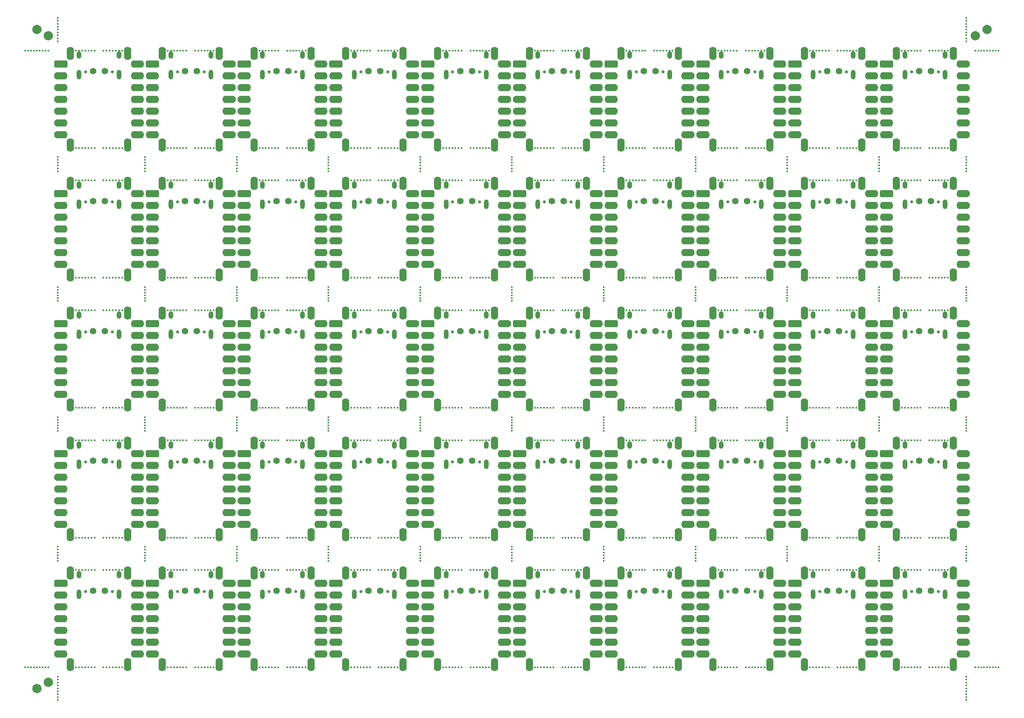
<source format=gbs>
G04 #@! TF.GenerationSoftware,KiCad,Pcbnew,7.0.0-da2b9df05c~165~ubuntu22.04.1*
G04 #@! TF.CreationDate,2023-12-10T21:50:17+00:00*
G04 #@! TF.ProjectId,kicad_miao-panel,6b696361-645f-46d6-9961-6f2d70616e65,rev?*
G04 #@! TF.SameCoordinates,Original*
G04 #@! TF.FileFunction,Soldermask,Bot*
G04 #@! TF.FilePolarity,Negative*
%FSLAX46Y46*%
G04 Gerber Fmt 4.6, Leading zero omitted, Abs format (unit mm)*
G04 Created by KiCad (PCBNEW 7.0.0-da2b9df05c~165~ubuntu22.04.1) date 2023-12-10 21:50:17*
%MOMM*%
%LPD*%
G01*
G04 APERTURE LIST*
G04 Aperture macros list*
%AMRoundRect*
0 Rectangle with rounded corners*
0 $1 Rounding radius*
0 $2 $3 $4 $5 $6 $7 $8 $9 X,Y pos of 4 corners*
0 Add a 4 corners polygon primitive as box body*
4,1,4,$2,$3,$4,$5,$6,$7,$8,$9,$2,$3,0*
0 Add four circle primitives for the rounded corners*
1,1,$1+$1,$2,$3*
1,1,$1+$1,$4,$5*
1,1,$1+$1,$6,$7*
1,1,$1+$1,$8,$9*
0 Add four rect primitives between the rounded corners*
20,1,$1+$1,$2,$3,$4,$5,0*
20,1,$1+$1,$4,$5,$6,$7,0*
20,1,$1+$1,$6,$7,$8,$9,0*
20,1,$1+$1,$8,$9,$2,$3,0*%
%AMFreePoly0*
4,1,29,0.178017,0.779942,0.347107,0.720775,0.498792,0.625465,0.625465,0.498792,0.720775,0.347107,0.779942,0.178017,0.800000,0.000000,0.779942,-0.178017,0.720775,-0.347107,0.625465,-0.498792,0.498792,-0.625465,0.347107,-0.720775,0.178017,-0.779942,0.000000,-0.800000,-0.178017,-0.779942,-0.347107,-0.720775,-0.498792,-0.625465,-0.625465,-0.498792,-0.720775,-0.347107,-0.779942,-0.178017,
-0.800000,0.000000,-0.779942,0.178017,-0.720775,0.347107,-0.625465,0.498792,-0.498792,0.625465,-0.347107,0.720775,-0.178017,0.779942,0.000000,0.800000,0.178017,0.779942,0.178017,0.779942,$1*%
G04 Aperture macros list end*
%ADD10C,0.400000*%
%ADD11RoundRect,0.400000X0.400000X-0.400000X0.400000X0.400000X-0.400000X0.400000X-0.400000X-0.400000X0*%
%ADD12RoundRect,0.400000X1.035000X-0.400000X1.035000X0.400000X-1.035000X0.400000X-1.035000X-0.400000X0*%
%ADD13FreePoly0,90.000000*%
%ADD14O,2.870000X1.600000*%
%ADD15C,1.600000*%
%ADD16O,1.600000X2.870000*%
%ADD17C,1.397000*%
%ADD18C,2.000000*%
%ADD19C,0.650000*%
%ADD20O,1.000000X2.100000*%
%ADD21O,1.000000X1.600000*%
G04 APERTURE END LIST*
D10*
G04 #@! TO.C,REF\u002A\u002A*
X33373333Y91000000D03*
G04 #@! TD*
G04 #@! TO.C,REF\u002A\u002A*
X97973333Y7000000D03*
G04 #@! TD*
G04 #@! TO.C,REF\u002A\u002A*
X152720000Y63000000D03*
G04 #@! TD*
G04 #@! TO.C,REF\u002A\u002A*
X25780000Y86600000D03*
G04 #@! TD*
G04 #@! TO.C,REF\u002A\u002A*
X79526666Y139999999D03*
G04 #@! TD*
G04 #@! TO.C,REF\u002A\u002A*
X196206666Y35000000D03*
G04 #@! TD*
G04 #@! TO.C,REF\u002A\u002A*
X171166666Y112000000D03*
G04 #@! TD*
G04 #@! TO.C,REF\u002A\u002A*
X78860000Y84000000D03*
G04 #@! TD*
G04 #@! TO.C,REF\u002A\u002A*
X124680000Y117000000D03*
G04 #@! TD*
G04 #@! TO.C,REF\u002A\u002A*
X202800000Y143250000D03*
G04 #@! TD*
G04 #@! TO.C,REF\u002A\u002A*
X194873333Y28000000D03*
G04 #@! TD*
G04 #@! TO.C,REF\u002A\u002A*
X175093333Y91000000D03*
G04 #@! TD*
G04 #@! TO.C,REF\u002A\u002A*
X202800000Y4375000D03*
G04 #@! TD*
G04 #@! TO.C,REF\u002A\u002A*
X54486666Y84000000D03*
G04 #@! TD*
G04 #@! TO.C,REF\u002A\u002A*
X90713333Y35000000D03*
G04 #@! TD*
G04 #@! TO.C,REF\u002A\u002A*
X190946666Y91000000D03*
G04 #@! TD*
G04 #@! TO.C,REF\u002A\u002A*
X72266666Y91000000D03*
G04 #@! TD*
G04 #@! TO.C,REF\u002A\u002A*
X190280000Y7000000D03*
G04 #@! TD*
G04 #@! TO.C,REF\u002A\u002A*
X14926667Y63000000D03*
G04 #@! TD*
G04 #@! TO.C,REF\u002A\u002A*
X175760000Y28000000D03*
G04 #@! TD*
G04 #@! TO.C,REF\u002A\u002A*
X14926667Y56000000D03*
G04 #@! TD*
G04 #@! TO.C,REF\u002A\u002A*
X164240000Y61000000D03*
G04 #@! TD*
G04 #@! TO.C,REF\u002A\u002A*
X59746666Y28000000D03*
G04 #@! TD*
G04 #@! TO.C,REF\u002A\u002A*
X59080000Y35000000D03*
G04 #@! TD*
G04 #@! TO.C,REF\u002A\u002A*
X130940000Y112000000D03*
G04 #@! TD*
G04 #@! TO.C,REF\u002A\u002A*
X155980000Y91000000D03*
G04 #@! TD*
G04 #@! TO.C,REF\u002A\u002A*
X133606666Y91000000D03*
G04 #@! TD*
G04 #@! TO.C,REF\u002A\u002A*
X138200000Y112000000D03*
G04 #@! TD*
G04 #@! TO.C,REF\u002A\u002A*
X90713333Y63000000D03*
G04 #@! TD*
G04 #@! TO.C,REF\u002A\u002A*
X202800000Y0D03*
G04 #@! TD*
G04 #@! TO.C,REF\u002A\u002A*
X78860000Y91000000D03*
G04 #@! TD*
G04 #@! TO.C,REF\u002A\u002A*
X18853333Y56000000D03*
G04 #@! TD*
G04 #@! TO.C,REF\u002A\u002A*
X11593334Y63000000D03*
G04 #@! TD*
G04 #@! TO.C,REF\u002A\u002A*
X116420000Y7000000D03*
G04 #@! TD*
G04 #@! TO.C,REF\u002A\u002A*
X11593334Y35000000D03*
G04 #@! TD*
G04 #@! TO.C,REF\u002A\u002A*
X65340000Y116400000D03*
G04 #@! TD*
G04 #@! TO.C,REF\u002A\u002A*
X57746666Y63000000D03*
G04 #@! TD*
G04 #@! TO.C,REF\u002A\u002A*
X80193333Y56000000D03*
G04 #@! TD*
G04 #@! TO.C,REF\u002A\u002A*
X57746666Y7000000D03*
G04 #@! TD*
G04 #@! TO.C,REF\u002A\u002A*
X129606666Y119000000D03*
G04 #@! TD*
G04 #@! TO.C,REF\u002A\u002A*
X169833333Y119000000D03*
G04 #@! TD*
G04 #@! TO.C,REF\u002A\u002A*
X153386666Y35000000D03*
G04 #@! TD*
G04 #@! TO.C,REF\u002A\u002A*
X153386666Y7000000D03*
G04 #@! TD*
G04 #@! TO.C,REF\u002A\u002A*
X45560000Y58000000D03*
G04 #@! TD*
G04 #@! TO.C,REF\u002A\u002A*
X153386666Y84000000D03*
G04 #@! TD*
G04 #@! TO.C,REF\u002A\u002A*
X104900000Y114600000D03*
G04 #@! TD*
G04 #@! TO.C,REF\u002A\u002A*
X117086666Y119000000D03*
G04 #@! TD*
G04 #@! TO.C,REF\u002A\u002A*
X76860000Y91000000D03*
G04 #@! TD*
G04 #@! TO.C,REF\u002A\u002A*
X73600000Y35000000D03*
G04 #@! TD*
G04 #@! TO.C,REF\u002A\u002A*
X133606666Y119000000D03*
G04 #@! TD*
G04 #@! TO.C,REF\u002A\u002A*
X71600000Y35000000D03*
G04 #@! TD*
G04 #@! TO.C,REF\u002A\u002A*
X7000000Y32400000D03*
G04 #@! TD*
G04 #@! TO.C,REF\u002A\u002A*
X110493333Y112000000D03*
G04 #@! TD*
G04 #@! TO.C,REF\u002A\u002A*
X80193333Y7000000D03*
G04 #@! TD*
G04 #@! TO.C,REF\u002A\u002A*
X157980000Y35000000D03*
G04 #@! TD*
G04 #@! TO.C,REF\u002A\u002A*
X138866666Y28000000D03*
G04 #@! TD*
G04 #@! TO.C,REF\u002A\u002A*
X17520000Y56000000D03*
G04 #@! TD*
G04 #@! TO.C,REF\u002A\u002A*
X90713333Y28000000D03*
G04 #@! TD*
G04 #@! TO.C,REF\u002A\u002A*
X51153333Y112000000D03*
G04 #@! TD*
G04 #@! TO.C,REF\u002A\u002A*
X202800000Y3125000D03*
G04 #@! TD*
G04 #@! TO.C,REF\u002A\u002A*
X18853333Y119000000D03*
G04 #@! TD*
G04 #@! TO.C,REF\u002A\u002A*
X78193333Y119000000D03*
G04 #@! TD*
G04 #@! TO.C,REF\u002A\u002A*
X51153333Y139999999D03*
G04 #@! TD*
G04 #@! TO.C,REF\u002A\u002A*
X177760000Y63000000D03*
G04 #@! TD*
G04 #@! TO.C,REF\u002A\u002A*
X133606666Y35000000D03*
G04 #@! TD*
G04 #@! TO.C,REF\u002A\u002A*
X202800000Y3750000D03*
G04 #@! TD*
G04 #@! TO.C,REF\u002A\u002A*
X135533333Y28000000D03*
G04 #@! TD*
G04 #@! TO.C,REF\u002A\u002A*
X130273333Y91000000D03*
G04 #@! TD*
G04 #@! TO.C,REF\u002A\u002A*
X31373333Y119000000D03*
G04 #@! TD*
G04 #@! TO.C,REF\u002A\u002A*
X198873333Y139999999D03*
G04 #@! TD*
G04 #@! TO.C,REF\u002A\u002A*
X111160000Y139999999D03*
G04 #@! TD*
G04 #@! TO.C,REF\u002A\u002A*
X37966666Y119000000D03*
G04 #@! TD*
G04 #@! TO.C,REF\u002A\u002A*
X93380000Y28000000D03*
G04 #@! TD*
G04 #@! TO.C,REF\u002A\u002A*
X171166666Y35000000D03*
G04 #@! TD*
G04 #@! TO.C,REF\u002A\u002A*
X59080000Y7000000D03*
G04 #@! TD*
G04 #@! TO.C,REF\u002A\u002A*
X34040000Y84000000D03*
G04 #@! TD*
G04 #@! TO.C,REF\u002A\u002A*
X151386666Y91000000D03*
G04 #@! TD*
G04 #@! TO.C,REF\u002A\u002A*
X155980000Y63000000D03*
G04 #@! TD*
G04 #@! TO.C,REF\u002A\u002A*
X179093333Y112000000D03*
G04 #@! TD*
G04 #@! TO.C,REF\u002A\u002A*
X85120000Y30600000D03*
G04 #@! TD*
G04 #@! TO.C,REF\u002A\u002A*
X169833333Y112000000D03*
G04 #@! TD*
G04 #@! TO.C,REF\u002A\u002A*
X149386666Y119000000D03*
G04 #@! TD*
G04 #@! TO.C,REF\u002A\u002A*
X7000000Y145125000D03*
G04 #@! TD*
G04 #@! TO.C,REF\u002A\u002A*
X85120000Y32400000D03*
G04 #@! TD*
G04 #@! TO.C,REF\u002A\u002A*
X20186666Y91000000D03*
G04 #@! TD*
G04 #@! TO.C,REF\u002A\u002A*
X95973333Y63000000D03*
G04 #@! TD*
G04 #@! TO.C,REF\u002A\u002A*
X78193333Y84000000D03*
G04 #@! TD*
G04 #@! TO.C,REF\u002A\u002A*
X159313333Y28000000D03*
G04 #@! TD*
G04 #@! TO.C,REF\u002A\u002A*
X31373333Y84000000D03*
G04 #@! TD*
G04 #@! TO.C,REF\u002A\u002A*
X34706666Y56000000D03*
G04 #@! TD*
G04 #@! TO.C,REF\u002A\u002A*
X178426666Y84000000D03*
G04 #@! TD*
G04 #@! TO.C,REF\u002A\u002A*
X206675000Y140000000D03*
G04 #@! TD*
G04 #@! TO.C,REF\u002A\u002A*
X196873333Y119000000D03*
G04 #@! TD*
G04 #@! TO.C,REF\u002A\u002A*
X98640000Y91000000D03*
G04 #@! TD*
G04 #@! TO.C,REF\u002A\u002A*
X191613333Y112000000D03*
G04 #@! TD*
G04 #@! TO.C,REF\u002A\u002A*
X90713333Y112000000D03*
G04 #@! TD*
G04 #@! TO.C,REF\u002A\u002A*
X20853333Y28000000D03*
G04 #@! TD*
G04 #@! TO.C,REF\u002A\u002A*
X178426666Y28000000D03*
G04 #@! TD*
G04 #@! TO.C,REF\u002A\u002A*
X97306666Y56000000D03*
G04 #@! TD*
G04 #@! TO.C,REF\u002A\u002A*
X59080000Y63000000D03*
G04 #@! TD*
G04 #@! TO.C,REF\u002A\u002A*
X202800000Y117000000D03*
G04 #@! TD*
G04 #@! TO.C,REF\u002A\u002A*
X194873333Y63000000D03*
G04 #@! TD*
G04 #@! TO.C,REF\u002A\u002A*
X124680000Y59800000D03*
G04 #@! TD*
G04 #@! TO.C,REF\u002A\u002A*
X74266666Y139999999D03*
G04 #@! TD*
G04 #@! TO.C,REF\u002A\u002A*
X85120000Y58000000D03*
G04 #@! TD*
G04 #@! TO.C,REF\u002A\u002A*
X85120000Y88400000D03*
G04 #@! TD*
G04 #@! TO.C,REF\u002A\u002A*
X195540000Y63000000D03*
G04 #@! TD*
G04 #@! TO.C,REF\u002A\u002A*
X85120000Y58600000D03*
G04 #@! TD*
G04 #@! TO.C,REF\u002A\u002A*
X184020000Y87200000D03*
G04 #@! TD*
G04 #@! TO.C,REF\u002A\u002A*
X39966666Y28000000D03*
G04 #@! TD*
G04 #@! TO.C,REF\u002A\u002A*
X138866666Y7000000D03*
G04 #@! TD*
G04 #@! TO.C,REF\u002A\u002A*
X131606666Y35000000D03*
G04 #@! TD*
G04 #@! TO.C,REF\u002A\u002A*
X158646666Y139999999D03*
G04 #@! TD*
G04 #@! TO.C,REF\u002A\u002A*
X7000000Y117000000D03*
G04 #@! TD*
G04 #@! TO.C,REF\u002A\u002A*
X173166666Y63000000D03*
G04 #@! TD*
G04 #@! TO.C,REF\u002A\u002A*
X53820000Y28000000D03*
G04 #@! TD*
G04 #@! TO.C,REF\u002A\u002A*
X17520000Y35000000D03*
G04 #@! TD*
G04 #@! TO.C,REF\u002A\u002A*
X77526666Y91000000D03*
G04 #@! TD*
G04 #@! TO.C,REF\u002A\u002A*
X202800000Y115800000D03*
G04 #@! TD*
G04 #@! TO.C,REF\u002A\u002A*
X112493333Y119000000D03*
G04 #@! TD*
G04 #@! TO.C,REF\u002A\u002A*
X192280000Y91000000D03*
G04 #@! TD*
G04 #@! TO.C,REF\u002A\u002A*
X14260001Y84000000D03*
G04 #@! TD*
G04 #@! TO.C,REF\u002A\u002A*
X104900000Y59800000D03*
G04 #@! TD*
G04 #@! TO.C,REF\u002A\u002A*
X45560000Y89000000D03*
G04 #@! TD*
G04 #@! TO.C,REF\u002A\u002A*
X99306666Y139999999D03*
G04 #@! TD*
G04 #@! TO.C,REF\u002A\u002A*
X152053333Y91000000D03*
G04 #@! TD*
G04 #@! TO.C,REF\u002A\u002A*
X171166666Y139999999D03*
G04 #@! TD*
G04 #@! TO.C,REF\u002A\u002A*
X7000000Y58600000D03*
G04 #@! TD*
G04 #@! TO.C,REF\u002A\u002A*
X169833333Y84000000D03*
G04 #@! TD*
G04 #@! TO.C,REF\u002A\u002A*
X155980000Y84000000D03*
G04 #@! TD*
G04 #@! TO.C,REF\u002A\u002A*
X130940000Y56000000D03*
G04 #@! TD*
G04 #@! TO.C,REF\u002A\u002A*
X5000000Y140000000D03*
G04 #@! TD*
G04 #@! TO.C,REF\u002A\u002A*
X95973333Y7000000D03*
G04 #@! TD*
G04 #@! TO.C,REF\u002A\u002A*
X45560000Y30600000D03*
G04 #@! TD*
G04 #@! TO.C,REF\u002A\u002A*
X12260001Y7000000D03*
G04 #@! TD*
G04 #@! TO.C,REF\u002A\u002A*
X20186666Y112000000D03*
G04 #@! TD*
G04 #@! TO.C,REF\u002A\u002A*
X31373333Y91000000D03*
G04 #@! TD*
G04 #@! TO.C,REF\u002A\u002A*
X14926667Y7000000D03*
G04 #@! TD*
G04 #@! TO.C,REF\u002A\u002A*
X138200000Y28000000D03*
G04 #@! TD*
G04 #@! TO.C,REF\u002A\u002A*
X40633333Y91000000D03*
G04 #@! TD*
G04 #@! TO.C,REF\u002A\u002A*
X144460000Y87800000D03*
G04 #@! TD*
G04 #@! TO.C,REF\u002A\u002A*
X33373333Y28000000D03*
G04 #@! TD*
G04 #@! TO.C,REF\u002A\u002A*
X65340000Y30000000D03*
G04 #@! TD*
G04 #@! TO.C,REF\u002A\u002A*
X117086666Y112000000D03*
G04 #@! TD*
G04 #@! TO.C,REF\u002A\u002A*
X96640000Y63000000D03*
G04 #@! TD*
G04 #@! TO.C,REF\u002A\u002A*
X33373333Y7000000D03*
G04 #@! TD*
G04 #@! TO.C,REF\u002A\u002A*
X124680000Y30600000D03*
G04 #@! TD*
G04 #@! TO.C,REF\u002A\u002A*
X20853333Y84000000D03*
G04 #@! TD*
G04 #@! TO.C,REF\u002A\u002A*
X17520000Y7000000D03*
G04 #@! TD*
G04 #@! TO.C,REF\u002A\u002A*
X124680000Y87800000D03*
G04 #@! TD*
G04 #@! TO.C,REF\u002A\u002A*
X164240000Y31800000D03*
G04 #@! TD*
G04 #@! TO.C,REF\u002A\u002A*
X152720000Y91000000D03*
G04 #@! TD*
G04 #@! TO.C,REF\u002A\u002A*
X73600000Y56000000D03*
G04 #@! TD*
G04 #@! TO.C,REF\u002A\u002A*
X115753333Y35000000D03*
G04 #@! TD*
G04 #@! TO.C,REF\u002A\u002A*
X65340000Y58600000D03*
G04 #@! TD*
G04 #@! TO.C,REF\u002A\u002A*
X57746666Y56000000D03*
G04 #@! TD*
G04 #@! TO.C,REF\u002A\u002A*
X94046666Y28000000D03*
G04 #@! TD*
G04 #@! TO.C,REF\u002A\u002A*
X39300000Y35000000D03*
G04 #@! TD*
G04 #@! TO.C,REF\u002A\u002A*
X13593334Y35000000D03*
G04 #@! TD*
G04 #@! TO.C,REF\u002A\u002A*
X76860000Y84000000D03*
G04 #@! TD*
G04 #@! TO.C,REF\u002A\u002A*
X175093333Y119000000D03*
G04 #@! TD*
G04 #@! TO.C,REF\u002A\u002A*
X17520000Y112000000D03*
G04 #@! TD*
G04 #@! TO.C,REF\u002A\u002A*
X117753333Y63000000D03*
G04 #@! TD*
G04 #@! TO.C,REF\u002A\u002A*
X164240000Y60400000D03*
G04 #@! TD*
G04 #@! TO.C,REF\u002A\u002A*
X170500000Y35000000D03*
G04 #@! TD*
G04 #@! TO.C,REF\u002A\u002A*
X80193333Y139999999D03*
G04 #@! TD*
G04 #@! TO.C,REF\u002A\u002A*
X7000000Y58000000D03*
G04 #@! TD*
G04 #@! TO.C,REF\u002A\u002A*
X65340000Y59200000D03*
G04 #@! TD*
G04 #@! TO.C,REF\u002A\u002A*
X33373333Y112000000D03*
G04 #@! TD*
G04 #@! TO.C,REF\u002A\u002A*
X119086666Y56000000D03*
G04 #@! TD*
G04 #@! TO.C,REF\u002A\u002A*
X144460000Y59800000D03*
G04 #@! TD*
G04 #@! TO.C,REF\u002A\u002A*
X25780000Y87200000D03*
G04 #@! TD*
G04 #@! TO.C,REF\u002A\u002A*
X179093333Y91000000D03*
G04 #@! TD*
G04 #@! TO.C,REF\u002A\u002A*
X16853333Y84000000D03*
G04 #@! TD*
D11*
G04 #@! TO.C,U3*
X66340000Y53120000D03*
D12*
X66975000Y53120000D03*
D13*
X66340000Y50580000D03*
D14*
X66974999Y50579999D03*
D15*
X66340000Y48040000D03*
D14*
X66974999Y48039999D03*
D15*
X66340000Y45500000D03*
D14*
X66974999Y45499999D03*
D15*
X66340000Y42960000D03*
D14*
X66974999Y42959999D03*
D15*
X66340000Y40420000D03*
D14*
X66974999Y40419999D03*
D15*
X66340000Y37880000D03*
D14*
X66974999Y37879999D03*
X83484999Y37879999D03*
D15*
X84120000Y37880000D03*
D14*
X83484999Y40419999D03*
D15*
X84120000Y40420000D03*
D14*
X83484999Y42959999D03*
D15*
X84120000Y42960000D03*
D14*
X83484999Y45499999D03*
D15*
X84120000Y45500000D03*
D14*
X83484999Y48039999D03*
D15*
X84120000Y48040000D03*
D14*
X83484999Y50579999D03*
D15*
X84120000Y50580000D03*
D14*
X83484999Y53119999D03*
D15*
X84120000Y53120000D03*
D16*
X69074999Y35634999D03*
D15*
X69075000Y35000000D03*
D16*
X81384999Y35634999D03*
D15*
X81385000Y35000000D03*
X81385000Y56000000D03*
D16*
X81384999Y55364999D03*
D15*
X69075000Y56000000D03*
D16*
X69074999Y55364999D03*
D17*
X73960000Y51532000D03*
X76500000Y51532000D03*
G04 #@! TD*
D11*
G04 #@! TO.C,U3*
X46560000Y137120000D03*
D12*
X47195000Y137120000D03*
D13*
X46560000Y134580000D03*
D14*
X47194999Y134579999D03*
D15*
X46560000Y132040000D03*
D14*
X47194999Y132039999D03*
D15*
X46560000Y129500000D03*
D14*
X47194999Y129499999D03*
D15*
X46560000Y126960000D03*
D14*
X47194999Y126959999D03*
D15*
X46560000Y124420000D03*
D14*
X47194999Y124419999D03*
D15*
X46560000Y121880000D03*
D14*
X47194999Y121879999D03*
X63704999Y121879999D03*
D15*
X64340000Y121880000D03*
D14*
X63704999Y124419999D03*
D15*
X64340000Y124420000D03*
D14*
X63704999Y126959999D03*
D15*
X64340000Y126960000D03*
D14*
X63704999Y129499999D03*
D15*
X64340000Y129500000D03*
D14*
X63704999Y132039999D03*
D15*
X64340000Y132040000D03*
D14*
X63704999Y134579999D03*
D15*
X64340000Y134580000D03*
D14*
X63704999Y137119999D03*
D15*
X64340000Y137120000D03*
D16*
X49294999Y119634999D03*
D15*
X49295000Y119000000D03*
D16*
X61604999Y119634999D03*
D15*
X61605000Y119000000D03*
X61605000Y140000000D03*
D16*
X61604999Y139364999D03*
D15*
X49295000Y140000000D03*
D16*
X49294999Y139364999D03*
D17*
X54180000Y135532000D03*
X56720000Y135532000D03*
G04 #@! TD*
D11*
G04 #@! TO.C,U3*
X66340000Y137120000D03*
D12*
X66975000Y137120000D03*
D13*
X66340000Y134580000D03*
D14*
X66974999Y134579999D03*
D15*
X66340000Y132040000D03*
D14*
X66974999Y132039999D03*
D15*
X66340000Y129500000D03*
D14*
X66974999Y129499999D03*
D15*
X66340000Y126960000D03*
D14*
X66974999Y126959999D03*
D15*
X66340000Y124420000D03*
D14*
X66974999Y124419999D03*
D15*
X66340000Y121880000D03*
D14*
X66974999Y121879999D03*
X83484999Y121879999D03*
D15*
X84120000Y121880000D03*
D14*
X83484999Y124419999D03*
D15*
X84120000Y124420000D03*
D14*
X83484999Y126959999D03*
D15*
X84120000Y126960000D03*
D14*
X83484999Y129499999D03*
D15*
X84120000Y129500000D03*
D14*
X83484999Y132039999D03*
D15*
X84120000Y132040000D03*
D14*
X83484999Y134579999D03*
D15*
X84120000Y134580000D03*
D14*
X83484999Y137119999D03*
D15*
X84120000Y137120000D03*
D16*
X69074999Y119634999D03*
D15*
X69075000Y119000000D03*
D16*
X81384999Y119634999D03*
D15*
X81385000Y119000000D03*
X81385000Y140000000D03*
D16*
X81384999Y139364999D03*
D15*
X69075000Y140000000D03*
D16*
X69074999Y139364999D03*
D17*
X73960000Y135532000D03*
X76500000Y135532000D03*
G04 #@! TD*
D11*
G04 #@! TO.C,U3*
X86120000Y137120000D03*
D12*
X86755000Y137120000D03*
D13*
X86120000Y134580000D03*
D14*
X86754999Y134579999D03*
D15*
X86120000Y132040000D03*
D14*
X86754999Y132039999D03*
D15*
X86120000Y129500000D03*
D14*
X86754999Y129499999D03*
D15*
X86120000Y126960000D03*
D14*
X86754999Y126959999D03*
D15*
X86120000Y124420000D03*
D14*
X86754999Y124419999D03*
D15*
X86120000Y121880000D03*
D14*
X86754999Y121879999D03*
X103264999Y121879999D03*
D15*
X103900000Y121880000D03*
D14*
X103264999Y124419999D03*
D15*
X103900000Y124420000D03*
D14*
X103264999Y126959999D03*
D15*
X103900000Y126960000D03*
D14*
X103264999Y129499999D03*
D15*
X103900000Y129500000D03*
D14*
X103264999Y132039999D03*
D15*
X103900000Y132040000D03*
D14*
X103264999Y134579999D03*
D15*
X103900000Y134580000D03*
D14*
X103264999Y137119999D03*
D15*
X103900000Y137120000D03*
D16*
X88854999Y119634999D03*
D15*
X88855000Y119000000D03*
D16*
X101164999Y119634999D03*
D15*
X101165000Y119000000D03*
X101165000Y140000000D03*
D16*
X101164999Y139364999D03*
D15*
X88855000Y140000000D03*
D16*
X88854999Y139364999D03*
D17*
X93740000Y135532000D03*
X96280000Y135532000D03*
G04 #@! TD*
D11*
G04 #@! TO.C,U3*
X105900000Y137120000D03*
D12*
X106535000Y137120000D03*
D13*
X105900000Y134580000D03*
D14*
X106534999Y134579999D03*
D15*
X105900000Y132040000D03*
D14*
X106534999Y132039999D03*
D15*
X105900000Y129500000D03*
D14*
X106534999Y129499999D03*
D15*
X105900000Y126960000D03*
D14*
X106534999Y126959999D03*
D15*
X105900000Y124420000D03*
D14*
X106534999Y124419999D03*
D15*
X105900000Y121880000D03*
D14*
X106534999Y121879999D03*
X123044999Y121879999D03*
D15*
X123680000Y121880000D03*
D14*
X123044999Y124419999D03*
D15*
X123680000Y124420000D03*
D14*
X123044999Y126959999D03*
D15*
X123680000Y126960000D03*
D14*
X123044999Y129499999D03*
D15*
X123680000Y129500000D03*
D14*
X123044999Y132039999D03*
D15*
X123680000Y132040000D03*
D14*
X123044999Y134579999D03*
D15*
X123680000Y134580000D03*
D14*
X123044999Y137119999D03*
D15*
X123680000Y137120000D03*
D16*
X108634999Y119634999D03*
D15*
X108635000Y119000000D03*
D16*
X120944999Y119634999D03*
D15*
X120945000Y119000000D03*
X120945000Y140000000D03*
D16*
X120944999Y139364999D03*
D15*
X108635000Y140000000D03*
D16*
X108634999Y139364999D03*
D17*
X113520000Y135532000D03*
X116060000Y135532000D03*
G04 #@! TD*
D11*
G04 #@! TO.C,U3*
X125680000Y137120000D03*
D12*
X126315000Y137120000D03*
D13*
X125680000Y134580000D03*
D14*
X126314999Y134579999D03*
D15*
X125680000Y132040000D03*
D14*
X126314999Y132039999D03*
D15*
X125680000Y129500000D03*
D14*
X126314999Y129499999D03*
D15*
X125680000Y126960000D03*
D14*
X126314999Y126959999D03*
D15*
X125680000Y124420000D03*
D14*
X126314999Y124419999D03*
D15*
X125680000Y121880000D03*
D14*
X126314999Y121879999D03*
X142824999Y121879999D03*
D15*
X143460000Y121880000D03*
D14*
X142824999Y124419999D03*
D15*
X143460000Y124420000D03*
D14*
X142824999Y126959999D03*
D15*
X143460000Y126960000D03*
D14*
X142824999Y129499999D03*
D15*
X143460000Y129500000D03*
D14*
X142824999Y132039999D03*
D15*
X143460000Y132040000D03*
D14*
X142824999Y134579999D03*
D15*
X143460000Y134580000D03*
D14*
X142824999Y137119999D03*
D15*
X143460000Y137120000D03*
D16*
X128414999Y119634999D03*
D15*
X128415000Y119000000D03*
D16*
X140724999Y119634999D03*
D15*
X140725000Y119000000D03*
X140725000Y140000000D03*
D16*
X140724999Y139364999D03*
D15*
X128415000Y140000000D03*
D16*
X128414999Y139364999D03*
D17*
X133300000Y135532000D03*
X135840000Y135532000D03*
G04 #@! TD*
D11*
G04 #@! TO.C,U3*
X145460000Y137120000D03*
D12*
X146095000Y137120000D03*
D13*
X145460000Y134580000D03*
D14*
X146094999Y134579999D03*
D15*
X145460000Y132040000D03*
D14*
X146094999Y132039999D03*
D15*
X145460000Y129500000D03*
D14*
X146094999Y129499999D03*
D15*
X145460000Y126960000D03*
D14*
X146094999Y126959999D03*
D15*
X145460000Y124420000D03*
D14*
X146094999Y124419999D03*
D15*
X145460000Y121880000D03*
D14*
X146094999Y121879999D03*
X162604999Y121879999D03*
D15*
X163240000Y121880000D03*
D14*
X162604999Y124419999D03*
D15*
X163240000Y124420000D03*
D14*
X162604999Y126959999D03*
D15*
X163240000Y126960000D03*
D14*
X162604999Y129499999D03*
D15*
X163240000Y129500000D03*
D14*
X162604999Y132039999D03*
D15*
X163240000Y132040000D03*
D14*
X162604999Y134579999D03*
D15*
X163240000Y134580000D03*
D14*
X162604999Y137119999D03*
D15*
X163240000Y137120000D03*
D16*
X148194999Y119634999D03*
D15*
X148195000Y119000000D03*
D16*
X160504999Y119634999D03*
D15*
X160505000Y119000000D03*
X160505000Y140000000D03*
D16*
X160504999Y139364999D03*
D15*
X148195000Y140000000D03*
D16*
X148194999Y139364999D03*
D17*
X153080000Y135532000D03*
X155620000Y135532000D03*
G04 #@! TD*
D11*
G04 #@! TO.C,U3*
X7000000Y137120000D03*
D12*
X7635000Y137120000D03*
D13*
X7000000Y134580000D03*
D14*
X7634999Y134579999D03*
D15*
X7000000Y132040000D03*
D14*
X7634999Y132039999D03*
D15*
X7000000Y129500000D03*
D14*
X7634999Y129499999D03*
D15*
X7000000Y126960000D03*
D14*
X7634999Y126959999D03*
D15*
X7000000Y124420000D03*
D14*
X7634999Y124419999D03*
D15*
X7000000Y121880000D03*
D14*
X7634999Y121879999D03*
X24144999Y121879999D03*
D15*
X24780000Y121880000D03*
D14*
X24144999Y124419999D03*
D15*
X24780000Y124420000D03*
D14*
X24144999Y126959999D03*
D15*
X24780000Y126960000D03*
D14*
X24144999Y129499999D03*
D15*
X24780000Y129500000D03*
D14*
X24144999Y132039999D03*
D15*
X24780000Y132040000D03*
D14*
X24144999Y134579999D03*
D15*
X24780000Y134580000D03*
D14*
X24144999Y137119999D03*
D15*
X24780000Y137120000D03*
D16*
X9734999Y119634999D03*
D15*
X9735000Y119000000D03*
D16*
X22044999Y119634999D03*
D15*
X22045000Y119000000D03*
X22045000Y140000000D03*
D16*
X22044999Y139364999D03*
D15*
X9735000Y140000000D03*
D16*
X9734999Y139364999D03*
D17*
X14620000Y135532000D03*
X17160000Y135532000D03*
G04 #@! TD*
D11*
G04 #@! TO.C,U3*
X26780000Y137120000D03*
D12*
X27415000Y137120000D03*
D13*
X26780000Y134580000D03*
D14*
X27414999Y134579999D03*
D15*
X26780000Y132040000D03*
D14*
X27414999Y132039999D03*
D15*
X26780000Y129500000D03*
D14*
X27414999Y129499999D03*
D15*
X26780000Y126960000D03*
D14*
X27414999Y126959999D03*
D15*
X26780000Y124420000D03*
D14*
X27414999Y124419999D03*
D15*
X26780000Y121880000D03*
D14*
X27414999Y121879999D03*
X43924999Y121879999D03*
D15*
X44560000Y121880000D03*
D14*
X43924999Y124419999D03*
D15*
X44560000Y124420000D03*
D14*
X43924999Y126959999D03*
D15*
X44560000Y126960000D03*
D14*
X43924999Y129499999D03*
D15*
X44560000Y129500000D03*
D14*
X43924999Y132039999D03*
D15*
X44560000Y132040000D03*
D14*
X43924999Y134579999D03*
D15*
X44560000Y134580000D03*
D14*
X43924999Y137119999D03*
D15*
X44560000Y137120000D03*
D16*
X29514999Y119634999D03*
D15*
X29515000Y119000000D03*
D16*
X41824999Y119634999D03*
D15*
X41825000Y119000000D03*
X41825000Y140000000D03*
D16*
X41824999Y139364999D03*
D15*
X29515000Y140000000D03*
D16*
X29514999Y139364999D03*
D17*
X34400000Y135532000D03*
X36940000Y135532000D03*
G04 #@! TD*
D11*
G04 #@! TO.C,U3*
X145460000Y25120000D03*
D12*
X146095000Y25120000D03*
D13*
X145460000Y22580000D03*
D14*
X146094999Y22579999D03*
D15*
X145460000Y20040000D03*
D14*
X146094999Y20039999D03*
D15*
X145460000Y17500000D03*
D14*
X146094999Y17499999D03*
D15*
X145460000Y14960000D03*
D14*
X146094999Y14959999D03*
D15*
X145460000Y12420000D03*
D14*
X146094999Y12419999D03*
D15*
X145460000Y9880000D03*
D14*
X146094999Y9879999D03*
X162604999Y9879999D03*
D15*
X163240000Y9880000D03*
D14*
X162604999Y12419999D03*
D15*
X163240000Y12420000D03*
D14*
X162604999Y14959999D03*
D15*
X163240000Y14960000D03*
D14*
X162604999Y17499999D03*
D15*
X163240000Y17500000D03*
D14*
X162604999Y20039999D03*
D15*
X163240000Y20040000D03*
D14*
X162604999Y22579999D03*
D15*
X163240000Y22580000D03*
D14*
X162604999Y25119999D03*
D15*
X163240000Y25120000D03*
D16*
X148194999Y7634999D03*
D15*
X148195000Y7000000D03*
D16*
X160504999Y7634999D03*
D15*
X160505000Y7000000D03*
X160505000Y28000000D03*
D16*
X160504999Y27364999D03*
D15*
X148195000Y28000000D03*
D16*
X148194999Y27364999D03*
D17*
X153080000Y23532000D03*
X155620000Y23532000D03*
G04 #@! TD*
D11*
G04 #@! TO.C,U3*
X165240000Y25120000D03*
D12*
X165875000Y25120000D03*
D13*
X165240000Y22580000D03*
D14*
X165874999Y22579999D03*
D15*
X165240000Y20040000D03*
D14*
X165874999Y20039999D03*
D15*
X165240000Y17500000D03*
D14*
X165874999Y17499999D03*
D15*
X165240000Y14960000D03*
D14*
X165874999Y14959999D03*
D15*
X165240000Y12420000D03*
D14*
X165874999Y12419999D03*
D15*
X165240000Y9880000D03*
D14*
X165874999Y9879999D03*
X182384999Y9879999D03*
D15*
X183020000Y9880000D03*
D14*
X182384999Y12419999D03*
D15*
X183020000Y12420000D03*
D14*
X182384999Y14959999D03*
D15*
X183020000Y14960000D03*
D14*
X182384999Y17499999D03*
D15*
X183020000Y17500000D03*
D14*
X182384999Y20039999D03*
D15*
X183020000Y20040000D03*
D14*
X182384999Y22579999D03*
D15*
X183020000Y22580000D03*
D14*
X182384999Y25119999D03*
D15*
X183020000Y25120000D03*
D16*
X167974999Y7634999D03*
D15*
X167975000Y7000000D03*
D16*
X180284999Y7634999D03*
D15*
X180285000Y7000000D03*
X180285000Y28000000D03*
D16*
X180284999Y27364999D03*
D15*
X167975000Y28000000D03*
D16*
X167974999Y27364999D03*
D17*
X172860000Y23532000D03*
X175400000Y23532000D03*
G04 #@! TD*
D11*
G04 #@! TO.C,U3*
X185020000Y25120000D03*
D12*
X185655000Y25120000D03*
D13*
X185020000Y22580000D03*
D14*
X185654999Y22579999D03*
D15*
X185020000Y20040000D03*
D14*
X185654999Y20039999D03*
D15*
X185020000Y17500000D03*
D14*
X185654999Y17499999D03*
D15*
X185020000Y14960000D03*
D14*
X185654999Y14959999D03*
D15*
X185020000Y12420000D03*
D14*
X185654999Y12419999D03*
D15*
X185020000Y9880000D03*
D14*
X185654999Y9879999D03*
X202164999Y9879999D03*
D15*
X202800000Y9880000D03*
D14*
X202164999Y12419999D03*
D15*
X202800000Y12420000D03*
D14*
X202164999Y14959999D03*
D15*
X202800000Y14960000D03*
D14*
X202164999Y17499999D03*
D15*
X202800000Y17500000D03*
D14*
X202164999Y20039999D03*
D15*
X202800000Y20040000D03*
D14*
X202164999Y22579999D03*
D15*
X202800000Y22580000D03*
D14*
X202164999Y25119999D03*
D15*
X202800000Y25120000D03*
D16*
X187754999Y7634999D03*
D15*
X187755000Y7000000D03*
D16*
X200064999Y7634999D03*
D15*
X200065000Y7000000D03*
X200065000Y28000000D03*
D16*
X200064999Y27364999D03*
D15*
X187755000Y28000000D03*
D16*
X187754999Y27364999D03*
D17*
X192640000Y23532000D03*
X195180000Y23532000D03*
G04 #@! TD*
D11*
G04 #@! TO.C,U3*
X165240000Y137120000D03*
D12*
X165875000Y137120000D03*
D13*
X165240000Y134580000D03*
D14*
X165874999Y134579999D03*
D15*
X165240000Y132040000D03*
D14*
X165874999Y132039999D03*
D15*
X165240000Y129500000D03*
D14*
X165874999Y129499999D03*
D15*
X165240000Y126960000D03*
D14*
X165874999Y126959999D03*
D15*
X165240000Y124420000D03*
D14*
X165874999Y124419999D03*
D15*
X165240000Y121880000D03*
D14*
X165874999Y121879999D03*
X182384999Y121879999D03*
D15*
X183020000Y121880000D03*
D14*
X182384999Y124419999D03*
D15*
X183020000Y124420000D03*
D14*
X182384999Y126959999D03*
D15*
X183020000Y126960000D03*
D14*
X182384999Y129499999D03*
D15*
X183020000Y129500000D03*
D14*
X182384999Y132039999D03*
D15*
X183020000Y132040000D03*
D14*
X182384999Y134579999D03*
D15*
X183020000Y134580000D03*
D14*
X182384999Y137119999D03*
D15*
X183020000Y137120000D03*
D16*
X167974999Y119634999D03*
D15*
X167975000Y119000000D03*
D16*
X180284999Y119634999D03*
D15*
X180285000Y119000000D03*
X180285000Y140000000D03*
D16*
X180284999Y139364999D03*
D15*
X167975000Y140000000D03*
D16*
X167974999Y139364999D03*
D17*
X172860000Y135532000D03*
X175400000Y135532000D03*
G04 #@! TD*
D11*
G04 #@! TO.C,U3*
X185020000Y137120000D03*
D12*
X185655000Y137120000D03*
D13*
X185020000Y134580000D03*
D14*
X185654999Y134579999D03*
D15*
X185020000Y132040000D03*
D14*
X185654999Y132039999D03*
D15*
X185020000Y129500000D03*
D14*
X185654999Y129499999D03*
D15*
X185020000Y126960000D03*
D14*
X185654999Y126959999D03*
D15*
X185020000Y124420000D03*
D14*
X185654999Y124419999D03*
D15*
X185020000Y121880000D03*
D14*
X185654999Y121879999D03*
X202164999Y121879999D03*
D15*
X202800000Y121880000D03*
D14*
X202164999Y124419999D03*
D15*
X202800000Y124420000D03*
D14*
X202164999Y126959999D03*
D15*
X202800000Y126960000D03*
D14*
X202164999Y129499999D03*
D15*
X202800000Y129500000D03*
D14*
X202164999Y132039999D03*
D15*
X202800000Y132040000D03*
D14*
X202164999Y134579999D03*
D15*
X202800000Y134580000D03*
D14*
X202164999Y137119999D03*
D15*
X202800000Y137120000D03*
D16*
X187754999Y119634999D03*
D15*
X187755000Y119000000D03*
D16*
X200064999Y119634999D03*
D15*
X200065000Y119000000D03*
X200065000Y140000000D03*
D16*
X200064999Y139364999D03*
D15*
X187755000Y140000000D03*
D16*
X187754999Y139364999D03*
D17*
X192640000Y135532000D03*
X195180000Y135532000D03*
G04 #@! TD*
D11*
G04 #@! TO.C,U3*
X7000000Y109120000D03*
D12*
X7635000Y109120000D03*
D13*
X7000000Y106580000D03*
D14*
X7634999Y106579999D03*
D15*
X7000000Y104040000D03*
D14*
X7634999Y104039999D03*
D15*
X7000000Y101500000D03*
D14*
X7634999Y101499999D03*
D15*
X7000000Y98960000D03*
D14*
X7634999Y98959999D03*
D15*
X7000000Y96420000D03*
D14*
X7634999Y96419999D03*
D15*
X7000000Y93880000D03*
D14*
X7634999Y93879999D03*
X24144999Y93879999D03*
D15*
X24780000Y93880000D03*
D14*
X24144999Y96419999D03*
D15*
X24780000Y96420000D03*
D14*
X24144999Y98959999D03*
D15*
X24780000Y98960000D03*
D14*
X24144999Y101499999D03*
D15*
X24780000Y101500000D03*
D14*
X24144999Y104039999D03*
D15*
X24780000Y104040000D03*
D14*
X24144999Y106579999D03*
D15*
X24780000Y106580000D03*
D14*
X24144999Y109119999D03*
D15*
X24780000Y109120000D03*
D16*
X9734999Y91634999D03*
D15*
X9735000Y91000000D03*
D16*
X22044999Y91634999D03*
D15*
X22045000Y91000000D03*
X22045000Y112000000D03*
D16*
X22044999Y111364999D03*
D15*
X9735000Y112000000D03*
D16*
X9734999Y111364999D03*
D17*
X14620000Y107532000D03*
X17160000Y107532000D03*
G04 #@! TD*
D11*
G04 #@! TO.C,U3*
X26780000Y109120000D03*
D12*
X27415000Y109120000D03*
D13*
X26780000Y106580000D03*
D14*
X27414999Y106579999D03*
D15*
X26780000Y104040000D03*
D14*
X27414999Y104039999D03*
D15*
X26780000Y101500000D03*
D14*
X27414999Y101499999D03*
D15*
X26780000Y98960000D03*
D14*
X27414999Y98959999D03*
D15*
X26780000Y96420000D03*
D14*
X27414999Y96419999D03*
D15*
X26780000Y93880000D03*
D14*
X27414999Y93879999D03*
X43924999Y93879999D03*
D15*
X44560000Y93880000D03*
D14*
X43924999Y96419999D03*
D15*
X44560000Y96420000D03*
D14*
X43924999Y98959999D03*
D15*
X44560000Y98960000D03*
D14*
X43924999Y101499999D03*
D15*
X44560000Y101500000D03*
D14*
X43924999Y104039999D03*
D15*
X44560000Y104040000D03*
D14*
X43924999Y106579999D03*
D15*
X44560000Y106580000D03*
D14*
X43924999Y109119999D03*
D15*
X44560000Y109120000D03*
D16*
X29514999Y91634999D03*
D15*
X29515000Y91000000D03*
D16*
X41824999Y91634999D03*
D15*
X41825000Y91000000D03*
X41825000Y112000000D03*
D16*
X41824999Y111364999D03*
D15*
X29515000Y112000000D03*
D16*
X29514999Y111364999D03*
D17*
X34400000Y107532000D03*
X36940000Y107532000D03*
G04 #@! TD*
D11*
G04 #@! TO.C,U3*
X46560000Y109120000D03*
D12*
X47195000Y109120000D03*
D13*
X46560000Y106580000D03*
D14*
X47194999Y106579999D03*
D15*
X46560000Y104040000D03*
D14*
X47194999Y104039999D03*
D15*
X46560000Y101500000D03*
D14*
X47194999Y101499999D03*
D15*
X46560000Y98960000D03*
D14*
X47194999Y98959999D03*
D15*
X46560000Y96420000D03*
D14*
X47194999Y96419999D03*
D15*
X46560000Y93880000D03*
D14*
X47194999Y93879999D03*
X63704999Y93879999D03*
D15*
X64340000Y93880000D03*
D14*
X63704999Y96419999D03*
D15*
X64340000Y96420000D03*
D14*
X63704999Y98959999D03*
D15*
X64340000Y98960000D03*
D14*
X63704999Y101499999D03*
D15*
X64340000Y101500000D03*
D14*
X63704999Y104039999D03*
D15*
X64340000Y104040000D03*
D14*
X63704999Y106579999D03*
D15*
X64340000Y106580000D03*
D14*
X63704999Y109119999D03*
D15*
X64340000Y109120000D03*
D16*
X49294999Y91634999D03*
D15*
X49295000Y91000000D03*
D16*
X61604999Y91634999D03*
D15*
X61605000Y91000000D03*
X61605000Y112000000D03*
D16*
X61604999Y111364999D03*
D15*
X49295000Y112000000D03*
D16*
X49294999Y111364999D03*
D17*
X54180000Y107532000D03*
X56720000Y107532000D03*
G04 #@! TD*
D11*
G04 #@! TO.C,U3*
X66340000Y109120000D03*
D12*
X66975000Y109120000D03*
D13*
X66340000Y106580000D03*
D14*
X66974999Y106579999D03*
D15*
X66340000Y104040000D03*
D14*
X66974999Y104039999D03*
D15*
X66340000Y101500000D03*
D14*
X66974999Y101499999D03*
D15*
X66340000Y98960000D03*
D14*
X66974999Y98959999D03*
D15*
X66340000Y96420000D03*
D14*
X66974999Y96419999D03*
D15*
X66340000Y93880000D03*
D14*
X66974999Y93879999D03*
X83484999Y93879999D03*
D15*
X84120000Y93880000D03*
D14*
X83484999Y96419999D03*
D15*
X84120000Y96420000D03*
D14*
X83484999Y98959999D03*
D15*
X84120000Y98960000D03*
D14*
X83484999Y101499999D03*
D15*
X84120000Y101500000D03*
D14*
X83484999Y104039999D03*
D15*
X84120000Y104040000D03*
D14*
X83484999Y106579999D03*
D15*
X84120000Y106580000D03*
D14*
X83484999Y109119999D03*
D15*
X84120000Y109120000D03*
D16*
X69074999Y91634999D03*
D15*
X69075000Y91000000D03*
D16*
X81384999Y91634999D03*
D15*
X81385000Y91000000D03*
X81385000Y112000000D03*
D16*
X81384999Y111364999D03*
D15*
X69075000Y112000000D03*
D16*
X69074999Y111364999D03*
D17*
X73960000Y107532000D03*
X76500000Y107532000D03*
G04 #@! TD*
D11*
G04 #@! TO.C,U3*
X86120000Y109120000D03*
D12*
X86755000Y109120000D03*
D13*
X86120000Y106580000D03*
D14*
X86754999Y106579999D03*
D15*
X86120000Y104040000D03*
D14*
X86754999Y104039999D03*
D15*
X86120000Y101500000D03*
D14*
X86754999Y101499999D03*
D15*
X86120000Y98960000D03*
D14*
X86754999Y98959999D03*
D15*
X86120000Y96420000D03*
D14*
X86754999Y96419999D03*
D15*
X86120000Y93880000D03*
D14*
X86754999Y93879999D03*
X103264999Y93879999D03*
D15*
X103900000Y93880000D03*
D14*
X103264999Y96419999D03*
D15*
X103900000Y96420000D03*
D14*
X103264999Y98959999D03*
D15*
X103900000Y98960000D03*
D14*
X103264999Y101499999D03*
D15*
X103900000Y101500000D03*
D14*
X103264999Y104039999D03*
D15*
X103900000Y104040000D03*
D14*
X103264999Y106579999D03*
D15*
X103900000Y106580000D03*
D14*
X103264999Y109119999D03*
D15*
X103900000Y109120000D03*
D16*
X88854999Y91634999D03*
D15*
X88855000Y91000000D03*
D16*
X101164999Y91634999D03*
D15*
X101165000Y91000000D03*
X101165000Y112000000D03*
D16*
X101164999Y111364999D03*
D15*
X88855000Y112000000D03*
D16*
X88854999Y111364999D03*
D17*
X93740000Y107532000D03*
X96280000Y107532000D03*
G04 #@! TD*
D11*
G04 #@! TO.C,U3*
X105900000Y109120000D03*
D12*
X106535000Y109120000D03*
D13*
X105900000Y106580000D03*
D14*
X106534999Y106579999D03*
D15*
X105900000Y104040000D03*
D14*
X106534999Y104039999D03*
D15*
X105900000Y101500000D03*
D14*
X106534999Y101499999D03*
D15*
X105900000Y98960000D03*
D14*
X106534999Y98959999D03*
D15*
X105900000Y96420000D03*
D14*
X106534999Y96419999D03*
D15*
X105900000Y93880000D03*
D14*
X106534999Y93879999D03*
X123044999Y93879999D03*
D15*
X123680000Y93880000D03*
D14*
X123044999Y96419999D03*
D15*
X123680000Y96420000D03*
D14*
X123044999Y98959999D03*
D15*
X123680000Y98960000D03*
D14*
X123044999Y101499999D03*
D15*
X123680000Y101500000D03*
D14*
X123044999Y104039999D03*
D15*
X123680000Y104040000D03*
D14*
X123044999Y106579999D03*
D15*
X123680000Y106580000D03*
D14*
X123044999Y109119999D03*
D15*
X123680000Y109120000D03*
D16*
X108634999Y91634999D03*
D15*
X108635000Y91000000D03*
D16*
X120944999Y91634999D03*
D15*
X120945000Y91000000D03*
X120945000Y112000000D03*
D16*
X120944999Y111364999D03*
D15*
X108635000Y112000000D03*
D16*
X108634999Y111364999D03*
D17*
X113520000Y107532000D03*
X116060000Y107532000D03*
G04 #@! TD*
D11*
G04 #@! TO.C,U3*
X125680000Y109120000D03*
D12*
X126315000Y109120000D03*
D13*
X125680000Y106580000D03*
D14*
X126314999Y106579999D03*
D15*
X125680000Y104040000D03*
D14*
X126314999Y104039999D03*
D15*
X125680000Y101500000D03*
D14*
X126314999Y101499999D03*
D15*
X125680000Y98960000D03*
D14*
X126314999Y98959999D03*
D15*
X125680000Y96420000D03*
D14*
X126314999Y96419999D03*
D15*
X125680000Y93880000D03*
D14*
X126314999Y93879999D03*
X142824999Y93879999D03*
D15*
X143460000Y93880000D03*
D14*
X142824999Y96419999D03*
D15*
X143460000Y96420000D03*
D14*
X142824999Y98959999D03*
D15*
X143460000Y98960000D03*
D14*
X142824999Y101499999D03*
D15*
X143460000Y101500000D03*
D14*
X142824999Y104039999D03*
D15*
X143460000Y104040000D03*
D14*
X142824999Y106579999D03*
D15*
X143460000Y106580000D03*
D14*
X142824999Y109119999D03*
D15*
X143460000Y109120000D03*
D16*
X128414999Y91634999D03*
D15*
X128415000Y91000000D03*
D16*
X140724999Y91634999D03*
D15*
X140725000Y91000000D03*
X140725000Y112000000D03*
D16*
X140724999Y111364999D03*
D15*
X128415000Y112000000D03*
D16*
X128414999Y111364999D03*
D17*
X133300000Y107532000D03*
X135840000Y107532000D03*
G04 #@! TD*
D11*
G04 #@! TO.C,U3*
X145460000Y109120000D03*
D12*
X146095000Y109120000D03*
D13*
X145460000Y106580000D03*
D14*
X146094999Y106579999D03*
D15*
X145460000Y104040000D03*
D14*
X146094999Y104039999D03*
D15*
X145460000Y101500000D03*
D14*
X146094999Y101499999D03*
D15*
X145460000Y98960000D03*
D14*
X146094999Y98959999D03*
D15*
X145460000Y96420000D03*
D14*
X146094999Y96419999D03*
D15*
X145460000Y93880000D03*
D14*
X146094999Y93879999D03*
X162604999Y93879999D03*
D15*
X163240000Y93880000D03*
D14*
X162604999Y96419999D03*
D15*
X163240000Y96420000D03*
D14*
X162604999Y98959999D03*
D15*
X163240000Y98960000D03*
D14*
X162604999Y101499999D03*
D15*
X163240000Y101500000D03*
D14*
X162604999Y104039999D03*
D15*
X163240000Y104040000D03*
D14*
X162604999Y106579999D03*
D15*
X163240000Y106580000D03*
D14*
X162604999Y109119999D03*
D15*
X163240000Y109120000D03*
D16*
X148194999Y91634999D03*
D15*
X148195000Y91000000D03*
D16*
X160504999Y91634999D03*
D15*
X160505000Y91000000D03*
X160505000Y112000000D03*
D16*
X160504999Y111364999D03*
D15*
X148195000Y112000000D03*
D16*
X148194999Y111364999D03*
D17*
X153080000Y107532000D03*
X155620000Y107532000D03*
G04 #@! TD*
D11*
G04 #@! TO.C,U3*
X165240000Y109120000D03*
D12*
X165875000Y109120000D03*
D13*
X165240000Y106580000D03*
D14*
X165874999Y106579999D03*
D15*
X165240000Y104040000D03*
D14*
X165874999Y104039999D03*
D15*
X165240000Y101500000D03*
D14*
X165874999Y101499999D03*
D15*
X165240000Y98960000D03*
D14*
X165874999Y98959999D03*
D15*
X165240000Y96420000D03*
D14*
X165874999Y96419999D03*
D15*
X165240000Y93880000D03*
D14*
X165874999Y93879999D03*
X182384999Y93879999D03*
D15*
X183020000Y93880000D03*
D14*
X182384999Y96419999D03*
D15*
X183020000Y96420000D03*
D14*
X182384999Y98959999D03*
D15*
X183020000Y98960000D03*
D14*
X182384999Y101499999D03*
D15*
X183020000Y101500000D03*
D14*
X182384999Y104039999D03*
D15*
X183020000Y104040000D03*
D14*
X182384999Y106579999D03*
D15*
X183020000Y106580000D03*
D14*
X182384999Y109119999D03*
D15*
X183020000Y109120000D03*
D16*
X167974999Y91634999D03*
D15*
X167975000Y91000000D03*
D16*
X180284999Y91634999D03*
D15*
X180285000Y91000000D03*
X180285000Y112000000D03*
D16*
X180284999Y111364999D03*
D15*
X167975000Y112000000D03*
D16*
X167974999Y111364999D03*
D17*
X172860000Y107532000D03*
X175400000Y107532000D03*
G04 #@! TD*
D11*
G04 #@! TO.C,U3*
X185020000Y109120000D03*
D12*
X185655000Y109120000D03*
D13*
X185020000Y106580000D03*
D14*
X185654999Y106579999D03*
D15*
X185020000Y104040000D03*
D14*
X185654999Y104039999D03*
D15*
X185020000Y101500000D03*
D14*
X185654999Y101499999D03*
D15*
X185020000Y98960000D03*
D14*
X185654999Y98959999D03*
D15*
X185020000Y96420000D03*
D14*
X185654999Y96419999D03*
D15*
X185020000Y93880000D03*
D14*
X185654999Y93879999D03*
X202164999Y93879999D03*
D15*
X202800000Y93880000D03*
D14*
X202164999Y96419999D03*
D15*
X202800000Y96420000D03*
D14*
X202164999Y98959999D03*
D15*
X202800000Y98960000D03*
D14*
X202164999Y101499999D03*
D15*
X202800000Y101500000D03*
D14*
X202164999Y104039999D03*
D15*
X202800000Y104040000D03*
D14*
X202164999Y106579999D03*
D15*
X202800000Y106580000D03*
D14*
X202164999Y109119999D03*
D15*
X202800000Y109120000D03*
D16*
X187754999Y91634999D03*
D15*
X187755000Y91000000D03*
D16*
X200064999Y91634999D03*
D15*
X200065000Y91000000D03*
X200065000Y112000000D03*
D16*
X200064999Y111364999D03*
D15*
X187755000Y112000000D03*
D16*
X187754999Y111364999D03*
D17*
X192640000Y107532000D03*
X195180000Y107532000D03*
G04 #@! TD*
D11*
G04 #@! TO.C,U3*
X7000000Y81120000D03*
D12*
X7635000Y81120000D03*
D13*
X7000000Y78580000D03*
D14*
X7634999Y78579999D03*
D15*
X7000000Y76040000D03*
D14*
X7634999Y76039999D03*
D15*
X7000000Y73500000D03*
D14*
X7634999Y73499999D03*
D15*
X7000000Y70960000D03*
D14*
X7634999Y70959999D03*
D15*
X7000000Y68420000D03*
D14*
X7634999Y68419999D03*
D15*
X7000000Y65880000D03*
D14*
X7634999Y65879999D03*
X24144999Y65879999D03*
D15*
X24780000Y65880000D03*
D14*
X24144999Y68419999D03*
D15*
X24780000Y68420000D03*
D14*
X24144999Y70959999D03*
D15*
X24780000Y70960000D03*
D14*
X24144999Y73499999D03*
D15*
X24780000Y73500000D03*
D14*
X24144999Y76039999D03*
D15*
X24780000Y76040000D03*
D14*
X24144999Y78579999D03*
D15*
X24780000Y78580000D03*
D14*
X24144999Y81119999D03*
D15*
X24780000Y81120000D03*
D16*
X9734999Y63634999D03*
D15*
X9735000Y63000000D03*
D16*
X22044999Y63634999D03*
D15*
X22045000Y63000000D03*
X22045000Y84000000D03*
D16*
X22044999Y83364999D03*
D15*
X9735000Y84000000D03*
D16*
X9734999Y83364999D03*
D17*
X14620000Y79532000D03*
X17160000Y79532000D03*
G04 #@! TD*
D11*
G04 #@! TO.C,U3*
X26780000Y81120000D03*
D12*
X27415000Y81120000D03*
D13*
X26780000Y78580000D03*
D14*
X27414999Y78579999D03*
D15*
X26780000Y76040000D03*
D14*
X27414999Y76039999D03*
D15*
X26780000Y73500000D03*
D14*
X27414999Y73499999D03*
D15*
X26780000Y70960000D03*
D14*
X27414999Y70959999D03*
D15*
X26780000Y68420000D03*
D14*
X27414999Y68419999D03*
D15*
X26780000Y65880000D03*
D14*
X27414999Y65879999D03*
X43924999Y65879999D03*
D15*
X44560000Y65880000D03*
D14*
X43924999Y68419999D03*
D15*
X44560000Y68420000D03*
D14*
X43924999Y70959999D03*
D15*
X44560000Y70960000D03*
D14*
X43924999Y73499999D03*
D15*
X44560000Y73500000D03*
D14*
X43924999Y76039999D03*
D15*
X44560000Y76040000D03*
D14*
X43924999Y78579999D03*
D15*
X44560000Y78580000D03*
D14*
X43924999Y81119999D03*
D15*
X44560000Y81120000D03*
D16*
X29514999Y63634999D03*
D15*
X29515000Y63000000D03*
D16*
X41824999Y63634999D03*
D15*
X41825000Y63000000D03*
X41825000Y84000000D03*
D16*
X41824999Y83364999D03*
D15*
X29515000Y84000000D03*
D16*
X29514999Y83364999D03*
D17*
X34400000Y79532000D03*
X36940000Y79532000D03*
G04 #@! TD*
D11*
G04 #@! TO.C,U3*
X46560000Y81120000D03*
D12*
X47195000Y81120000D03*
D13*
X46560000Y78580000D03*
D14*
X47194999Y78579999D03*
D15*
X46560000Y76040000D03*
D14*
X47194999Y76039999D03*
D15*
X46560000Y73500000D03*
D14*
X47194999Y73499999D03*
D15*
X46560000Y70960000D03*
D14*
X47194999Y70959999D03*
D15*
X46560000Y68420000D03*
D14*
X47194999Y68419999D03*
D15*
X46560000Y65880000D03*
D14*
X47194999Y65879999D03*
X63704999Y65879999D03*
D15*
X64340000Y65880000D03*
D14*
X63704999Y68419999D03*
D15*
X64340000Y68420000D03*
D14*
X63704999Y70959999D03*
D15*
X64340000Y70960000D03*
D14*
X63704999Y73499999D03*
D15*
X64340000Y73500000D03*
D14*
X63704999Y76039999D03*
D15*
X64340000Y76040000D03*
D14*
X63704999Y78579999D03*
D15*
X64340000Y78580000D03*
D14*
X63704999Y81119999D03*
D15*
X64340000Y81120000D03*
D16*
X49294999Y63634999D03*
D15*
X49295000Y63000000D03*
D16*
X61604999Y63634999D03*
D15*
X61605000Y63000000D03*
X61605000Y84000000D03*
D16*
X61604999Y83364999D03*
D15*
X49295000Y84000000D03*
D16*
X49294999Y83364999D03*
D17*
X54180000Y79532000D03*
X56720000Y79532000D03*
G04 #@! TD*
D11*
G04 #@! TO.C,U3*
X66340000Y81120000D03*
D12*
X66975000Y81120000D03*
D13*
X66340000Y78580000D03*
D14*
X66974999Y78579999D03*
D15*
X66340000Y76040000D03*
D14*
X66974999Y76039999D03*
D15*
X66340000Y73500000D03*
D14*
X66974999Y73499999D03*
D15*
X66340000Y70960000D03*
D14*
X66974999Y70959999D03*
D15*
X66340000Y68420000D03*
D14*
X66974999Y68419999D03*
D15*
X66340000Y65880000D03*
D14*
X66974999Y65879999D03*
X83484999Y65879999D03*
D15*
X84120000Y65880000D03*
D14*
X83484999Y68419999D03*
D15*
X84120000Y68420000D03*
D14*
X83484999Y70959999D03*
D15*
X84120000Y70960000D03*
D14*
X83484999Y73499999D03*
D15*
X84120000Y73500000D03*
D14*
X83484999Y76039999D03*
D15*
X84120000Y76040000D03*
D14*
X83484999Y78579999D03*
D15*
X84120000Y78580000D03*
D14*
X83484999Y81119999D03*
D15*
X84120000Y81120000D03*
D16*
X69074999Y63634999D03*
D15*
X69075000Y63000000D03*
D16*
X81384999Y63634999D03*
D15*
X81385000Y63000000D03*
X81385000Y84000000D03*
D16*
X81384999Y83364999D03*
D15*
X69075000Y84000000D03*
D16*
X69074999Y83364999D03*
D17*
X73960000Y79532000D03*
X76500000Y79532000D03*
G04 #@! TD*
D11*
G04 #@! TO.C,U3*
X86120000Y81120000D03*
D12*
X86755000Y81120000D03*
D13*
X86120000Y78580000D03*
D14*
X86754999Y78579999D03*
D15*
X86120000Y76040000D03*
D14*
X86754999Y76039999D03*
D15*
X86120000Y73500000D03*
D14*
X86754999Y73499999D03*
D15*
X86120000Y70960000D03*
D14*
X86754999Y70959999D03*
D15*
X86120000Y68420000D03*
D14*
X86754999Y68419999D03*
D15*
X86120000Y65880000D03*
D14*
X86754999Y65879999D03*
X103264999Y65879999D03*
D15*
X103900000Y65880000D03*
D14*
X103264999Y68419999D03*
D15*
X103900000Y68420000D03*
D14*
X103264999Y70959999D03*
D15*
X103900000Y70960000D03*
D14*
X103264999Y73499999D03*
D15*
X103900000Y73500000D03*
D14*
X103264999Y76039999D03*
D15*
X103900000Y76040000D03*
D14*
X103264999Y78579999D03*
D15*
X103900000Y78580000D03*
D14*
X103264999Y81119999D03*
D15*
X103900000Y81120000D03*
D16*
X88854999Y63634999D03*
D15*
X88855000Y63000000D03*
D16*
X101164999Y63634999D03*
D15*
X101165000Y63000000D03*
X101165000Y84000000D03*
D16*
X101164999Y83364999D03*
D15*
X88855000Y84000000D03*
D16*
X88854999Y83364999D03*
D17*
X93740000Y79532000D03*
X96280000Y79532000D03*
G04 #@! TD*
D11*
G04 #@! TO.C,U3*
X46560000Y25120000D03*
D12*
X47195000Y25120000D03*
D13*
X46560000Y22580000D03*
D14*
X47194999Y22579999D03*
D15*
X46560000Y20040000D03*
D14*
X47194999Y20039999D03*
D15*
X46560000Y17500000D03*
D14*
X47194999Y17499999D03*
D15*
X46560000Y14960000D03*
D14*
X47194999Y14959999D03*
D15*
X46560000Y12420000D03*
D14*
X47194999Y12419999D03*
D15*
X46560000Y9880000D03*
D14*
X47194999Y9879999D03*
X63704999Y9879999D03*
D15*
X64340000Y9880000D03*
D14*
X63704999Y12419999D03*
D15*
X64340000Y12420000D03*
D14*
X63704999Y14959999D03*
D15*
X64340000Y14960000D03*
D14*
X63704999Y17499999D03*
D15*
X64340000Y17500000D03*
D14*
X63704999Y20039999D03*
D15*
X64340000Y20040000D03*
D14*
X63704999Y22579999D03*
D15*
X64340000Y22580000D03*
D14*
X63704999Y25119999D03*
D15*
X64340000Y25120000D03*
D16*
X49294999Y7634999D03*
D15*
X49295000Y7000000D03*
D16*
X61604999Y7634999D03*
D15*
X61605000Y7000000D03*
X61605000Y28000000D03*
D16*
X61604999Y27364999D03*
D15*
X49295000Y28000000D03*
D16*
X49294999Y27364999D03*
D17*
X54180000Y23532000D03*
X56720000Y23532000D03*
G04 #@! TD*
D11*
G04 #@! TO.C,U3*
X66340000Y25120000D03*
D12*
X66975000Y25120000D03*
D13*
X66340000Y22580000D03*
D14*
X66974999Y22579999D03*
D15*
X66340000Y20040000D03*
D14*
X66974999Y20039999D03*
D15*
X66340000Y17500000D03*
D14*
X66974999Y17499999D03*
D15*
X66340000Y14960000D03*
D14*
X66974999Y14959999D03*
D15*
X66340000Y12420000D03*
D14*
X66974999Y12419999D03*
D15*
X66340000Y9880000D03*
D14*
X66974999Y9879999D03*
X83484999Y9879999D03*
D15*
X84120000Y9880000D03*
D14*
X83484999Y12419999D03*
D15*
X84120000Y12420000D03*
D14*
X83484999Y14959999D03*
D15*
X84120000Y14960000D03*
D14*
X83484999Y17499999D03*
D15*
X84120000Y17500000D03*
D14*
X83484999Y20039999D03*
D15*
X84120000Y20040000D03*
D14*
X83484999Y22579999D03*
D15*
X84120000Y22580000D03*
D14*
X83484999Y25119999D03*
D15*
X84120000Y25120000D03*
D16*
X69074999Y7634999D03*
D15*
X69075000Y7000000D03*
D16*
X81384999Y7634999D03*
D15*
X81385000Y7000000D03*
X81385000Y28000000D03*
D16*
X81384999Y27364999D03*
D15*
X69075000Y28000000D03*
D16*
X69074999Y27364999D03*
D17*
X73960000Y23532000D03*
X76500000Y23532000D03*
G04 #@! TD*
D11*
G04 #@! TO.C,U3*
X86120000Y25120000D03*
D12*
X86755000Y25120000D03*
D13*
X86120000Y22580000D03*
D14*
X86754999Y22579999D03*
D15*
X86120000Y20040000D03*
D14*
X86754999Y20039999D03*
D15*
X86120000Y17500000D03*
D14*
X86754999Y17499999D03*
D15*
X86120000Y14960000D03*
D14*
X86754999Y14959999D03*
D15*
X86120000Y12420000D03*
D14*
X86754999Y12419999D03*
D15*
X86120000Y9880000D03*
D14*
X86754999Y9879999D03*
X103264999Y9879999D03*
D15*
X103900000Y9880000D03*
D14*
X103264999Y12419999D03*
D15*
X103900000Y12420000D03*
D14*
X103264999Y14959999D03*
D15*
X103900000Y14960000D03*
D14*
X103264999Y17499999D03*
D15*
X103900000Y17500000D03*
D14*
X103264999Y20039999D03*
D15*
X103900000Y20040000D03*
D14*
X103264999Y22579999D03*
D15*
X103900000Y22580000D03*
D14*
X103264999Y25119999D03*
D15*
X103900000Y25120000D03*
D16*
X88854999Y7634999D03*
D15*
X88855000Y7000000D03*
D16*
X101164999Y7634999D03*
D15*
X101165000Y7000000D03*
X101165000Y28000000D03*
D16*
X101164999Y27364999D03*
D15*
X88855000Y28000000D03*
D16*
X88854999Y27364999D03*
D17*
X93740000Y23532000D03*
X96280000Y23532000D03*
G04 #@! TD*
D11*
G04 #@! TO.C,U3*
X105900000Y25120000D03*
D12*
X106535000Y25120000D03*
D13*
X105900000Y22580000D03*
D14*
X106534999Y22579999D03*
D15*
X105900000Y20040000D03*
D14*
X106534999Y20039999D03*
D15*
X105900000Y17500000D03*
D14*
X106534999Y17499999D03*
D15*
X105900000Y14960000D03*
D14*
X106534999Y14959999D03*
D15*
X105900000Y12420000D03*
D14*
X106534999Y12419999D03*
D15*
X105900000Y9880000D03*
D14*
X106534999Y9879999D03*
X123044999Y9879999D03*
D15*
X123680000Y9880000D03*
D14*
X123044999Y12419999D03*
D15*
X123680000Y12420000D03*
D14*
X123044999Y14959999D03*
D15*
X123680000Y14960000D03*
D14*
X123044999Y17499999D03*
D15*
X123680000Y17500000D03*
D14*
X123044999Y20039999D03*
D15*
X123680000Y20040000D03*
D14*
X123044999Y22579999D03*
D15*
X123680000Y22580000D03*
D14*
X123044999Y25119999D03*
D15*
X123680000Y25120000D03*
D16*
X108634999Y7634999D03*
D15*
X108635000Y7000000D03*
D16*
X120944999Y7634999D03*
D15*
X120945000Y7000000D03*
X120945000Y28000000D03*
D16*
X120944999Y27364999D03*
D15*
X108635000Y28000000D03*
D16*
X108634999Y27364999D03*
D17*
X113520000Y23532000D03*
X116060000Y23532000D03*
G04 #@! TD*
D11*
G04 #@! TO.C,U3*
X125680000Y25120000D03*
D12*
X126315000Y25120000D03*
D13*
X125680000Y22580000D03*
D14*
X126314999Y22579999D03*
D15*
X125680000Y20040000D03*
D14*
X126314999Y20039999D03*
D15*
X125680000Y17500000D03*
D14*
X126314999Y17499999D03*
D15*
X125680000Y14960000D03*
D14*
X126314999Y14959999D03*
D15*
X125680000Y12420000D03*
D14*
X126314999Y12419999D03*
D15*
X125680000Y9880000D03*
D14*
X126314999Y9879999D03*
X142824999Y9879999D03*
D15*
X143460000Y9880000D03*
D14*
X142824999Y12419999D03*
D15*
X143460000Y12420000D03*
D14*
X142824999Y14959999D03*
D15*
X143460000Y14960000D03*
D14*
X142824999Y17499999D03*
D15*
X143460000Y17500000D03*
D14*
X142824999Y20039999D03*
D15*
X143460000Y20040000D03*
D14*
X142824999Y22579999D03*
D15*
X143460000Y22580000D03*
D14*
X142824999Y25119999D03*
D15*
X143460000Y25120000D03*
D16*
X128414999Y7634999D03*
D15*
X128415000Y7000000D03*
D16*
X140724999Y7634999D03*
D15*
X140725000Y7000000D03*
X140725000Y28000000D03*
D16*
X140724999Y27364999D03*
D15*
X128415000Y28000000D03*
D16*
X128414999Y27364999D03*
D17*
X133300000Y23532000D03*
X135840000Y23532000D03*
G04 #@! TD*
D11*
G04 #@! TO.C,U3*
X26780000Y53120000D03*
D12*
X27415000Y53120000D03*
D13*
X26780000Y50580000D03*
D14*
X27414999Y50579999D03*
D15*
X26780000Y48040000D03*
D14*
X27414999Y48039999D03*
D15*
X26780000Y45500000D03*
D14*
X27414999Y45499999D03*
D15*
X26780000Y42960000D03*
D14*
X27414999Y42959999D03*
D15*
X26780000Y40420000D03*
D14*
X27414999Y40419999D03*
D15*
X26780000Y37880000D03*
D14*
X27414999Y37879999D03*
X43924999Y37879999D03*
D15*
X44560000Y37880000D03*
D14*
X43924999Y40419999D03*
D15*
X44560000Y40420000D03*
D14*
X43924999Y42959999D03*
D15*
X44560000Y42960000D03*
D14*
X43924999Y45499999D03*
D15*
X44560000Y45500000D03*
D14*
X43924999Y48039999D03*
D15*
X44560000Y48040000D03*
D14*
X43924999Y50579999D03*
D15*
X44560000Y50580000D03*
D14*
X43924999Y53119999D03*
D15*
X44560000Y53120000D03*
D16*
X29514999Y35634999D03*
D15*
X29515000Y35000000D03*
D16*
X41824999Y35634999D03*
D15*
X41825000Y35000000D03*
X41825000Y56000000D03*
D16*
X41824999Y55364999D03*
D15*
X29515000Y56000000D03*
D16*
X29514999Y55364999D03*
D17*
X34400000Y51532000D03*
X36940000Y51532000D03*
G04 #@! TD*
D11*
G04 #@! TO.C,U3*
X46560000Y53120000D03*
D12*
X47195000Y53120000D03*
D13*
X46560000Y50580000D03*
D14*
X47194999Y50579999D03*
D15*
X46560000Y48040000D03*
D14*
X47194999Y48039999D03*
D15*
X46560000Y45500000D03*
D14*
X47194999Y45499999D03*
D15*
X46560000Y42960000D03*
D14*
X47194999Y42959999D03*
D15*
X46560000Y40420000D03*
D14*
X47194999Y40419999D03*
D15*
X46560000Y37880000D03*
D14*
X47194999Y37879999D03*
X63704999Y37879999D03*
D15*
X64340000Y37880000D03*
D14*
X63704999Y40419999D03*
D15*
X64340000Y40420000D03*
D14*
X63704999Y42959999D03*
D15*
X64340000Y42960000D03*
D14*
X63704999Y45499999D03*
D15*
X64340000Y45500000D03*
D14*
X63704999Y48039999D03*
D15*
X64340000Y48040000D03*
D14*
X63704999Y50579999D03*
D15*
X64340000Y50580000D03*
D14*
X63704999Y53119999D03*
D15*
X64340000Y53120000D03*
D16*
X49294999Y35634999D03*
D15*
X49295000Y35000000D03*
D16*
X61604999Y35634999D03*
D15*
X61605000Y35000000D03*
X61605000Y56000000D03*
D16*
X61604999Y55364999D03*
D15*
X49295000Y56000000D03*
D16*
X49294999Y55364999D03*
D17*
X54180000Y51532000D03*
X56720000Y51532000D03*
G04 #@! TD*
D11*
G04 #@! TO.C,U3*
X86120000Y53120000D03*
D12*
X86755000Y53120000D03*
D13*
X86120000Y50580000D03*
D14*
X86754999Y50579999D03*
D15*
X86120000Y48040000D03*
D14*
X86754999Y48039999D03*
D15*
X86120000Y45500000D03*
D14*
X86754999Y45499999D03*
D15*
X86120000Y42960000D03*
D14*
X86754999Y42959999D03*
D15*
X86120000Y40420000D03*
D14*
X86754999Y40419999D03*
D15*
X86120000Y37880000D03*
D14*
X86754999Y37879999D03*
X103264999Y37879999D03*
D15*
X103900000Y37880000D03*
D14*
X103264999Y40419999D03*
D15*
X103900000Y40420000D03*
D14*
X103264999Y42959999D03*
D15*
X103900000Y42960000D03*
D14*
X103264999Y45499999D03*
D15*
X103900000Y45500000D03*
D14*
X103264999Y48039999D03*
D15*
X103900000Y48040000D03*
D14*
X103264999Y50579999D03*
D15*
X103900000Y50580000D03*
D14*
X103264999Y53119999D03*
D15*
X103900000Y53120000D03*
D16*
X88854999Y35634999D03*
D15*
X88855000Y35000000D03*
D16*
X101164999Y35634999D03*
D15*
X101165000Y35000000D03*
X101165000Y56000000D03*
D16*
X101164999Y55364999D03*
D15*
X88855000Y56000000D03*
D16*
X88854999Y55364999D03*
D17*
X93740000Y51532000D03*
X96280000Y51532000D03*
G04 #@! TD*
D11*
G04 #@! TO.C,U3*
X105900000Y53120000D03*
D12*
X106535000Y53120000D03*
D13*
X105900000Y50580000D03*
D14*
X106534999Y50579999D03*
D15*
X105900000Y48040000D03*
D14*
X106534999Y48039999D03*
D15*
X105900000Y45500000D03*
D14*
X106534999Y45499999D03*
D15*
X105900000Y42960000D03*
D14*
X106534999Y42959999D03*
D15*
X105900000Y40420000D03*
D14*
X106534999Y40419999D03*
D15*
X105900000Y37880000D03*
D14*
X106534999Y37879999D03*
X123044999Y37879999D03*
D15*
X123680000Y37880000D03*
D14*
X123044999Y40419999D03*
D15*
X123680000Y40420000D03*
D14*
X123044999Y42959999D03*
D15*
X123680000Y42960000D03*
D14*
X123044999Y45499999D03*
D15*
X123680000Y45500000D03*
D14*
X123044999Y48039999D03*
D15*
X123680000Y48040000D03*
D14*
X123044999Y50579999D03*
D15*
X123680000Y50580000D03*
D14*
X123044999Y53119999D03*
D15*
X123680000Y53120000D03*
D16*
X108634999Y35634999D03*
D15*
X108635000Y35000000D03*
D16*
X120944999Y35634999D03*
D15*
X120945000Y35000000D03*
X120945000Y56000000D03*
D16*
X120944999Y55364999D03*
D15*
X108635000Y56000000D03*
D16*
X108634999Y55364999D03*
D17*
X113520000Y51532000D03*
X116060000Y51532000D03*
G04 #@! TD*
D11*
G04 #@! TO.C,U3*
X105900000Y81120000D03*
D12*
X106535000Y81120000D03*
D13*
X105900000Y78580000D03*
D14*
X106534999Y78579999D03*
D15*
X105900000Y76040000D03*
D14*
X106534999Y76039999D03*
D15*
X105900000Y73500000D03*
D14*
X106534999Y73499999D03*
D15*
X105900000Y70960000D03*
D14*
X106534999Y70959999D03*
D15*
X105900000Y68420000D03*
D14*
X106534999Y68419999D03*
D15*
X105900000Y65880000D03*
D14*
X106534999Y65879999D03*
X123044999Y65879999D03*
D15*
X123680000Y65880000D03*
D14*
X123044999Y68419999D03*
D15*
X123680000Y68420000D03*
D14*
X123044999Y70959999D03*
D15*
X123680000Y70960000D03*
D14*
X123044999Y73499999D03*
D15*
X123680000Y73500000D03*
D14*
X123044999Y76039999D03*
D15*
X123680000Y76040000D03*
D14*
X123044999Y78579999D03*
D15*
X123680000Y78580000D03*
D14*
X123044999Y81119999D03*
D15*
X123680000Y81120000D03*
D16*
X108634999Y63634999D03*
D15*
X108635000Y63000000D03*
D16*
X120944999Y63634999D03*
D15*
X120945000Y63000000D03*
X120945000Y84000000D03*
D16*
X120944999Y83364999D03*
D15*
X108635000Y84000000D03*
D16*
X108634999Y83364999D03*
D17*
X113520000Y79532000D03*
X116060000Y79532000D03*
G04 #@! TD*
D11*
G04 #@! TO.C,U3*
X125680000Y81120000D03*
D12*
X126315000Y81120000D03*
D13*
X125680000Y78580000D03*
D14*
X126314999Y78579999D03*
D15*
X125680000Y76040000D03*
D14*
X126314999Y76039999D03*
D15*
X125680000Y73500000D03*
D14*
X126314999Y73499999D03*
D15*
X125680000Y70960000D03*
D14*
X126314999Y70959999D03*
D15*
X125680000Y68420000D03*
D14*
X126314999Y68419999D03*
D15*
X125680000Y65880000D03*
D14*
X126314999Y65879999D03*
X142824999Y65879999D03*
D15*
X143460000Y65880000D03*
D14*
X142824999Y68419999D03*
D15*
X143460000Y68420000D03*
D14*
X142824999Y70959999D03*
D15*
X143460000Y70960000D03*
D14*
X142824999Y73499999D03*
D15*
X143460000Y73500000D03*
D14*
X142824999Y76039999D03*
D15*
X143460000Y76040000D03*
D14*
X142824999Y78579999D03*
D15*
X143460000Y78580000D03*
D14*
X142824999Y81119999D03*
D15*
X143460000Y81120000D03*
D16*
X128414999Y63634999D03*
D15*
X128415000Y63000000D03*
D16*
X140724999Y63634999D03*
D15*
X140725000Y63000000D03*
X140725000Y84000000D03*
D16*
X140724999Y83364999D03*
D15*
X128415000Y84000000D03*
D16*
X128414999Y83364999D03*
D17*
X133300000Y79532000D03*
X135840000Y79532000D03*
G04 #@! TD*
D11*
G04 #@! TO.C,U3*
X145460000Y81120000D03*
D12*
X146095000Y81120000D03*
D13*
X145460000Y78580000D03*
D14*
X146094999Y78579999D03*
D15*
X145460000Y76040000D03*
D14*
X146094999Y76039999D03*
D15*
X145460000Y73500000D03*
D14*
X146094999Y73499999D03*
D15*
X145460000Y70960000D03*
D14*
X146094999Y70959999D03*
D15*
X145460000Y68420000D03*
D14*
X146094999Y68419999D03*
D15*
X145460000Y65880000D03*
D14*
X146094999Y65879999D03*
X162604999Y65879999D03*
D15*
X163240000Y65880000D03*
D14*
X162604999Y68419999D03*
D15*
X163240000Y68420000D03*
D14*
X162604999Y70959999D03*
D15*
X163240000Y70960000D03*
D14*
X162604999Y73499999D03*
D15*
X163240000Y73500000D03*
D14*
X162604999Y76039999D03*
D15*
X163240000Y76040000D03*
D14*
X162604999Y78579999D03*
D15*
X163240000Y78580000D03*
D14*
X162604999Y81119999D03*
D15*
X163240000Y81120000D03*
D16*
X148194999Y63634999D03*
D15*
X148195000Y63000000D03*
D16*
X160504999Y63634999D03*
D15*
X160505000Y63000000D03*
X160505000Y84000000D03*
D16*
X160504999Y83364999D03*
D15*
X148195000Y84000000D03*
D16*
X148194999Y83364999D03*
D17*
X153080000Y79532000D03*
X155620000Y79532000D03*
G04 #@! TD*
D11*
G04 #@! TO.C,U3*
X165240000Y81120000D03*
D12*
X165875000Y81120000D03*
D13*
X165240000Y78580000D03*
D14*
X165874999Y78579999D03*
D15*
X165240000Y76040000D03*
D14*
X165874999Y76039999D03*
D15*
X165240000Y73500000D03*
D14*
X165874999Y73499999D03*
D15*
X165240000Y70960000D03*
D14*
X165874999Y70959999D03*
D15*
X165240000Y68420000D03*
D14*
X165874999Y68419999D03*
D15*
X165240000Y65880000D03*
D14*
X165874999Y65879999D03*
X182384999Y65879999D03*
D15*
X183020000Y65880000D03*
D14*
X182384999Y68419999D03*
D15*
X183020000Y68420000D03*
D14*
X182384999Y70959999D03*
D15*
X183020000Y70960000D03*
D14*
X182384999Y73499999D03*
D15*
X183020000Y73500000D03*
D14*
X182384999Y76039999D03*
D15*
X183020000Y76040000D03*
D14*
X182384999Y78579999D03*
D15*
X183020000Y78580000D03*
D14*
X182384999Y81119999D03*
D15*
X183020000Y81120000D03*
D16*
X167974999Y63634999D03*
D15*
X167975000Y63000000D03*
D16*
X180284999Y63634999D03*
D15*
X180285000Y63000000D03*
X180285000Y84000000D03*
D16*
X180284999Y83364999D03*
D15*
X167975000Y84000000D03*
D16*
X167974999Y83364999D03*
D17*
X172860000Y79532000D03*
X175400000Y79532000D03*
G04 #@! TD*
D11*
G04 #@! TO.C,U3*
X185020000Y81120000D03*
D12*
X185655000Y81120000D03*
D13*
X185020000Y78580000D03*
D14*
X185654999Y78579999D03*
D15*
X185020000Y76040000D03*
D14*
X185654999Y76039999D03*
D15*
X185020000Y73500000D03*
D14*
X185654999Y73499999D03*
D15*
X185020000Y70960000D03*
D14*
X185654999Y70959999D03*
D15*
X185020000Y68420000D03*
D14*
X185654999Y68419999D03*
D15*
X185020000Y65880000D03*
D14*
X185654999Y65879999D03*
X202164999Y65879999D03*
D15*
X202800000Y65880000D03*
D14*
X202164999Y68419999D03*
D15*
X202800000Y68420000D03*
D14*
X202164999Y70959999D03*
D15*
X202800000Y70960000D03*
D14*
X202164999Y73499999D03*
D15*
X202800000Y73500000D03*
D14*
X202164999Y76039999D03*
D15*
X202800000Y76040000D03*
D14*
X202164999Y78579999D03*
D15*
X202800000Y78580000D03*
D14*
X202164999Y81119999D03*
D15*
X202800000Y81120000D03*
D16*
X187754999Y63634999D03*
D15*
X187755000Y63000000D03*
D16*
X200064999Y63634999D03*
D15*
X200065000Y63000000D03*
X200065000Y84000000D03*
D16*
X200064999Y83364999D03*
D15*
X187755000Y84000000D03*
D16*
X187754999Y83364999D03*
D17*
X192640000Y79532000D03*
X195180000Y79532000D03*
G04 #@! TD*
D11*
G04 #@! TO.C,U3*
X7000000Y53120000D03*
D12*
X7635000Y53120000D03*
D13*
X7000000Y50580000D03*
D14*
X7634999Y50579999D03*
D15*
X7000000Y48040000D03*
D14*
X7634999Y48039999D03*
D15*
X7000000Y45500000D03*
D14*
X7634999Y45499999D03*
D15*
X7000000Y42960000D03*
D14*
X7634999Y42959999D03*
D15*
X7000000Y40420000D03*
D14*
X7634999Y40419999D03*
D15*
X7000000Y37880000D03*
D14*
X7634999Y37879999D03*
X24144999Y37879999D03*
D15*
X24780000Y37880000D03*
D14*
X24144999Y40419999D03*
D15*
X24780000Y40420000D03*
D14*
X24144999Y42959999D03*
D15*
X24780000Y42960000D03*
D14*
X24144999Y45499999D03*
D15*
X24780000Y45500000D03*
D14*
X24144999Y48039999D03*
D15*
X24780000Y48040000D03*
D14*
X24144999Y50579999D03*
D15*
X24780000Y50580000D03*
D14*
X24144999Y53119999D03*
D15*
X24780000Y53120000D03*
D16*
X9734999Y35634999D03*
D15*
X9735000Y35000000D03*
D16*
X22044999Y35634999D03*
D15*
X22045000Y35000000D03*
X22045000Y56000000D03*
D16*
X22044999Y55364999D03*
D15*
X9735000Y56000000D03*
D16*
X9734999Y55364999D03*
D17*
X14620000Y51532000D03*
X17160000Y51532000D03*
G04 #@! TD*
D11*
G04 #@! TO.C,U3*
X125680000Y53120000D03*
D12*
X126315000Y53120000D03*
D13*
X125680000Y50580000D03*
D14*
X126314999Y50579999D03*
D15*
X125680000Y48040000D03*
D14*
X126314999Y48039999D03*
D15*
X125680000Y45500000D03*
D14*
X126314999Y45499999D03*
D15*
X125680000Y42960000D03*
D14*
X126314999Y42959999D03*
D15*
X125680000Y40420000D03*
D14*
X126314999Y40419999D03*
D15*
X125680000Y37880000D03*
D14*
X126314999Y37879999D03*
X142824999Y37879999D03*
D15*
X143460000Y37880000D03*
D14*
X142824999Y40419999D03*
D15*
X143460000Y40420000D03*
D14*
X142824999Y42959999D03*
D15*
X143460000Y42960000D03*
D14*
X142824999Y45499999D03*
D15*
X143460000Y45500000D03*
D14*
X142824999Y48039999D03*
D15*
X143460000Y48040000D03*
D14*
X142824999Y50579999D03*
D15*
X143460000Y50580000D03*
D14*
X142824999Y53119999D03*
D15*
X143460000Y53120000D03*
D16*
X128414999Y35634999D03*
D15*
X128415000Y35000000D03*
D16*
X140724999Y35634999D03*
D15*
X140725000Y35000000D03*
X140725000Y56000000D03*
D16*
X140724999Y55364999D03*
D15*
X128415000Y56000000D03*
D16*
X128414999Y55364999D03*
D17*
X133300000Y51532000D03*
X135840000Y51532000D03*
G04 #@! TD*
D11*
G04 #@! TO.C,U3*
X145460000Y53120000D03*
D12*
X146095000Y53120000D03*
D13*
X145460000Y50580000D03*
D14*
X146094999Y50579999D03*
D15*
X145460000Y48040000D03*
D14*
X146094999Y48039999D03*
D15*
X145460000Y45500000D03*
D14*
X146094999Y45499999D03*
D15*
X145460000Y42960000D03*
D14*
X146094999Y42959999D03*
D15*
X145460000Y40420000D03*
D14*
X146094999Y40419999D03*
D15*
X145460000Y37880000D03*
D14*
X146094999Y37879999D03*
X162604999Y37879999D03*
D15*
X163240000Y37880000D03*
D14*
X162604999Y40419999D03*
D15*
X163240000Y40420000D03*
D14*
X162604999Y42959999D03*
D15*
X163240000Y42960000D03*
D14*
X162604999Y45499999D03*
D15*
X163240000Y45500000D03*
D14*
X162604999Y48039999D03*
D15*
X163240000Y48040000D03*
D14*
X162604999Y50579999D03*
D15*
X163240000Y50580000D03*
D14*
X162604999Y53119999D03*
D15*
X163240000Y53120000D03*
D16*
X148194999Y35634999D03*
D15*
X148195000Y35000000D03*
D16*
X160504999Y35634999D03*
D15*
X160505000Y35000000D03*
X160505000Y56000000D03*
D16*
X160504999Y55364999D03*
D15*
X148195000Y56000000D03*
D16*
X148194999Y55364999D03*
D17*
X153080000Y51532000D03*
X155620000Y51532000D03*
G04 #@! TD*
D11*
G04 #@! TO.C,U3*
X165240000Y53120000D03*
D12*
X165875000Y53120000D03*
D13*
X165240000Y50580000D03*
D14*
X165874999Y50579999D03*
D15*
X165240000Y48040000D03*
D14*
X165874999Y48039999D03*
D15*
X165240000Y45500000D03*
D14*
X165874999Y45499999D03*
D15*
X165240000Y42960000D03*
D14*
X165874999Y42959999D03*
D15*
X165240000Y40420000D03*
D14*
X165874999Y40419999D03*
D15*
X165240000Y37880000D03*
D14*
X165874999Y37879999D03*
X182384999Y37879999D03*
D15*
X183020000Y37880000D03*
D14*
X182384999Y40419999D03*
D15*
X183020000Y40420000D03*
D14*
X182384999Y42959999D03*
D15*
X183020000Y42960000D03*
D14*
X182384999Y45499999D03*
D15*
X183020000Y45500000D03*
D14*
X182384999Y48039999D03*
D15*
X183020000Y48040000D03*
D14*
X182384999Y50579999D03*
D15*
X183020000Y50580000D03*
D14*
X182384999Y53119999D03*
D15*
X183020000Y53120000D03*
D16*
X167974999Y35634999D03*
D15*
X167975000Y35000000D03*
D16*
X180284999Y35634999D03*
D15*
X180285000Y35000000D03*
X180285000Y56000000D03*
D16*
X180284999Y55364999D03*
D15*
X167975000Y56000000D03*
D16*
X167974999Y55364999D03*
D17*
X172860000Y51532000D03*
X175400000Y51532000D03*
G04 #@! TD*
D11*
G04 #@! TO.C,U3*
X185020000Y53120000D03*
D12*
X185655000Y53120000D03*
D13*
X185020000Y50580000D03*
D14*
X185654999Y50579999D03*
D15*
X185020000Y48040000D03*
D14*
X185654999Y48039999D03*
D15*
X185020000Y45500000D03*
D14*
X185654999Y45499999D03*
D15*
X185020000Y42960000D03*
D14*
X185654999Y42959999D03*
D15*
X185020000Y40420000D03*
D14*
X185654999Y40419999D03*
D15*
X185020000Y37880000D03*
D14*
X185654999Y37879999D03*
X202164999Y37879999D03*
D15*
X202800000Y37880000D03*
D14*
X202164999Y40419999D03*
D15*
X202800000Y40420000D03*
D14*
X202164999Y42959999D03*
D15*
X202800000Y42960000D03*
D14*
X202164999Y45499999D03*
D15*
X202800000Y45500000D03*
D14*
X202164999Y48039999D03*
D15*
X202800000Y48040000D03*
D14*
X202164999Y50579999D03*
D15*
X202800000Y50580000D03*
D14*
X202164999Y53119999D03*
D15*
X202800000Y53120000D03*
D16*
X187754999Y35634999D03*
D15*
X187755000Y35000000D03*
D16*
X200064999Y35634999D03*
D15*
X200065000Y35000000D03*
X200065000Y56000000D03*
D16*
X200064999Y55364999D03*
D15*
X187755000Y56000000D03*
D16*
X187754999Y55364999D03*
D17*
X192640000Y51532000D03*
X195180000Y51532000D03*
G04 #@! TD*
D11*
G04 #@! TO.C,U3*
X7000000Y25120000D03*
D12*
X7635000Y25120000D03*
D13*
X7000000Y22580000D03*
D14*
X7634999Y22579999D03*
D15*
X7000000Y20040000D03*
D14*
X7634999Y20039999D03*
D15*
X7000000Y17500000D03*
D14*
X7634999Y17499999D03*
D15*
X7000000Y14960000D03*
D14*
X7634999Y14959999D03*
D15*
X7000000Y12420000D03*
D14*
X7634999Y12419999D03*
D15*
X7000000Y9880000D03*
D14*
X7634999Y9879999D03*
X24144999Y9879999D03*
D15*
X24780000Y9880000D03*
D14*
X24144999Y12419999D03*
D15*
X24780000Y12420000D03*
D14*
X24144999Y14959999D03*
D15*
X24780000Y14960000D03*
D14*
X24144999Y17499999D03*
D15*
X24780000Y17500000D03*
D14*
X24144999Y20039999D03*
D15*
X24780000Y20040000D03*
D14*
X24144999Y22579999D03*
D15*
X24780000Y22580000D03*
D14*
X24144999Y25119999D03*
D15*
X24780000Y25120000D03*
D16*
X9734999Y7634999D03*
D15*
X9735000Y7000000D03*
D16*
X22044999Y7634999D03*
D15*
X22045000Y7000000D03*
X22045000Y28000000D03*
D16*
X22044999Y27364999D03*
D15*
X9735000Y28000000D03*
D16*
X9734999Y27364999D03*
D17*
X14620000Y23532000D03*
X17160000Y23532000D03*
G04 #@! TD*
D11*
G04 #@! TO.C,U3*
X26780000Y25120000D03*
D12*
X27415000Y25120000D03*
D13*
X26780000Y22580000D03*
D14*
X27414999Y22579999D03*
D15*
X26780000Y20040000D03*
D14*
X27414999Y20039999D03*
D15*
X26780000Y17500000D03*
D14*
X27414999Y17499999D03*
D15*
X26780000Y14960000D03*
D14*
X27414999Y14959999D03*
D15*
X26780000Y12420000D03*
D14*
X27414999Y12419999D03*
D15*
X26780000Y9880000D03*
D14*
X27414999Y9879999D03*
X43924999Y9879999D03*
D15*
X44560000Y9880000D03*
D14*
X43924999Y12419999D03*
D15*
X44560000Y12420000D03*
D14*
X43924999Y14959999D03*
D15*
X44560000Y14960000D03*
D14*
X43924999Y17499999D03*
D15*
X44560000Y17500000D03*
D14*
X43924999Y20039999D03*
D15*
X44560000Y20040000D03*
D14*
X43924999Y22579999D03*
D15*
X44560000Y22580000D03*
D14*
X43924999Y25119999D03*
D15*
X44560000Y25120000D03*
D16*
X29514999Y7634999D03*
D15*
X29515000Y7000000D03*
D16*
X41824999Y7634999D03*
D15*
X41825000Y7000000D03*
X41825000Y28000000D03*
D16*
X41824999Y27364999D03*
D15*
X29515000Y28000000D03*
D16*
X29514999Y27364999D03*
D17*
X34400000Y23532000D03*
X36940000Y23532000D03*
G04 #@! TD*
D10*
G04 #@! TO.C,REF\u002A\u002A*
X39966666Y35000000D03*
G04 #@! TD*
G04 #@! TO.C,REF\u002A\u002A*
X12926667Y63000000D03*
G04 #@! TD*
G04 #@! TO.C,REF\u002A\u002A*
X53153333Y119000000D03*
G04 #@! TD*
G04 #@! TO.C,REF\u002A\u002A*
X31373333Y56000000D03*
G04 #@! TD*
G04 #@! TO.C,REF\u002A\u002A*
X71600000Y112000000D03*
G04 #@! TD*
G04 #@! TO.C,REF\u002A\u002A*
X37966666Y28000000D03*
G04 #@! TD*
G04 #@! TO.C,REF\u002A\u002A*
X36633333Y139999999D03*
G04 #@! TD*
G04 #@! TO.C,REF\u002A\u002A*
X117086666Y91000000D03*
G04 #@! TD*
G04 #@! TO.C,REF\u002A\u002A*
X116420000Y56000000D03*
G04 #@! TD*
G04 #@! TO.C,REF\u002A\u002A*
X72266666Y139999999D03*
G04 #@! TD*
G04 #@! TO.C,REF\u002A\u002A*
X175093333Y63000000D03*
G04 #@! TD*
G04 #@! TO.C,REF\u002A\u002A*
X72266666Y56000000D03*
G04 #@! TD*
G04 #@! TO.C,REF\u002A\u002A*
X192280000Y119000000D03*
G04 #@! TD*
G04 #@! TO.C,REF\u002A\u002A*
X16853333Y119000000D03*
G04 #@! TD*
G04 #@! TO.C,REF\u002A\u002A*
X110493333Y119000000D03*
G04 #@! TD*
G04 #@! TO.C,REF\u002A\u002A*
X132273333Y119000000D03*
G04 #@! TD*
G04 #@! TO.C,REF\u002A\u002A*
X137533333Y139999999D03*
G04 #@! TD*
G04 #@! TO.C,REF\u002A\u002A*
X90046666Y112000000D03*
G04 #@! TD*
G04 #@! TO.C,REF\u002A\u002A*
X20853333Y112000000D03*
G04 #@! TD*
G04 #@! TO.C,REF\u002A\u002A*
X192280000Y84000000D03*
G04 #@! TD*
G04 #@! TO.C,REF\u002A\u002A*
X109826666Y91000000D03*
G04 #@! TD*
G04 #@! TO.C,REF\u002A\u002A*
X202800000Y143875000D03*
G04 #@! TD*
G04 #@! TO.C,REF\u002A\u002A*
X33373333Y35000000D03*
G04 #@! TD*
G04 #@! TO.C,REF\u002A\u002A*
X57080000Y35000000D03*
G04 #@! TD*
G04 #@! TO.C,REF\u002A\u002A*
X171833333Y91000000D03*
G04 #@! TD*
G04 #@! TO.C,REF\u002A\u002A*
X59080000Y84000000D03*
G04 #@! TD*
G04 #@! TO.C,REF\u002A\u002A*
X72266666Y119000000D03*
G04 #@! TD*
G04 #@! TO.C,REF\u002A\u002A*
X164240000Y115200000D03*
G04 #@! TD*
G04 #@! TO.C,REF\u002A\u002A*
X133606666Y56000000D03*
G04 #@! TD*
G04 #@! TO.C,REF\u002A\u002A*
X177760000Y28000000D03*
G04 #@! TD*
G04 #@! TO.C,REF\u002A\u002A*
X53153333Y139999999D03*
G04 #@! TD*
G04 #@! TO.C,REF\u002A\u002A*
X112493333Y56000000D03*
G04 #@! TD*
G04 #@! TO.C,REF\u002A\u002A*
X124680000Y61000000D03*
G04 #@! TD*
G04 #@! TO.C,REF\u002A\u002A*
X196873333Y56000000D03*
G04 #@! TD*
G04 #@! TO.C,REF\u002A\u002A*
X37300000Y139999999D03*
G04 #@! TD*
G04 #@! TO.C,REF\u002A\u002A*
X136200000Y56000000D03*
G04 #@! TD*
G04 #@! TO.C,REF\u002A\u002A*
X65340000Y87200000D03*
G04 #@! TD*
G04 #@! TO.C,REF\u002A\u002A*
X176426666Y112000000D03*
G04 #@! TD*
G04 #@! TO.C,REF\u002A\u002A*
X175093333Y35000000D03*
G04 #@! TD*
G04 #@! TO.C,REF\u002A\u002A*
X7000000Y86000000D03*
G04 #@! TD*
G04 #@! TO.C,REF\u002A\u002A*
X111826666Y139999999D03*
G04 #@! TD*
G04 #@! TO.C,REF\u002A\u002A*
X176426666Y63000000D03*
G04 #@! TD*
G04 #@! TO.C,REF\u002A\u002A*
X104900000Y33000000D03*
G04 #@! TD*
G04 #@! TO.C,REF\u002A\u002A*
X90713333Y84000000D03*
G04 #@! TD*
G04 #@! TO.C,REF\u002A\u002A*
X71600000Y139999999D03*
G04 #@! TD*
G04 #@! TO.C,REF\u002A\u002A*
X59746666Y84000000D03*
G04 #@! TD*
G04 #@! TO.C,REF\u002A\u002A*
X65340000Y32400000D03*
G04 #@! TD*
G04 #@! TO.C,REF\u002A\u002A*
X172500000Y35000000D03*
G04 #@! TD*
G04 #@! TO.C,REF\u002A\u002A*
X129606666Y139999999D03*
G04 #@! TD*
G04 #@! TO.C,REF\u002A\u002A*
X136200000Y28000000D03*
G04 #@! TD*
G04 #@! TO.C,REF\u002A\u002A*
X77526666Y84000000D03*
G04 #@! TD*
G04 #@! TO.C,REF\u002A\u002A*
X78193333Y139999999D03*
G04 #@! TD*
G04 #@! TO.C,REF\u002A\u002A*
X111826666Y112000000D03*
G04 #@! TD*
G04 #@! TO.C,REF\u002A\u002A*
X117086666Y139999999D03*
G04 #@! TD*
G04 #@! TO.C,REF\u002A\u002A*
X34706666Y84000000D03*
G04 #@! TD*
G04 #@! TO.C,REF\u002A\u002A*
X40633333Y56000000D03*
G04 #@! TD*
G04 #@! TO.C,REF\u002A\u002A*
X156646666Y119000000D03*
G04 #@! TD*
G04 #@! TO.C,REF\u002A\u002A*
X94046666Y119000000D03*
G04 #@! TD*
G04 #@! TO.C,REF\u002A\u002A*
X92713333Y139999999D03*
G04 #@! TD*
G04 #@! TO.C,REF\u002A\u002A*
X116420000Y35000000D03*
G04 #@! TD*
G04 #@! TO.C,REF\u002A\u002A*
X98640000Y112000000D03*
G04 #@! TD*
G04 #@! TO.C,REF\u002A\u002A*
X131606666Y7000000D03*
G04 #@! TD*
G04 #@! TO.C,REF\u002A\u002A*
X184020000Y114600000D03*
G04 #@! TD*
G04 #@! TO.C,REF\u002A\u002A*
X204800000Y7000000D03*
G04 #@! TD*
G04 #@! TO.C,REF\u002A\u002A*
X150720000Y56000000D03*
G04 #@! TD*
G04 #@! TO.C,REF\u002A\u002A*
X117086666Y7000000D03*
G04 #@! TD*
G04 #@! TO.C,REF\u002A\u002A*
X124680000Y116400000D03*
G04 #@! TD*
G04 #@! TO.C,REF\u002A\u002A*
X94046666Y63000000D03*
G04 #@! TD*
G04 #@! TO.C,REF\u002A\u002A*
X196206666Y56000000D03*
G04 #@! TD*
G04 #@! TO.C,REF\u002A\u002A*
X54486666Y7000000D03*
G04 #@! TD*
G04 #@! TO.C,REF\u002A\u002A*
X205425000Y7000000D03*
G04 #@! TD*
G04 #@! TO.C,REF\u002A\u002A*
X32040000Y139999999D03*
G04 #@! TD*
G04 #@! TO.C,REF\u002A\u002A*
X59746666Y63000000D03*
G04 #@! TD*
G04 #@! TO.C,REF\u002A\u002A*
X85120000Y116400000D03*
G04 #@! TD*
G04 #@! TO.C,REF\u002A\u002A*
X78193333Y7000000D03*
G04 #@! TD*
G04 #@! TO.C,REF\u002A\u002A*
X12260001Y63000000D03*
G04 #@! TD*
G04 #@! TO.C,REF\u002A\u002A*
X150053333Y56000000D03*
G04 #@! TD*
G04 #@! TO.C,REF\u002A\u002A*
X7000000Y33000000D03*
G04 #@! TD*
G04 #@! TO.C,REF\u002A\u002A*
X173166666Y56000000D03*
G04 #@! TD*
G04 #@! TO.C,REF\u002A\u002A*
X151386666Y63000000D03*
G04 #@! TD*
G04 #@! TO.C,REF\u002A\u002A*
X177760000Y139999999D03*
G04 #@! TD*
G04 #@! TO.C,REF\u002A\u002A*
X33373333Y139999999D03*
G04 #@! TD*
G04 #@! TO.C,REF\u002A\u002A*
X78860000Y7000000D03*
G04 #@! TD*
G04 #@! TO.C,REF\u002A\u002A*
X151386666Y28000000D03*
G04 #@! TD*
G04 #@! TO.C,REF\u002A\u002A*
X196873333Y84000000D03*
G04 #@! TD*
G04 #@! TO.C,REF\u002A\u002A*
X184020000Y86600000D03*
G04 #@! TD*
G04 #@! TO.C,REF\u002A\u002A*
X45560000Y114000000D03*
G04 #@! TD*
G04 #@! TO.C,REF\u002A\u002A*
X124680000Y115800000D03*
G04 #@! TD*
G04 #@! TO.C,REF\u002A\u002A*
X7000000Y145750000D03*
G04 #@! TD*
G04 #@! TO.C,REF\u002A\u002A*
X124680000Y114600000D03*
G04 #@! TD*
G04 #@! TO.C,REF\u002A\u002A*
X17520000Y91000000D03*
G04 #@! TD*
G04 #@! TO.C,REF\u002A\u002A*
X12260001Y119000000D03*
G04 #@! TD*
G04 #@! TO.C,REF\u002A\u002A*
X171166666Y28000000D03*
G04 #@! TD*
G04 #@! TO.C,REF\u002A\u002A*
X113160000Y139999999D03*
G04 #@! TD*
G04 #@! TO.C,REF\u002A\u002A*
X14926667Y119000000D03*
G04 #@! TD*
G04 #@! TO.C,REF\u002A\u002A*
X179093333Y139999999D03*
G04 #@! TD*
G04 #@! TO.C,REF\u002A\u002A*
X190946666Y63000000D03*
G04 #@! TD*
G04 #@! TO.C,REF\u002A\u002A*
X172500000Y63000000D03*
G04 #@! TD*
G04 #@! TO.C,REF\u002A\u002A*
X60413333Y112000000D03*
G04 #@! TD*
G04 #@! TO.C,REF\u002A\u002A*
X192280000Y139999999D03*
G04 #@! TD*
G04 #@! TO.C,REF\u002A\u002A*
X76193333Y139999999D03*
G04 #@! TD*
G04 #@! TO.C,REF\u002A\u002A*
X119753333Y56000000D03*
G04 #@! TD*
G04 #@! TO.C,REF\u002A\u002A*
X57746666Y35000000D03*
G04 #@! TD*
G04 #@! TO.C,REF\u002A\u002A*
X71600000Y56000000D03*
G04 #@! TD*
G04 #@! TO.C,REF\u002A\u002A*
X164240000Y87800000D03*
G04 #@! TD*
G04 #@! TO.C,REF\u002A\u002A*
X192946666Y112000000D03*
G04 #@! TD*
G04 #@! TO.C,REF\u002A\u002A*
X195540000Y119000000D03*
G04 #@! TD*
G04 #@! TO.C,REF\u002A\u002A*
X11593334Y7000000D03*
G04 #@! TD*
G04 #@! TO.C,REF\u002A\u002A*
X198873333Y119000000D03*
G04 #@! TD*
G04 #@! TO.C,REF\u002A\u002A*
X77526666Y139999999D03*
G04 #@! TD*
G04 #@! TO.C,REF\u002A\u002A*
X196206666Y28000000D03*
G04 #@! TD*
G04 #@! TO.C,REF\u002A\u002A*
X60413333Y84000000D03*
G04 #@! TD*
G04 #@! TO.C,REF\u002A\u002A*
X71600000Y63000000D03*
G04 #@! TD*
G04 #@! TO.C,REF\u002A\u002A*
X30706666Y119000000D03*
G04 #@! TD*
G04 #@! TO.C,REF\u002A\u002A*
X184020000Y115200000D03*
G04 #@! TD*
G04 #@! TO.C,REF\u002A\u002A*
X139533333Y56000000D03*
G04 #@! TD*
G04 #@! TO.C,REF\u002A\u002A*
X99306666Y91000000D03*
G04 #@! TD*
G04 #@! TO.C,REF\u002A\u002A*
X149386666Y84000000D03*
G04 #@! TD*
G04 #@! TO.C,REF\u002A\u002A*
X70933333Y63000000D03*
G04 #@! TD*
G04 #@! TO.C,REF\u002A\u002A*
X20853333Y139999999D03*
G04 #@! TD*
G04 #@! TO.C,REF\u002A\u002A*
X172500000Y28000000D03*
G04 #@! TD*
G04 #@! TO.C,REF\u002A\u002A*
X80193333Y35000000D03*
G04 #@! TD*
G04 #@! TO.C,REF\u002A\u002A*
X177760000Y84000000D03*
G04 #@! TD*
G04 #@! TO.C,REF\u002A\u002A*
X57080000Y56000000D03*
G04 #@! TD*
G04 #@! TO.C,REF\u002A\u002A*
X34706666Y91000000D03*
G04 #@! TD*
G04 #@! TO.C,REF\u002A\u002A*
X31373333Y112000000D03*
G04 #@! TD*
G04 #@! TO.C,REF\u002A\u002A*
X171166666Y119000000D03*
G04 #@! TD*
G04 #@! TO.C,REF\u002A\u002A*
X188946666Y91000000D03*
G04 #@! TD*
G04 #@! TO.C,REF\u002A\u002A*
X40633333Y119000000D03*
G04 #@! TD*
G04 #@! TO.C,REF\u002A\u002A*
X136200000Y112000000D03*
G04 #@! TD*
G04 #@! TO.C,REF\u002A\u002A*
X72933333Y63000000D03*
G04 #@! TD*
G04 #@! TO.C,REF\u002A\u002A*
X32706666Y91000000D03*
G04 #@! TD*
G04 #@! TO.C,REF\u002A\u002A*
X16853333Y7000000D03*
G04 #@! TD*
G04 #@! TO.C,REF\u002A\u002A*
X72933333Y91000000D03*
G04 #@! TD*
G04 #@! TO.C,REF\u002A\u002A*
X25780000Y33000000D03*
G04 #@! TD*
G04 #@! TO.C,REF\u002A\u002A*
X196873333Y91000000D03*
G04 #@! TD*
G04 #@! TO.C,REF\u002A\u002A*
X150720000Y84000000D03*
G04 #@! TD*
G04 #@! TO.C,REF\u002A\u002A*
X124680000Y86000000D03*
G04 #@! TD*
G04 #@! TO.C,REF\u002A\u002A*
X184020000Y114000000D03*
G04 #@! TD*
G04 #@! TO.C,REF\u002A\u002A*
X70933333Y119000000D03*
G04 #@! TD*
G04 #@! TO.C,REF\u002A\u002A*
X169166666Y56000000D03*
G04 #@! TD*
G04 #@! TO.C,REF\u002A\u002A*
X144460000Y116400000D03*
G04 #@! TD*
G04 #@! TO.C,REF\u002A\u002A*
X149386666Y7000000D03*
G04 #@! TD*
G04 #@! TO.C,REF\u002A\u002A*
X11593334Y56000000D03*
G04 #@! TD*
G04 #@! TO.C,REF\u002A\u002A*
X57080000Y139999999D03*
G04 #@! TD*
G04 #@! TO.C,REF\u002A\u002A*
X97973333Y28000000D03*
G04 #@! TD*
G04 #@! TO.C,REF\u002A\u002A*
X153386666Y119000000D03*
G04 #@! TD*
G04 #@! TO.C,REF\u002A\u002A*
X37966666Y139999999D03*
G04 #@! TD*
G04 #@! TO.C,REF\u002A\u002A*
X177760000Y35000000D03*
G04 #@! TD*
G04 #@! TO.C,REF\u002A\u002A*
X97973333Y112000000D03*
G04 #@! TD*
G04 #@! TO.C,REF\u002A\u002A*
X196206666Y139999999D03*
G04 #@! TD*
G04 #@! TO.C,REF\u002A\u002A*
X207300000Y7000000D03*
G04 #@! TD*
G04 #@! TO.C,REF\u002A\u002A*
X195540000Y28000000D03*
G04 #@! TD*
G04 #@! TO.C,REF\u002A\u002A*
X45560000Y31200000D03*
G04 #@! TD*
G04 #@! TO.C,REF\u002A\u002A*
X130940000Y35000000D03*
G04 #@! TD*
G04 #@! TO.C,REF\u002A\u002A*
X36633333Y119000000D03*
G04 #@! TD*
G04 #@! TO.C,REF\u002A\u002A*
X34706666Y139999999D03*
G04 #@! TD*
G04 #@! TO.C,REF\u002A\u002A*
X144460000Y115200000D03*
G04 #@! TD*
G04 #@! TO.C,REF\u002A\u002A*
X115753333Y91000000D03*
G04 #@! TD*
G04 #@! TO.C,REF\u002A\u002A*
X92046666Y112000000D03*
G04 #@! TD*
G04 #@! TO.C,REF\u002A\u002A*
X19520000Y35000000D03*
G04 #@! TD*
G04 #@! TO.C,REF\u002A\u002A*
X79526666Y35000000D03*
G04 #@! TD*
G04 #@! TO.C,REF\u002A\u002A*
X136866666Y139999999D03*
G04 #@! TD*
G04 #@! TO.C,REF\u002A\u002A*
X77526666Y56000000D03*
G04 #@! TD*
G04 #@! TO.C,REF\u002A\u002A*
X153386666Y28000000D03*
G04 #@! TD*
G04 #@! TO.C,REF\u002A\u002A*
X188946666Y63000000D03*
G04 #@! TD*
G04 #@! TO.C,REF\u002A\u002A*
X157313333Y28000000D03*
G04 #@! TD*
G04 #@! TO.C,REF\u002A\u002A*
X172500000Y7000000D03*
G04 #@! TD*
G04 #@! TO.C,REF\u002A\u002A*
X194873333Y7000000D03*
G04 #@! TD*
G04 #@! TO.C,REF\u002A\u002A*
X39300000Y91000000D03*
G04 #@! TD*
G04 #@! TO.C,REF\u002A\u002A*
X135533333Y56000000D03*
G04 #@! TD*
G04 #@! TO.C,REF\u002A\u002A*
X198206666Y7000000D03*
G04 #@! TD*
G04 #@! TO.C,REF\u002A\u002A*
X132940000Y35000000D03*
G04 #@! TD*
G04 #@! TO.C,REF\u002A\u002A*
X59746666Y91000000D03*
G04 #@! TD*
G04 #@! TO.C,REF\u002A\u002A*
X51820000Y112000000D03*
G04 #@! TD*
G04 #@! TO.C,REF\u002A\u002A*
X116420000Y139999999D03*
G04 #@! TD*
G04 #@! TO.C,REF\u002A\u002A*
X136866666Y28000000D03*
G04 #@! TD*
G04 #@! TO.C,REF\u002A\u002A*
X32706666Y28000000D03*
G04 #@! TD*
G04 #@! TO.C,REF\u002A\u002A*
X158646666Y91000000D03*
G04 #@! TD*
G04 #@! TO.C,REF\u002A\u002A*
X177093333Y139999999D03*
G04 #@! TD*
G04 #@! TO.C,REF\u002A\u002A*
X93380000Y119000000D03*
G04 #@! TD*
G04 #@! TO.C,REF\u002A\u002A*
X204800000Y140000000D03*
G04 #@! TD*
G04 #@! TO.C,REF\u002A\u002A*
X136866666Y91000000D03*
G04 #@! TD*
G04 #@! TO.C,REF\u002A\u002A*
X130273333Y63000000D03*
G04 #@! TD*
G04 #@! TO.C,REF\u002A\u002A*
X117086666Y28000000D03*
G04 #@! TD*
G04 #@! TO.C,REF\u002A\u002A*
X19520000Y63000000D03*
G04 #@! TD*
G04 #@! TO.C,REF\u002A\u002A*
X152720000Y112000000D03*
G04 #@! TD*
G04 #@! TO.C,REF\u002A\u002A*
X37300000Y91000000D03*
G04 #@! TD*
G04 #@! TO.C,REF\u002A\u002A*
X14926667Y139999999D03*
G04 #@! TD*
G04 #@! TO.C,REF\u002A\u002A*
X96640000Y56000000D03*
G04 #@! TD*
G04 #@! TO.C,REF\u002A\u002A*
X155313333Y63000000D03*
G04 #@! TD*
G04 #@! TO.C,REF\u002A\u002A*
X52486666Y35000000D03*
G04 #@! TD*
G04 #@! TO.C,REF\u002A\u002A*
X139533333Y112000000D03*
G04 #@! TD*
D18*
G04 #@! TO.C,REF\u002A\u002A*
X207300000Y144500000D03*
G04 #@! TD*
D10*
G04 #@! TO.C,REF\u002A\u002A*
X85120000Y115800000D03*
G04 #@! TD*
G04 #@! TO.C,REF\u002A\u002A*
X189613333Y35000000D03*
G04 #@! TD*
G04 #@! TO.C,REF\u002A\u002A*
X90713333Y56000000D03*
G04 #@! TD*
G04 #@! TO.C,REF\u002A\u002A*
X76193333Y56000000D03*
G04 #@! TD*
G04 #@! TO.C,REF\u002A\u002A*
X90713333Y139999999D03*
G04 #@! TD*
G04 #@! TO.C,REF\u002A\u002A*
X190946666Y28000000D03*
G04 #@! TD*
G04 #@! TO.C,REF\u002A\u002A*
X25780000Y30600000D03*
G04 #@! TD*
G04 #@! TO.C,REF\u002A\u002A*
X12926667Y112000000D03*
G04 #@! TD*
G04 #@! TO.C,REF\u002A\u002A*
X130940000Y84000000D03*
G04 #@! TD*
G04 #@! TO.C,REF\u002A\u002A*
X111826666Y28000000D03*
G04 #@! TD*
G04 #@! TO.C,REF\u002A\u002A*
X132273333Y28000000D03*
G04 #@! TD*
G04 #@! TO.C,REF\u002A\u002A*
X25780000Y117000000D03*
G04 #@! TD*
G04 #@! TO.C,REF\u002A\u002A*
X54486666Y139999999D03*
G04 #@! TD*
G04 #@! TO.C,REF\u002A\u002A*
X132940000Y119000000D03*
G04 #@! TD*
G04 #@! TO.C,REF\u002A\u002A*
X124680000Y59200000D03*
G04 #@! TD*
G04 #@! TO.C,REF\u002A\u002A*
X124680000Y114000000D03*
G04 #@! TD*
G04 #@! TO.C,REF\u002A\u002A*
X12926667Y139999999D03*
G04 #@! TD*
G04 #@! TO.C,REF\u002A\u002A*
X7000000Y59200000D03*
G04 #@! TD*
G04 #@! TO.C,REF\u002A\u002A*
X30706666Y91000000D03*
G04 #@! TD*
G04 #@! TO.C,REF\u002A\u002A*
X37300000Y7000000D03*
G04 #@! TD*
G04 #@! TO.C,REF\u002A\u002A*
X94046666Y56000000D03*
G04 #@! TD*
G04 #@! TO.C,REF\u002A\u002A*
X18853333Y7000000D03*
G04 #@! TD*
G04 #@! TO.C,REF\u002A\u002A*
X205425000Y140000000D03*
G04 #@! TD*
G04 #@! TO.C,REF\u002A\u002A*
X95973333Y112000000D03*
G04 #@! TD*
G04 #@! TO.C,REF\u002A\u002A*
X138866666Y139999999D03*
G04 #@! TD*
G04 #@! TO.C,REF\u002A\u002A*
X132273333Y35000000D03*
G04 #@! TD*
G04 #@! TO.C,REF\u002A\u002A*
X3125000Y7000000D03*
G04 #@! TD*
G04 #@! TO.C,REF\u002A\u002A*
X76193333Y119000000D03*
G04 #@! TD*
G04 #@! TO.C,REF\u002A\u002A*
X20853333Y35000000D03*
G04 #@! TD*
G04 #@! TO.C,REF\u002A\u002A*
X70266666Y112000000D03*
G04 #@! TD*
G04 #@! TO.C,REF\u002A\u002A*
X12260001Y35000000D03*
G04 #@! TD*
G04 #@! TO.C,REF\u002A\u002A*
X207925000Y140000000D03*
G04 #@! TD*
G04 #@! TO.C,REF\u002A\u002A*
X118420000Y7000000D03*
G04 #@! TD*
G04 #@! TO.C,REF\u002A\u002A*
X58413333Y139999999D03*
G04 #@! TD*
G04 #@! TO.C,REF\u002A\u002A*
X132273333Y7000000D03*
G04 #@! TD*
G04 #@! TO.C,REF\u002A\u002A*
X92046666Y63000000D03*
G04 #@! TD*
G04 #@! TO.C,REF\u002A\u002A*
X39300000Y112000000D03*
G04 #@! TD*
G04 #@! TO.C,REF\u002A\u002A*
X25780000Y60400000D03*
G04 #@! TD*
G04 #@! TO.C,REF\u002A\u002A*
X192280000Y63000000D03*
G04 #@! TD*
G04 #@! TO.C,REF\u002A\u002A*
X164240000Y86600000D03*
G04 #@! TD*
G04 #@! TO.C,REF\u002A\u002A*
X132940000Y63000000D03*
G04 #@! TD*
G04 #@! TO.C,REF\u002A\u002A*
X202800000Y142625000D03*
G04 #@! TD*
G04 #@! TO.C,REF\u002A\u002A*
X136200000Y35000000D03*
G04 #@! TD*
G04 #@! TO.C,REF\u002A\u002A*
X118420000Y139999999D03*
G04 #@! TD*
G04 #@! TO.C,REF\u002A\u002A*
X59746666Y7000000D03*
G04 #@! TD*
G04 #@! TO.C,REF\u002A\u002A*
X117753333Y119000000D03*
G04 #@! TD*
G04 #@! TO.C,REF\u002A\u002A*
X184020000Y116400000D03*
G04 #@! TD*
G04 #@! TO.C,REF\u002A\u002A*
X110493333Y35000000D03*
G04 #@! TD*
G04 #@! TO.C,REF\u002A\u002A*
X157980000Y56000000D03*
G04 #@! TD*
G04 #@! TO.C,REF\u002A\u002A*
X144460000Y61000000D03*
G04 #@! TD*
G04 #@! TO.C,REF\u002A\u002A*
X25780000Y89000000D03*
G04 #@! TD*
G04 #@! TO.C,REF\u002A\u002A*
X169166666Y91000000D03*
G04 #@! TD*
G04 #@! TO.C,REF\u002A\u002A*
X144460000Y60400000D03*
G04 #@! TD*
G04 #@! TO.C,REF\u002A\u002A*
X90046666Y35000000D03*
G04 #@! TD*
G04 #@! TO.C,REF\u002A\u002A*
X32040000Y119000000D03*
G04 #@! TD*
G04 #@! TO.C,REF\u002A\u002A*
X91380000Y91000000D03*
G04 #@! TD*
G04 #@! TO.C,REF\u002A\u002A*
X16853333Y139999999D03*
G04 #@! TD*
G04 #@! TO.C,REF\u002A\u002A*
X12260000Y56000000D03*
G04 #@! TD*
G04 #@! TO.C,REF\u002A\u002A*
X25780000Y115200000D03*
G04 #@! TD*
G04 #@! TO.C,REF\u002A\u002A*
X60413333Y119000000D03*
G04 #@! TD*
G04 #@! TO.C,REF\u002A\u002A*
X31373333Y7000000D03*
G04 #@! TD*
G04 #@! TO.C,REF\u002A\u002A*
X171166666Y84000000D03*
G04 #@! TD*
G04 #@! TO.C,REF\u002A\u002A*
X202800000Y142000000D03*
G04 #@! TD*
G04 #@! TO.C,REF\u002A\u002A*
X104900000Y86600000D03*
G04 #@! TD*
G04 #@! TO.C,REF\u002A\u002A*
X25780000Y88400000D03*
G04 #@! TD*
G04 #@! TO.C,REF\u002A\u002A*
X138200000Y56000000D03*
G04 #@! TD*
G04 #@! TO.C,REF\u002A\u002A*
X37300000Y28000000D03*
G04 #@! TD*
G04 #@! TO.C,REF\u002A\u002A*
X144460000Y88400000D03*
G04 #@! TD*
G04 #@! TO.C,REF\u002A\u002A*
X131606666Y139999999D03*
G04 #@! TD*
G04 #@! TO.C,REF\u002A\u002A*
X18186666Y35000000D03*
G04 #@! TD*
G04 #@! TO.C,REF\u002A\u002A*
X117086666Y56000000D03*
G04 #@! TD*
G04 #@! TO.C,REF\u002A\u002A*
X150053333Y139999999D03*
G04 #@! TD*
G04 #@! TO.C,REF\u002A\u002A*
X119086666Y119000000D03*
G04 #@! TD*
G04 #@! TO.C,REF\u002A\u002A*
X136866666Y7000000D03*
G04 #@! TD*
G04 #@! TO.C,REF\u002A\u002A*
X116420000Y84000000D03*
G04 #@! TD*
G04 #@! TO.C,REF\u002A\u002A*
X117086666Y63000000D03*
G04 #@! TD*
G04 #@! TO.C,REF\u002A\u002A*
X39966666Y7000000D03*
G04 #@! TD*
G04 #@! TO.C,REF\u002A\u002A*
X99306666Y112000000D03*
G04 #@! TD*
G04 #@! TO.C,REF\u002A\u002A*
X20186666Y56000000D03*
G04 #@! TD*
G04 #@! TO.C,REF\u002A\u002A*
X7000000Y89000000D03*
G04 #@! TD*
G04 #@! TO.C,REF\u002A\u002A*
X150053333Y7000000D03*
G04 #@! TD*
G04 #@! TO.C,REF\u002A\u002A*
X13593334Y91000000D03*
G04 #@! TD*
G04 #@! TO.C,REF\u002A\u002A*
X156646666Y112000000D03*
G04 #@! TD*
G04 #@! TO.C,REF\u002A\u002A*
X202800000Y145125000D03*
G04 #@! TD*
G04 #@! TO.C,REF\u002A\u002A*
X52486666Y112000000D03*
G04 #@! TD*
G04 #@! TO.C,REF\u002A\u002A*
X91380000Y139999999D03*
G04 #@! TD*
G04 #@! TO.C,REF\u002A\u002A*
X40633333Y63000000D03*
G04 #@! TD*
G04 #@! TO.C,REF\u002A\u002A*
X176426666Y139999999D03*
G04 #@! TD*
G04 #@! TO.C,REF\u002A\u002A*
X184020000Y117000000D03*
G04 #@! TD*
G04 #@! TO.C,REF\u002A\u002A*
X56413333Y139999999D03*
G04 #@! TD*
G04 #@! TO.C,REF\u002A\u002A*
X149386666Y91000000D03*
G04 #@! TD*
G04 #@! TO.C,REF\u002A\u002A*
X136866666Y119000000D03*
G04 #@! TD*
G04 #@! TO.C,REF\u002A\u002A*
X71600000Y28000000D03*
G04 #@! TD*
G04 #@! TO.C,REF\u002A\u002A*
X115753333Y84000000D03*
G04 #@! TD*
G04 #@! TO.C,REF\u002A\u002A*
X7000000Y0D03*
G04 #@! TD*
G04 #@! TO.C,REF\u002A\u002A*
X131606666Y28000000D03*
G04 #@! TD*
G04 #@! TO.C,REF\u002A\u002A*
X79526666Y112000000D03*
G04 #@! TD*
G04 #@! TO.C,REF\u002A\u002A*
X202800000Y32400000D03*
G04 #@! TD*
G04 #@! TO.C,REF\u002A\u002A*
X150720000Y119000000D03*
G04 #@! TD*
G04 #@! TO.C,REF\u002A\u002A*
X92046666Y119000000D03*
G04 #@! TD*
G04 #@! TO.C,REF\u002A\u002A*
X196873333Y139999999D03*
G04 #@! TD*
G04 #@! TO.C,REF\u002A\u002A*
X37300000Y63000000D03*
G04 #@! TD*
G04 #@! TO.C,REF\u002A\u002A*
X53153333Y112000000D03*
G04 #@! TD*
G04 #@! TO.C,REF\u002A\u002A*
X136200000Y7000000D03*
G04 #@! TD*
G04 #@! TO.C,REF\u002A\u002A*
X77526666Y35000000D03*
G04 #@! TD*
G04 #@! TO.C,REF\u002A\u002A*
X150053333Y119000000D03*
G04 #@! TD*
G04 #@! TO.C,REF\u002A\u002A*
X70933333Y56000000D03*
G04 #@! TD*
G04 #@! TO.C,REF\u002A\u002A*
X196873333Y63000000D03*
G04 #@! TD*
G04 #@! TO.C,REF\u002A\u002A*
X124680000Y60400000D03*
G04 #@! TD*
G04 #@! TO.C,REF\u002A\u002A*
X175093333Y139999999D03*
G04 #@! TD*
G04 #@! TO.C,REF\u002A\u002A*
X70266666Y56000000D03*
G04 #@! TD*
G04 #@! TO.C,REF\u002A\u002A*
X73600000Y119000000D03*
G04 #@! TD*
G04 #@! TO.C,REF\u002A\u002A*
X188946666Y112000000D03*
G04 #@! TD*
G04 #@! TO.C,REF\u002A\u002A*
X129606666Y35000000D03*
G04 #@! TD*
G04 #@! TO.C,REF\u002A\u002A*
X58413333Y84000000D03*
G04 #@! TD*
G04 #@! TO.C,REF\u002A\u002A*
X16853333Y91000000D03*
G04 #@! TD*
G04 #@! TO.C,REF\u002A\u002A*
X32706666Y84000000D03*
G04 #@! TD*
G04 #@! TO.C,REF\u002A\u002A*
X56413333Y91000000D03*
G04 #@! TD*
G04 #@! TO.C,REF\u002A\u002A*
X97306666Y63000000D03*
G04 #@! TD*
G04 #@! TO.C,REF\u002A\u002A*
X18853333Y35000000D03*
G04 #@! TD*
G04 #@! TO.C,REF\u002A\u002A*
X34040000Y63000000D03*
G04 #@! TD*
G04 #@! TO.C,REF\u002A\u002A*
X32040000Y7000000D03*
G04 #@! TD*
G04 #@! TO.C,REF\u002A\u002A*
X116420000Y91000000D03*
G04 #@! TD*
G04 #@! TO.C,REF\u002A\u002A*
X7000000Y146375000D03*
G04 #@! TD*
G04 #@! TO.C,REF\u002A\u002A*
X138200000Y119000000D03*
G04 #@! TD*
G04 #@! TO.C,REF\u002A\u002A*
X13593334Y7000000D03*
G04 #@! TD*
G04 #@! TO.C,REF\u002A\u002A*
X149386666Y139999999D03*
G04 #@! TD*
G04 #@! TO.C,REF\u002A\u002A*
X112493333Y63000000D03*
G04 #@! TD*
G04 #@! TO.C,REF\u002A\u002A*
X197540000Y56000000D03*
G04 #@! TD*
G04 #@! TO.C,REF\u002A\u002A*
X196873333Y7000000D03*
G04 #@! TD*
G04 #@! TO.C,REF\u002A\u002A*
X52486666Y119000000D03*
G04 #@! TD*
G04 #@! TO.C,REF\u002A\u002A*
X70933333Y91000000D03*
G04 #@! TD*
G04 #@! TO.C,REF\u002A\u002A*
X138200000Y7000000D03*
G04 #@! TD*
G04 #@! TO.C,REF\u002A\u002A*
X115753333Y119000000D03*
G04 #@! TD*
G04 #@! TO.C,REF\u002A\u002A*
X109826666Y139999999D03*
G04 #@! TD*
G04 #@! TO.C,REF\u002A\u002A*
X70266666Y35000000D03*
G04 #@! TD*
G04 #@! TO.C,REF\u002A\u002A*
X159313333Y119000000D03*
G04 #@! TD*
G04 #@! TO.C,REF\u002A\u002A*
X188946666Y56000000D03*
G04 #@! TD*
G04 #@! TO.C,REF\u002A\u002A*
X96640000Y91000000D03*
G04 #@! TD*
G04 #@! TO.C,REF\u002A\u002A*
X99306666Y56000000D03*
G04 #@! TD*
G04 #@! TO.C,REF\u002A\u002A*
X20186666Y28000000D03*
G04 #@! TD*
G04 #@! TO.C,REF\u002A\u002A*
X113160000Y7000000D03*
G04 #@! TD*
G04 #@! TO.C,REF\u002A\u002A*
X92713333Y56000000D03*
G04 #@! TD*
G04 #@! TO.C,REF\u002A\u002A*
X157313333Y112000000D03*
G04 #@! TD*
G04 #@! TO.C,REF\u002A\u002A*
X78193333Y91000000D03*
G04 #@! TD*
G04 #@! TO.C,REF\u002A\u002A*
X31373333Y139999999D03*
G04 #@! TD*
G04 #@! TO.C,REF\u002A\u002A*
X179093333Y63000000D03*
G04 #@! TD*
G04 #@! TO.C,REF\u002A\u002A*
X191613333Y63000000D03*
G04 #@! TD*
G04 #@! TO.C,REF\u002A\u002A*
X159313333Y35000000D03*
G04 #@! TD*
G04 #@! TO.C,REF\u002A\u002A*
X4375000Y140000000D03*
G04 #@! TD*
G04 #@! TO.C,REF\u002A\u002A*
X129606666Y28000000D03*
G04 #@! TD*
G04 #@! TO.C,REF\u002A\u002A*
X164240000Y58600000D03*
G04 #@! TD*
G04 #@! TO.C,REF\u002A\u002A*
X34040000Y119000000D03*
G04 #@! TD*
G04 #@! TO.C,REF\u002A\u002A*
X56413333Y35000000D03*
G04 #@! TD*
G04 #@! TO.C,REF\u002A\u002A*
X157313333Y139999999D03*
G04 #@! TD*
G04 #@! TO.C,REF\u002A\u002A*
X171833333Y119000000D03*
G04 #@! TD*
G04 #@! TO.C,REF\u002A\u002A*
X198206666Y84000000D03*
G04 #@! TD*
G04 #@! TO.C,REF\u002A\u002A*
X10926667Y119000000D03*
G04 #@! TD*
G04 #@! TO.C,REF\u002A\u002A*
X92713333Y28000000D03*
G04 #@! TD*
G04 #@! TO.C,REF\u002A\u002A*
X150720000Y28000000D03*
G04 #@! TD*
G04 #@! TO.C,REF\u002A\u002A*
X99973333Y112000000D03*
G04 #@! TD*
G04 #@! TO.C,REF\u002A\u002A*
X58413333Y91000000D03*
G04 #@! TD*
G04 #@! TO.C,REF\u002A\u002A*
X78860000Y28000000D03*
G04 #@! TD*
G04 #@! TO.C,REF\u002A\u002A*
X169833333Y91000000D03*
G04 #@! TD*
G04 #@! TO.C,REF\u002A\u002A*
X72933333Y35000000D03*
G04 #@! TD*
D18*
G04 #@! TO.C,REF\u002A\u002A*
X2500000Y2500000D03*
G04 #@! TD*
D10*
G04 #@! TO.C,REF\u002A\u002A*
X130273333Y35000000D03*
G04 #@! TD*
G04 #@! TO.C,REF\u002A\u002A*
X98640000Y119000000D03*
G04 #@! TD*
G04 #@! TO.C,REF\u002A\u002A*
X97973333Y119000000D03*
G04 #@! TD*
G04 #@! TO.C,REF\u002A\u002A*
X51153333Y28000000D03*
G04 #@! TD*
G04 #@! TO.C,REF\u002A\u002A*
X192280000Y28000000D03*
G04 #@! TD*
G04 #@! TO.C,REF\u002A\u002A*
X19520000Y56000000D03*
G04 #@! TD*
G04 #@! TO.C,REF\u002A\u002A*
X112493333Y84000000D03*
G04 #@! TD*
G04 #@! TO.C,REF\u002A\u002A*
X45560000Y114600000D03*
G04 #@! TD*
G04 #@! TO.C,REF\u002A\u002A*
X96640000Y35000000D03*
G04 #@! TD*
G04 #@! TO.C,REF\u002A\u002A*
X34706666Y119000000D03*
G04 #@! TD*
G04 #@! TO.C,REF\u002A\u002A*
X104900000Y116400000D03*
G04 #@! TD*
G04 #@! TO.C,REF\u002A\u002A*
X151386666Y119000000D03*
G04 #@! TD*
G04 #@! TO.C,REF\u002A\u002A*
X202800000Y31800000D03*
G04 #@! TD*
G04 #@! TO.C,REF\u002A\u002A*
X85120000Y31200000D03*
G04 #@! TD*
G04 #@! TO.C,REF\u002A\u002A*
X156646666Y35000000D03*
G04 #@! TD*
G04 #@! TO.C,REF\u002A\u002A*
X78193333Y112000000D03*
G04 #@! TD*
G04 #@! TO.C,REF\u002A\u002A*
X92046666Y139999999D03*
G04 #@! TD*
G04 #@! TO.C,REF\u002A\u002A*
X32706666Y139999999D03*
G04 #@! TD*
G04 #@! TO.C,REF\u002A\u002A*
X65340000Y87800000D03*
G04 #@! TD*
G04 #@! TO.C,REF\u002A\u002A*
X152720000Y139999999D03*
G04 #@! TD*
G04 #@! TO.C,REF\u002A\u002A*
X113160000Y119000000D03*
G04 #@! TD*
G04 #@! TO.C,REF\u002A\u002A*
X155980000Y7000000D03*
G04 #@! TD*
G04 #@! TO.C,REF\u002A\u002A*
X104900000Y87800000D03*
G04 #@! TD*
G04 #@! TO.C,REF\u002A\u002A*
X119753333Y28000000D03*
G04 #@! TD*
G04 #@! TO.C,REF\u002A\u002A*
X51820000Y119000000D03*
G04 #@! TD*
G04 #@! TO.C,REF\u002A\u002A*
X119753333Y139999999D03*
G04 #@! TD*
G04 #@! TO.C,REF\u002A\u002A*
X113826666Y35000000D03*
G04 #@! TD*
G04 #@! TO.C,REF\u002A\u002A*
X20186666Y7000000D03*
G04 #@! TD*
G04 #@! TO.C,REF\u002A\u002A*
X32706666Y7000000D03*
G04 #@! TD*
G04 #@! TO.C,REF\u002A\u002A*
X0Y140000000D03*
G04 #@! TD*
G04 #@! TO.C,REF\u002A\u002A*
X96640000Y112000000D03*
G04 #@! TD*
G04 #@! TO.C,REF\u002A\u002A*
X39300000Y28000000D03*
G04 #@! TD*
G04 #@! TO.C,REF\u002A\u002A*
X170500000Y139999999D03*
G04 #@! TD*
G04 #@! TO.C,REF\u002A\u002A*
X58413333Y35000000D03*
G04 #@! TD*
G04 #@! TO.C,REF\u002A\u002A*
X118420000Y28000000D03*
G04 #@! TD*
G04 #@! TO.C,REF\u002A\u002A*
X109826666Y56000000D03*
G04 #@! TD*
G04 #@! TO.C,REF\u002A\u002A*
X149386666Y56000000D03*
G04 #@! TD*
G04 #@! TO.C,REF\u002A\u002A*
X51820000Y35000000D03*
G04 #@! TD*
G04 #@! TO.C,REF\u002A\u002A*
X39300000Y63000000D03*
G04 #@! TD*
G04 #@! TO.C,REF\u002A\u002A*
X169833333Y63000000D03*
G04 #@! TD*
G04 #@! TO.C,REF\u002A\u002A*
X37966666Y91000000D03*
G04 #@! TD*
G04 #@! TO.C,REF\u002A\u002A*
X202800000Y116400000D03*
G04 #@! TD*
G04 #@! TO.C,REF\u002A\u002A*
X51153333Y91000000D03*
G04 #@! TD*
G04 #@! TO.C,REF\u002A\u002A*
X104900000Y87200000D03*
G04 #@! TD*
G04 #@! TO.C,REF\u002A\u002A*
X202800000Y87200000D03*
G04 #@! TD*
G04 #@! TO.C,REF\u002A\u002A*
X18186666Y56000000D03*
G04 #@! TD*
G04 #@! TO.C,REF\u002A\u002A*
X198873333Y112000000D03*
G04 #@! TD*
G04 #@! TO.C,REF\u002A\u002A*
X18186666Y112000000D03*
G04 #@! TD*
G04 #@! TO.C,REF\u002A\u002A*
X31373333Y63000000D03*
G04 #@! TD*
G04 #@! TO.C,REF\u002A\u002A*
X31373333Y35000000D03*
G04 #@! TD*
G04 #@! TO.C,REF\u002A\u002A*
X111160000Y63000000D03*
G04 #@! TD*
G04 #@! TO.C,REF\u002A\u002A*
X79526666Y63000000D03*
G04 #@! TD*
G04 #@! TO.C,REF\u002A\u002A*
X104900000Y89000000D03*
G04 #@! TD*
G04 #@! TO.C,REF\u002A\u002A*
X159313333Y84000000D03*
G04 #@! TD*
G04 #@! TO.C,REF\u002A\u002A*
X130940000Y91000000D03*
G04 #@! TD*
G04 #@! TO.C,REF\u002A\u002A*
X32706666Y56000000D03*
G04 #@! TD*
G04 #@! TO.C,REF\u002A\u002A*
X119753333Y35000000D03*
G04 #@! TD*
G04 #@! TO.C,REF\u002A\u002A*
X94046666Y139999999D03*
G04 #@! TD*
G04 #@! TO.C,REF\u002A\u002A*
X37300000Y84000000D03*
G04 #@! TD*
G04 #@! TO.C,REF\u002A\u002A*
X76860000Y119000000D03*
G04 #@! TD*
G04 #@! TO.C,REF\u002A\u002A*
X109826666Y35000000D03*
G04 #@! TD*
G04 #@! TO.C,REF\u002A\u002A*
X72266666Y28000000D03*
G04 #@! TD*
G04 #@! TO.C,REF\u002A\u002A*
X110493333Y63000000D03*
G04 #@! TD*
G04 #@! TO.C,REF\u002A\u002A*
X176426666Y84000000D03*
G04 #@! TD*
G04 #@! TO.C,REF\u002A\u002A*
X39966666Y56000000D03*
G04 #@! TD*
G04 #@! TO.C,REF\u002A\u002A*
X189613333Y7000000D03*
G04 #@! TD*
G04 #@! TO.C,REF\u002A\u002A*
X118420000Y91000000D03*
G04 #@! TD*
G04 #@! TO.C,REF\u002A\u002A*
X10926667Y84000000D03*
G04 #@! TD*
G04 #@! TO.C,REF\u002A\u002A*
X132273333Y112000000D03*
G04 #@! TD*
G04 #@! TO.C,REF\u002A\u002A*
X70266666Y139999999D03*
G04 #@! TD*
G04 #@! TO.C,REF\u002A\u002A*
X110493333Y91000000D03*
G04 #@! TD*
G04 #@! TO.C,REF\u002A\u002A*
X51153333Y35000000D03*
G04 #@! TD*
G04 #@! TO.C,REF\u002A\u002A*
X72266666Y7000000D03*
G04 #@! TD*
G04 #@! TO.C,REF\u002A\u002A*
X7000000Y115800000D03*
G04 #@! TD*
G04 #@! TO.C,REF\u002A\u002A*
X80193333Y84000000D03*
G04 #@! TD*
G04 #@! TO.C,REF\u002A\u002A*
X156646666Y139999999D03*
G04 #@! TD*
G04 #@! TO.C,REF\u002A\u002A*
X202800000Y86600000D03*
G04 #@! TD*
G04 #@! TO.C,REF\u002A\u002A*
X113160000Y112000000D03*
G04 #@! TD*
G04 #@! TO.C,REF\u002A\u002A*
X51820000Y91000000D03*
G04 #@! TD*
G04 #@! TO.C,REF\u002A\u002A*
X173166666Y35000000D03*
G04 #@! TD*
G04 #@! TO.C,REF\u002A\u002A*
X155980000Y119000000D03*
G04 #@! TD*
G04 #@! TO.C,REF\u002A\u002A*
X78193333Y28000000D03*
G04 #@! TD*
G04 #@! TO.C,REF\u002A\u002A*
X175760000Y112000000D03*
G04 #@! TD*
G04 #@! TO.C,REF\u002A\u002A*
X65340000Y115800000D03*
G04 #@! TD*
G04 #@! TO.C,REF\u002A\u002A*
X70266666Y28000000D03*
G04 #@! TD*
G04 #@! TO.C,REF\u002A\u002A*
X14260001Y35000000D03*
G04 #@! TD*
G04 #@! TO.C,REF\u002A\u002A*
X18186666Y84000000D03*
G04 #@! TD*
G04 #@! TO.C,REF\u002A\u002A*
X34706666Y35000000D03*
G04 #@! TD*
G04 #@! TO.C,REF\u002A\u002A*
X76193333Y84000000D03*
G04 #@! TD*
G04 #@! TO.C,REF\u002A\u002A*
X12926667Y28000000D03*
G04 #@! TD*
G04 #@! TO.C,REF\u002A\u002A*
X192946666Y35000000D03*
G04 #@! TD*
G04 #@! TO.C,REF\u002A\u002A*
X95973333Y139999999D03*
G04 #@! TD*
G04 #@! TO.C,REF\u002A\u002A*
X93380000Y7000000D03*
G04 #@! TD*
G04 #@! TO.C,REF\u002A\u002A*
X138866666Y84000000D03*
G04 #@! TD*
G04 #@! TO.C,REF\u002A\u002A*
X11593334Y84000000D03*
G04 #@! TD*
G04 #@! TO.C,REF\u002A\u002A*
X132940000Y84000000D03*
G04 #@! TD*
G04 #@! TO.C,REF\u002A\u002A*
X18186666Y63000000D03*
G04 #@! TD*
G04 #@! TO.C,REF\u002A\u002A*
X109826666Y119000000D03*
G04 #@! TD*
G04 #@! TO.C,REF\u002A\u002A*
X202800000Y59800000D03*
G04 #@! TD*
G04 #@! TO.C,REF\u002A\u002A*
X53153333Y56000000D03*
G04 #@! TD*
G04 #@! TO.C,REF\u002A\u002A*
X70266666Y119000000D03*
G04 #@! TD*
G04 #@! TO.C,REF\u002A\u002A*
X60413333Y139999999D03*
G04 #@! TD*
G04 #@! TO.C,REF\u002A\u002A*
X12260000Y84000000D03*
G04 #@! TD*
G04 #@! TO.C,REF\u002A\u002A*
X92046666Y56000000D03*
G04 #@! TD*
G04 #@! TO.C,REF\u002A\u002A*
X52486666Y139999999D03*
G04 #@! TD*
G04 #@! TO.C,REF\u002A\u002A*
X136200000Y119000000D03*
G04 #@! TD*
G04 #@! TO.C,REF\u002A\u002A*
X198206666Y63000000D03*
G04 #@! TD*
G04 #@! TO.C,REF\u002A\u002A*
X190280000Y119000000D03*
G04 #@! TD*
G04 #@! TO.C,REF\u002A\u002A*
X97973333Y84000000D03*
G04 #@! TD*
G04 #@! TO.C,REF\u002A\u002A*
X12926667Y56000000D03*
G04 #@! TD*
G04 #@! TO.C,REF\u002A\u002A*
X53820000Y84000000D03*
G04 #@! TD*
G04 #@! TO.C,REF\u002A\u002A*
X20853333Y119000000D03*
G04 #@! TD*
G04 #@! TO.C,REF\u002A\u002A*
X129606666Y63000000D03*
G04 #@! TD*
G04 #@! TO.C,REF\u002A\u002A*
X76860000Y35000000D03*
G04 #@! TD*
G04 #@! TO.C,REF\u002A\u002A*
X85120000Y31800000D03*
G04 #@! TD*
G04 #@! TO.C,REF\u002A\u002A*
X155313333Y119000000D03*
G04 #@! TD*
G04 #@! TO.C,REF\u002A\u002A*
X10926667Y56000000D03*
G04 #@! TD*
G04 #@! TO.C,REF\u002A\u002A*
X25780000Y59800000D03*
G04 #@! TD*
G04 #@! TO.C,REF\u002A\u002A*
X138866666Y63000000D03*
G04 #@! TD*
G04 #@! TO.C,REF\u002A\u002A*
X157313333Y35000000D03*
G04 #@! TD*
G04 #@! TO.C,REF\u002A\u002A*
X151386666Y7000000D03*
G04 #@! TD*
G04 #@! TO.C,REF\u002A\u002A*
X164240000Y116400000D03*
G04 #@! TD*
G04 #@! TO.C,REF\u002A\u002A*
X77526666Y28000000D03*
G04 #@! TD*
G04 #@! TO.C,REF\u002A\u002A*
X124680000Y86600000D03*
G04 #@! TD*
G04 #@! TO.C,REF\u002A\u002A*
X97306666Y91000000D03*
G04 #@! TD*
G04 #@! TO.C,REF\u002A\u002A*
X152053333Y139999999D03*
G04 #@! TD*
G04 #@! TO.C,REF\u002A\u002A*
X76860000Y56000000D03*
G04 #@! TD*
G04 #@! TO.C,REF\u002A\u002A*
X85120000Y117000000D03*
G04 #@! TD*
G04 #@! TO.C,REF\u002A\u002A*
X18186666Y28000000D03*
G04 #@! TD*
G04 #@! TO.C,REF\u002A\u002A*
X54486666Y35000000D03*
G04 #@! TD*
G04 #@! TO.C,REF\u002A\u002A*
X189613333Y56000000D03*
G04 #@! TD*
G04 #@! TO.C,REF\u002A\u002A*
X153386666Y112000000D03*
G04 #@! TD*
G04 #@! TO.C,REF\u002A\u002A*
X138866666Y112000000D03*
G04 #@! TD*
G04 #@! TO.C,REF\u002A\u002A*
X117086666Y35000000D03*
G04 #@! TD*
G04 #@! TO.C,REF\u002A\u002A*
X18853333Y139999999D03*
G04 #@! TD*
G04 #@! TO.C,REF\u002A\u002A*
X38633333Y63000000D03*
G04 #@! TD*
G04 #@! TO.C,REF\u002A\u002A*
X202800000Y59200000D03*
G04 #@! TD*
G04 #@! TO.C,REF\u002A\u002A*
X196206666Y7000000D03*
G04 #@! TD*
G04 #@! TO.C,REF\u002A\u002A*
X113826666Y63000000D03*
G04 #@! TD*
G04 #@! TO.C,REF\u002A\u002A*
X65340000Y86600000D03*
G04 #@! TD*
G04 #@! TO.C,REF\u002A\u002A*
X152053333Y7000000D03*
G04 #@! TD*
G04 #@! TO.C,REF\u002A\u002A*
X32040000Y112000000D03*
G04 #@! TD*
G04 #@! TO.C,REF\u002A\u002A*
X65340000Y31200000D03*
G04 #@! TD*
G04 #@! TO.C,REF\u002A\u002A*
X18186666Y91000000D03*
G04 #@! TD*
G04 #@! TO.C,REF\u002A\u002A*
X171833333Y7000000D03*
G04 #@! TD*
G04 #@! TO.C,REF\u002A\u002A*
X94046666Y91000000D03*
G04 #@! TD*
G04 #@! TO.C,REF\u002A\u002A*
X118420000Y56000000D03*
G04 #@! TD*
G04 #@! TO.C,REF\u002A\u002A*
X156646666Y28000000D03*
G04 #@! TD*
G04 #@! TO.C,REF\u002A\u002A*
X38633333Y7000000D03*
G04 #@! TD*
G04 #@! TO.C,REF\u002A\u002A*
X12260000Y139999999D03*
G04 #@! TD*
G04 #@! TO.C,REF\u002A\u002A*
X118420000Y63000000D03*
G04 #@! TD*
G04 #@! TO.C,REF\u002A\u002A*
X85120000Y87800000D03*
G04 #@! TD*
G04 #@! TO.C,REF\u002A\u002A*
X58413333Y56000000D03*
G04 #@! TD*
G04 #@! TO.C,REF\u002A\u002A*
X135533333Y112000000D03*
G04 #@! TD*
G04 #@! TO.C,REF\u002A\u002A*
X190280000Y56000000D03*
G04 #@! TD*
G04 #@! TO.C,REF\u002A\u002A*
X129606666Y56000000D03*
G04 #@! TD*
G04 #@! TO.C,REF\u002A\u002A*
X176426666Y91000000D03*
G04 #@! TD*
G04 #@! TO.C,REF\u002A\u002A*
X65340000Y59800000D03*
G04 #@! TD*
G04 #@! TO.C,REF\u002A\u002A*
X76860000Y139999999D03*
G04 #@! TD*
G04 #@! TO.C,REF\u002A\u002A*
X77526666Y63000000D03*
G04 #@! TD*
G04 #@! TO.C,REF\u002A\u002A*
X94046666Y7000000D03*
G04 #@! TD*
G04 #@! TO.C,REF\u002A\u002A*
X3750000Y7000000D03*
G04 #@! TD*
G04 #@! TO.C,REF\u002A\u002A*
X104900000Y30600000D03*
G04 #@! TD*
G04 #@! TO.C,REF\u002A\u002A*
X73600000Y28000000D03*
G04 #@! TD*
G04 #@! TO.C,REF\u002A\u002A*
X156646666Y91000000D03*
G04 #@! TD*
G04 #@! TO.C,REF\u002A\u002A*
X172500000Y139999999D03*
G04 #@! TD*
G04 #@! TO.C,REF\u002A\u002A*
X184020000Y32400000D03*
G04 #@! TD*
G04 #@! TO.C,REF\u002A\u002A*
X159313333Y56000000D03*
G04 #@! TD*
G04 #@! TO.C,REF\u002A\u002A*
X92046666Y84000000D03*
G04 #@! TD*
G04 #@! TO.C,REF\u002A\u002A*
X92713333Y112000000D03*
G04 #@! TD*
G04 #@! TO.C,REF\u002A\u002A*
X144460000Y31800000D03*
G04 #@! TD*
G04 #@! TO.C,REF\u002A\u002A*
X116420000Y112000000D03*
G04 #@! TD*
G04 #@! TO.C,REF\u002A\u002A*
X37300000Y56000000D03*
G04 #@! TD*
G04 #@! TO.C,REF\u002A\u002A*
X175760000Y7000000D03*
G04 #@! TD*
G04 #@! TO.C,REF\u002A\u002A*
X13593334Y56000000D03*
G04 #@! TD*
G04 #@! TO.C,REF\u002A\u002A*
X202800000Y61000000D03*
G04 #@! TD*
G04 #@! TO.C,REF\u002A\u002A*
X51153333Y7000000D03*
G04 #@! TD*
G04 #@! TO.C,REF\u002A\u002A*
X175093333Y7000000D03*
G04 #@! TD*
G04 #@! TO.C,REF\u002A\u002A*
X130940000Y119000000D03*
G04 #@! TD*
G04 #@! TO.C,REF\u002A\u002A*
X176426666Y35000000D03*
G04 #@! TD*
G04 #@! TO.C,REF\u002A\u002A*
X171833333Y112000000D03*
G04 #@! TD*
G04 #@! TO.C,REF\u002A\u002A*
X198873333Y84000000D03*
G04 #@! TD*
G04 #@! TO.C,REF\u002A\u002A*
X119753333Y112000000D03*
G04 #@! TD*
G04 #@! TO.C,REF\u002A\u002A*
X17520000Y63000000D03*
G04 #@! TD*
G04 #@! TO.C,REF\u002A\u002A*
X93380000Y63000000D03*
G04 #@! TD*
G04 #@! TO.C,REF\u002A\u002A*
X79526666Y84000000D03*
G04 #@! TD*
G04 #@! TO.C,REF\u002A\u002A*
X124680000Y58000000D03*
G04 #@! TD*
G04 #@! TO.C,REF\u002A\u002A*
X59080000Y28000000D03*
G04 #@! TD*
G04 #@! TO.C,REF\u002A\u002A*
X50486666Y139999999D03*
G04 #@! TD*
G04 #@! TO.C,REF\u002A\u002A*
X90713333Y119000000D03*
G04 #@! TD*
G04 #@! TO.C,REF\u002A\u002A*
X70266666Y91000000D03*
G04 #@! TD*
G04 #@! TO.C,REF\u002A\u002A*
X99306666Y63000000D03*
G04 #@! TD*
G04 #@! TO.C,REF\u002A\u002A*
X33373333Y119000000D03*
G04 #@! TD*
G04 #@! TO.C,REF\u002A\u002A*
X57080000Y91000000D03*
G04 #@! TD*
G04 #@! TO.C,REF\u002A\u002A*
X91380000Y84000000D03*
G04 #@! TD*
G04 #@! TO.C,REF\u002A\u002A*
X191613333Y139999999D03*
G04 #@! TD*
G04 #@! TO.C,REF\u002A\u002A*
X79526666Y7000000D03*
G04 #@! TD*
G04 #@! TO.C,REF\u002A\u002A*
X198873333Y28000000D03*
G04 #@! TD*
G04 #@! TO.C,REF\u002A\u002A*
X150720000Y35000000D03*
G04 #@! TD*
G04 #@! TO.C,REF\u002A\u002A*
X206675000Y7000000D03*
G04 #@! TD*
G04 #@! TO.C,REF\u002A\u002A*
X171166666Y63000000D03*
G04 #@! TD*
G04 #@! TO.C,REF\u002A\u002A*
X104900000Y61000000D03*
G04 #@! TD*
G04 #@! TO.C,REF\u002A\u002A*
X132940000Y139999999D03*
G04 #@! TD*
G04 #@! TO.C,REF\u002A\u002A*
X45560000Y61000000D03*
G04 #@! TD*
G04 #@! TO.C,REF\u002A\u002A*
X194873333Y119000000D03*
G04 #@! TD*
G04 #@! TO.C,REF\u002A\u002A*
X196206666Y84000000D03*
G04 #@! TD*
G04 #@! TO.C,REF\u002A\u002A*
X32040000Y84000000D03*
G04 #@! TD*
G04 #@! TO.C,REF\u002A\u002A*
X132273333Y56000000D03*
G04 #@! TD*
G04 #@! TO.C,REF\u002A\u002A*
X92713333Y7000000D03*
G04 #@! TD*
G04 #@! TO.C,REF\u002A\u002A*
X37966666Y56000000D03*
G04 #@! TD*
G04 #@! TO.C,REF\u002A\u002A*
X7000000Y1875000D03*
G04 #@! TD*
G04 #@! TO.C,REF\u002A\u002A*
X144460000Y30600000D03*
G04 #@! TD*
G04 #@! TO.C,REF\u002A\u002A*
X73600000Y84000000D03*
G04 #@! TD*
G04 #@! TO.C,REF\u002A\u002A*
X104900000Y86000000D03*
G04 #@! TD*
G04 #@! TO.C,REF\u002A\u002A*
X34040000Y7000000D03*
G04 #@! TD*
G04 #@! TO.C,REF\u002A\u002A*
X7000000Y2500000D03*
G04 #@! TD*
G04 #@! TO.C,REF\u002A\u002A*
X104900000Y32400000D03*
G04 #@! TD*
G04 #@! TO.C,REF\u002A\u002A*
X51820000Y63000000D03*
G04 #@! TD*
G04 #@! TO.C,REF\u002A\u002A*
X7000000Y625000D03*
G04 #@! TD*
G04 #@! TO.C,REF\u002A\u002A*
X39300000Y84000000D03*
G04 #@! TD*
G04 #@! TO.C,REF\u002A\u002A*
X149386666Y28000000D03*
G04 #@! TD*
G04 #@! TO.C,REF\u002A\u002A*
X92713333Y63000000D03*
G04 #@! TD*
G04 #@! TO.C,REF\u002A\u002A*
X111826666Y91000000D03*
G04 #@! TD*
G04 #@! TO.C,REF\u002A\u002A*
X65340000Y117000000D03*
G04 #@! TD*
G04 #@! TO.C,REF\u002A\u002A*
X190280000Y139999999D03*
G04 #@! TD*
G04 #@! TO.C,REF\u002A\u002A*
X51820000Y28000000D03*
G04 #@! TD*
G04 #@! TO.C,REF\u002A\u002A*
X208550000Y140000000D03*
G04 #@! TD*
G04 #@! TO.C,REF\u002A\u002A*
X85120000Y30000000D03*
G04 #@! TD*
G04 #@! TO.C,REF\u002A\u002A*
X115753333Y63000000D03*
G04 #@! TD*
G04 #@! TO.C,REF\u002A\u002A*
X135533333Y63000000D03*
G04 #@! TD*
G04 #@! TO.C,REF\u002A\u002A*
X124680000Y33000000D03*
G04 #@! TD*
G04 #@! TO.C,REF\u002A\u002A*
X53820000Y7000000D03*
G04 #@! TD*
G04 #@! TO.C,REF\u002A\u002A*
X65340000Y61000000D03*
G04 #@! TD*
G04 #@! TO.C,REF\u002A\u002A*
X56413333Y63000000D03*
G04 #@! TD*
G04 #@! TO.C,REF\u002A\u002A*
X119086666Y84000000D03*
G04 #@! TD*
G04 #@! TO.C,REF\u002A\u002A*
X37300000Y112000000D03*
G04 #@! TD*
G04 #@! TO.C,REF\u002A\u002A*
X117753333Y56000000D03*
G04 #@! TD*
G04 #@! TO.C,REF\u002A\u002A*
X96640000Y119000000D03*
G04 #@! TD*
G04 #@! TO.C,REF\u002A\u002A*
X14260001Y91000000D03*
G04 #@! TD*
G04 #@! TO.C,REF\u002A\u002A*
X59746666Y56000000D03*
G04 #@! TD*
G04 #@! TO.C,REF\u002A\u002A*
X137533333Y119000000D03*
G04 #@! TD*
G04 #@! TO.C,REF\u002A\u002A*
X194873333Y91000000D03*
G04 #@! TD*
G04 #@! TO.C,REF\u002A\u002A*
X178426666Y91000000D03*
G04 #@! TD*
G04 #@! TO.C,REF\u002A\u002A*
X150053333Y91000000D03*
G04 #@! TD*
G04 #@! TO.C,REF\u002A\u002A*
X151386666Y35000000D03*
G04 #@! TD*
G04 #@! TO.C,REF\u002A\u002A*
X74266666Y119000000D03*
G04 #@! TD*
G04 #@! TO.C,REF\u002A\u002A*
X45560000Y58600000D03*
G04 #@! TD*
G04 #@! TO.C,REF\u002A\u002A*
X117753333Y84000000D03*
G04 #@! TD*
G04 #@! TO.C,REF\u002A\u002A*
X85120000Y33000000D03*
G04 #@! TD*
G04 #@! TO.C,REF\u002A\u002A*
X52486666Y63000000D03*
G04 #@! TD*
G04 #@! TO.C,REF\u002A\u002A*
X139533333Y35000000D03*
G04 #@! TD*
G04 #@! TO.C,REF\u002A\u002A*
X12260001Y91000000D03*
G04 #@! TD*
G04 #@! TO.C,REF\u002A\u002A*
X150720000Y63000000D03*
G04 #@! TD*
G04 #@! TO.C,REF\u002A\u002A*
X11593334Y139999999D03*
G04 #@! TD*
G04 #@! TO.C,REF\u002A\u002A*
X170500000Y28000000D03*
G04 #@! TD*
G04 #@! TO.C,REF\u002A\u002A*
X171166666Y56000000D03*
G04 #@! TD*
G04 #@! TO.C,REF\u002A\u002A*
X112493333Y7000000D03*
G04 #@! TD*
G04 #@! TO.C,REF\u002A\u002A*
X130273333Y56000000D03*
G04 #@! TD*
G04 #@! TO.C,REF\u002A\u002A*
X65340000Y31800000D03*
G04 #@! TD*
G04 #@! TO.C,REF\u002A\u002A*
X202800000Y31200000D03*
G04 #@! TD*
G04 #@! TO.C,REF\u002A\u002A*
X25780000Y115800000D03*
G04 #@! TD*
G04 #@! TO.C,REF\u002A\u002A*
X85120000Y86600000D03*
G04 #@! TD*
G04 #@! TO.C,REF\u002A\u002A*
X57080000Y7000000D03*
G04 #@! TD*
G04 #@! TO.C,REF\u002A\u002A*
X85120000Y86000000D03*
G04 #@! TD*
G04 #@! TO.C,REF\u002A\u002A*
X194873333Y112000000D03*
G04 #@! TD*
G04 #@! TO.C,REF\u002A\u002A*
X111160000Y7000000D03*
G04 #@! TD*
G04 #@! TO.C,REF\u002A\u002A*
X53153333Y7000000D03*
G04 #@! TD*
G04 #@! TO.C,REF\u002A\u002A*
X625000Y140000000D03*
G04 #@! TD*
G04 #@! TO.C,REF\u002A\u002A*
X138866666Y91000000D03*
G04 #@! TD*
G04 #@! TO.C,REF\u002A\u002A*
X172500000Y91000000D03*
G04 #@! TD*
G04 #@! TO.C,REF\u002A\u002A*
X73600000Y91000000D03*
G04 #@! TD*
G04 #@! TO.C,REF\u002A\u002A*
X195540000Y35000000D03*
G04 #@! TD*
G04 #@! TO.C,REF\u002A\u002A*
X45560000Y31800000D03*
G04 #@! TD*
G04 #@! TO.C,REF\u002A\u002A*
X3125000Y140000000D03*
G04 #@! TD*
G04 #@! TO.C,REF\u002A\u002A*
X189613333Y91000000D03*
G04 #@! TD*
G04 #@! TO.C,REF\u002A\u002A*
X58413333Y7000000D03*
G04 #@! TD*
G04 #@! TO.C,REF\u002A\u002A*
X98640000Y56000000D03*
G04 #@! TD*
G04 #@! TO.C,REF\u002A\u002A*
X92046666Y7000000D03*
G04 #@! TD*
G04 #@! TO.C,REF\u002A\u002A*
X197540000Y35000000D03*
G04 #@! TD*
G04 #@! TO.C,REF\u002A\u002A*
X157980000Y139999999D03*
G04 #@! TD*
G04 #@! TO.C,REF\u002A\u002A*
X138200000Y35000000D03*
G04 #@! TD*
G04 #@! TO.C,REF\u002A\u002A*
X51820000Y56000000D03*
G04 #@! TD*
G04 #@! TO.C,REF\u002A\u002A*
X159313333Y112000000D03*
G04 #@! TD*
G04 #@! TO.C,REF\u002A\u002A*
X76193333Y63000000D03*
G04 #@! TD*
G04 #@! TO.C,REF\u002A\u002A*
X189613333Y139999999D03*
G04 #@! TD*
G04 #@! TO.C,REF\u002A\u002A*
X179093333Y7000000D03*
G04 #@! TD*
G04 #@! TO.C,REF\u002A\u002A*
X197540000Y112000000D03*
G04 #@! TD*
G04 #@! TO.C,REF\u002A\u002A*
X93380000Y91000000D03*
G04 #@! TD*
G04 #@! TO.C,REF\u002A\u002A*
X11593334Y119000000D03*
G04 #@! TD*
G04 #@! TO.C,REF\u002A\u002A*
X16853333Y63000000D03*
G04 #@! TD*
G04 #@! TO.C,REF\u002A\u002A*
X91380000Y35000000D03*
G04 #@! TD*
G04 #@! TO.C,REF\u002A\u002A*
X158646666Y119000000D03*
G04 #@! TD*
G04 #@! TO.C,REF\u002A\u002A*
X133606666Y112000000D03*
G04 #@! TD*
G04 #@! TO.C,REF\u002A\u002A*
X104900000Y30000000D03*
G04 #@! TD*
G04 #@! TO.C,REF\u002A\u002A*
X32706666Y35000000D03*
G04 #@! TD*
G04 #@! TO.C,REF\u002A\u002A*
X139533333Y84000000D03*
G04 #@! TD*
G04 #@! TO.C,REF\u002A\u002A*
X45560000Y59200000D03*
G04 #@! TD*
G04 #@! TO.C,REF\u002A\u002A*
X209175000Y140000000D03*
G04 #@! TD*
G04 #@! TO.C,REF\u002A\u002A*
X136200000Y91000000D03*
G04 #@! TD*
G04 #@! TO.C,REF\u002A\u002A*
X94046666Y35000000D03*
G04 #@! TD*
G04 #@! TO.C,REF\u002A\u002A*
X129606666Y84000000D03*
G04 #@! TD*
G04 #@! TO.C,REF\u002A\u002A*
X18186666Y119000000D03*
G04 #@! TD*
G04 #@! TO.C,REF\u002A\u002A*
X34706666Y7000000D03*
G04 #@! TD*
G04 #@! TO.C,REF\u002A\u002A*
X135533333Y139999999D03*
G04 #@! TD*
G04 #@! TO.C,REF\u002A\u002A*
X93380000Y112000000D03*
G04 #@! TD*
G04 #@! TO.C,REF\u002A\u002A*
X7000000Y3125000D03*
G04 #@! TD*
G04 #@! TO.C,REF\u002A\u002A*
X74266666Y63000000D03*
G04 #@! TD*
G04 #@! TO.C,REF\u002A\u002A*
X57746666Y84000000D03*
G04 #@! TD*
G04 #@! TO.C,REF\u002A\u002A*
X57080000Y28000000D03*
G04 #@! TD*
G04 #@! TO.C,REF\u002A\u002A*
X53153333Y63000000D03*
G04 #@! TD*
G04 #@! TO.C,REF\u002A\u002A*
X45560000Y116400000D03*
G04 #@! TD*
G04 #@! TO.C,REF\u002A\u002A*
X139533333Y28000000D03*
G04 #@! TD*
G04 #@! TO.C,REF\u002A\u002A*
X94046666Y84000000D03*
G04 #@! TD*
G04 #@! TO.C,REF\u002A\u002A*
X90046666Y91000000D03*
G04 #@! TD*
G04 #@! TO.C,REF\u002A\u002A*
X95973333Y28000000D03*
G04 #@! TD*
G04 #@! TO.C,REF\u002A\u002A*
X19520000Y112000000D03*
G04 #@! TD*
G04 #@! TO.C,REF\u002A\u002A*
X170500000Y56000000D03*
G04 #@! TD*
G04 #@! TO.C,REF\u002A\u002A*
X50486666Y35000000D03*
G04 #@! TD*
G04 #@! TO.C,REF\u002A\u002A*
X188946666Y84000000D03*
G04 #@! TD*
G04 #@! TO.C,REF\u002A\u002A*
X197540000Y139999999D03*
G04 #@! TD*
G04 #@! TO.C,REF\u002A\u002A*
X155980000Y112000000D03*
G04 #@! TD*
G04 #@! TO.C,REF\u002A\u002A*
X90046666Y7000000D03*
G04 #@! TD*
G04 #@! TO.C,REF\u002A\u002A*
X59080000Y56000000D03*
G04 #@! TD*
G04 #@! TO.C,REF\u002A\u002A*
X16853333Y28000000D03*
G04 #@! TD*
G04 #@! TO.C,REF\u002A\u002A*
X130273333Y119000000D03*
G04 #@! TD*
G04 #@! TO.C,REF\u002A\u002A*
X137533333Y28000000D03*
G04 #@! TD*
G04 #@! TO.C,REF\u002A\u002A*
X92713333Y91000000D03*
G04 #@! TD*
G04 #@! TO.C,REF\u002A\u002A*
X97306666Y28000000D03*
G04 #@! TD*
G04 #@! TO.C,REF\u002A\u002A*
X153386666Y63000000D03*
G04 #@! TD*
G04 #@! TO.C,REF\u002A\u002A*
X137533333Y112000000D03*
G04 #@! TD*
G04 #@! TO.C,REF\u002A\u002A*
X40633333Y139999999D03*
G04 #@! TD*
G04 #@! TO.C,REF\u002A\u002A*
X119086666Y91000000D03*
G04 #@! TD*
G04 #@! TO.C,REF\u002A\u002A*
X115753333Y56000000D03*
G04 #@! TD*
G04 #@! TO.C,REF\u002A\u002A*
X171166666Y7000000D03*
G04 #@! TD*
G04 #@! TO.C,REF\u002A\u002A*
X20186666Y84000000D03*
G04 #@! TD*
G04 #@! TO.C,REF\u002A\u002A*
X40633333Y112000000D03*
G04 #@! TD*
G04 #@! TO.C,REF\u002A\u002A*
X90046666Y63000000D03*
G04 #@! TD*
G04 #@! TO.C,REF\u002A\u002A*
X113826666Y91000000D03*
G04 #@! TD*
G04 #@! TO.C,REF\u002A\u002A*
X65340000Y86000000D03*
G04 #@! TD*
G04 #@! TO.C,REF\u002A\u002A*
X45560000Y88400000D03*
G04 #@! TD*
G04 #@! TO.C,REF\u002A\u002A*
X90046666Y119000000D03*
G04 #@! TD*
G04 #@! TO.C,REF\u002A\u002A*
X14926667Y35000000D03*
G04 #@! TD*
G04 #@! TO.C,REF\u002A\u002A*
X71600000Y84000000D03*
G04 #@! TD*
G04 #@! TO.C,REF\u002A\u002A*
X33373333Y63000000D03*
G04 #@! TD*
G04 #@! TO.C,REF\u002A\u002A*
X169833333Y35000000D03*
G04 #@! TD*
G04 #@! TO.C,REF\u002A\u002A*
X78193333Y63000000D03*
G04 #@! TD*
G04 #@! TO.C,REF\u002A\u002A*
X158646666Y56000000D03*
G04 #@! TD*
G04 #@! TO.C,REF\u002A\u002A*
X196873333Y28000000D03*
G04 #@! TD*
G04 #@! TO.C,REF\u002A\u002A*
X90713333Y91000000D03*
G04 #@! TD*
G04 #@! TO.C,REF\u002A\u002A*
X19520000Y84000000D03*
G04 #@! TD*
G04 #@! TO.C,REF\u002A\u002A*
X51820000Y139999999D03*
G04 #@! TD*
G04 #@! TO.C,REF\u002A\u002A*
X17520000Y119000000D03*
G04 #@! TD*
G04 #@! TO.C,REF\u002A\u002A*
X113160000Y35000000D03*
G04 #@! TD*
G04 #@! TO.C,REF\u002A\u002A*
X197540000Y63000000D03*
G04 #@! TD*
G04 #@! TO.C,REF\u002A\u002A*
X177093333Y119000000D03*
G04 #@! TD*
G04 #@! TO.C,REF\u002A\u002A*
X179093333Y119000000D03*
G04 #@! TD*
G04 #@! TO.C,REF\u002A\u002A*
X52486666Y84000000D03*
G04 #@! TD*
G04 #@! TO.C,REF\u002A\u002A*
X113826666Y56000000D03*
G04 #@! TD*
G04 #@! TO.C,REF\u002A\u002A*
X98640000Y7000000D03*
G04 #@! TD*
G04 #@! TO.C,REF\u002A\u002A*
X90046666Y56000000D03*
G04 #@! TD*
G04 #@! TO.C,REF\u002A\u002A*
X202800000Y114600000D03*
G04 #@! TD*
G04 #@! TO.C,REF\u002A\u002A*
X30706666Y112000000D03*
G04 #@! TD*
G04 #@! TO.C,REF\u002A\u002A*
X155980000Y28000000D03*
G04 #@! TD*
G04 #@! TO.C,REF\u002A\u002A*
X7000000Y1250000D03*
G04 #@! TD*
G04 #@! TO.C,REF\u002A\u002A*
X91380000Y7000000D03*
G04 #@! TD*
G04 #@! TO.C,REF\u002A\u002A*
X57746666Y91000000D03*
G04 #@! TD*
G04 #@! TO.C,REF\u002A\u002A*
X138866666Y56000000D03*
G04 #@! TD*
G04 #@! TO.C,REF\u002A\u002A*
X195540000Y139999999D03*
G04 #@! TD*
G04 #@! TO.C,REF\u002A\u002A*
X177093333Y35000000D03*
G04 #@! TD*
G04 #@! TO.C,REF\u002A\u002A*
X14926667Y91000000D03*
G04 #@! TD*
G04 #@! TO.C,REF\u002A\u002A*
X130273333Y112000000D03*
G04 #@! TD*
G04 #@! TO.C,REF\u002A\u002A*
X38633333Y112000000D03*
G04 #@! TD*
G04 #@! TO.C,REF\u002A\u002A*
X152720000Y7000000D03*
G04 #@! TD*
G04 #@! TO.C,REF\u002A\u002A*
X7000000Y31200000D03*
G04 #@! TD*
G04 #@! TO.C,REF\u002A\u002A*
X52486666Y28000000D03*
G04 #@! TD*
G04 #@! TO.C,REF\u002A\u002A*
X177093333Y63000000D03*
G04 #@! TD*
G04 #@! TO.C,REF\u002A\u002A*
X30706666Y28000000D03*
G04 #@! TD*
G04 #@! TO.C,REF\u002A\u002A*
X39966666Y119000000D03*
G04 #@! TD*
G04 #@! TO.C,REF\u002A\u002A*
X157980000Y91000000D03*
G04 #@! TD*
G04 #@! TO.C,REF\u002A\u002A*
X111160000Y28000000D03*
G04 #@! TD*
G04 #@! TO.C,REF\u002A\u002A*
X10926667Y112000000D03*
G04 #@! TD*
G04 #@! TO.C,REF\u002A\u002A*
X158646666Y35000000D03*
G04 #@! TD*
G04 #@! TO.C,REF\u002A\u002A*
X13593334Y139999999D03*
G04 #@! TD*
G04 #@! TO.C,REF\u002A\u002A*
X30706666Y35000000D03*
G04 #@! TD*
G04 #@! TO.C,REF\u002A\u002A*
X92713333Y35000000D03*
G04 #@! TD*
G04 #@! TO.C,REF\u002A\u002A*
X625000Y7000000D03*
G04 #@! TD*
G04 #@! TO.C,REF\u002A\u002A*
X149386666Y35000000D03*
G04 #@! TD*
G04 #@! TO.C,REF\u002A\u002A*
X152720000Y119000000D03*
G04 #@! TD*
G04 #@! TO.C,REF\u002A\u002A*
X39300000Y56000000D03*
G04 #@! TD*
G04 #@! TO.C,REF\u002A\u002A*
X57080000Y84000000D03*
G04 #@! TD*
G04 #@! TO.C,REF\u002A\u002A*
X157980000Y112000000D03*
G04 #@! TD*
G04 #@! TO.C,REF\u002A\u002A*
X90046666Y28000000D03*
G04 #@! TD*
G04 #@! TO.C,REF\u002A\u002A*
X198873333Y91000000D03*
G04 #@! TD*
G04 #@! TO.C,REF\u002A\u002A*
X45560000Y86000000D03*
G04 #@! TD*
G04 #@! TO.C,REF\u002A\u002A*
X74266666Y91000000D03*
G04 #@! TD*
G04 #@! TO.C,REF\u002A\u002A*
X5000000Y7000000D03*
G04 #@! TD*
G04 #@! TO.C,REF\u002A\u002A*
X197540000Y7000000D03*
G04 #@! TD*
G04 #@! TO.C,REF\u002A\u002A*
X85120000Y114600000D03*
G04 #@! TD*
G04 #@! TO.C,REF\u002A\u002A*
X70933333Y7000000D03*
G04 #@! TD*
G04 #@! TO.C,REF\u002A\u002A*
X113826666Y119000000D03*
G04 #@! TD*
G04 #@! TO.C,REF\u002A\u002A*
X50486666Y91000000D03*
G04 #@! TD*
G04 #@! TO.C,REF\u002A\u002A*
X32040000Y28000000D03*
G04 #@! TD*
G04 #@! TO.C,REF\u002A\u002A*
X155313333Y56000000D03*
G04 #@! TD*
G04 #@! TO.C,REF\u002A\u002A*
X70933333Y112000000D03*
G04 #@! TD*
G04 #@! TO.C,REF\u002A\u002A*
X4375000Y7000000D03*
G04 #@! TD*
G04 #@! TO.C,REF\u002A\u002A*
X151386666Y139999999D03*
G04 #@! TD*
G04 #@! TO.C,REF\u002A\u002A*
X96640000Y139999999D03*
G04 #@! TD*
G04 #@! TO.C,REF\u002A\u002A*
X78860000Y112000000D03*
G04 #@! TD*
G04 #@! TO.C,REF\u002A\u002A*
X32040000Y91000000D03*
G04 #@! TD*
G04 #@! TO.C,REF\u002A\u002A*
X74266666Y28000000D03*
G04 #@! TD*
G04 #@! TO.C,REF\u002A\u002A*
X109826666Y84000000D03*
G04 #@! TD*
G04 #@! TO.C,REF\u002A\u002A*
X190946666Y84000000D03*
G04 #@! TD*
G04 #@! TO.C,REF\u002A\u002A*
X191613333Y35000000D03*
G04 #@! TD*
G04 #@! TO.C,REF\u002A\u002A*
X173166666Y139999999D03*
G04 #@! TD*
G04 #@! TO.C,REF\u002A\u002A*
X37300000Y119000000D03*
G04 #@! TD*
G04 #@! TO.C,REF\u002A\u002A*
X19520000Y28000000D03*
G04 #@! TD*
G04 #@! TO.C,REF\u002A\u002A*
X171833333Y56000000D03*
G04 #@! TD*
G04 #@! TO.C,REF\u002A\u002A*
X72933333Y112000000D03*
G04 #@! TD*
G04 #@! TO.C,REF\u002A\u002A*
X37966666Y112000000D03*
G04 #@! TD*
G04 #@! TO.C,REF\u002A\u002A*
X7000000Y87800000D03*
G04 #@! TD*
G04 #@! TO.C,REF\u002A\u002A*
X130940000Y7000000D03*
G04 #@! TD*
G04 #@! TO.C,REF\u002A\u002A*
X116420000Y119000000D03*
G04 #@! TD*
G04 #@! TO.C,REF\u002A\u002A*
X56413333Y119000000D03*
G04 #@! TD*
G04 #@! TO.C,REF\u002A\u002A*
X91380000Y119000000D03*
G04 #@! TD*
G04 #@! TO.C,REF\u002A\u002A*
X197540000Y28000000D03*
G04 #@! TD*
G04 #@! TO.C,REF\u002A\u002A*
X155313333Y7000000D03*
G04 #@! TD*
G04 #@! TO.C,REF\u002A\u002A*
X34040000Y112000000D03*
G04 #@! TD*
G04 #@! TO.C,REF\u002A\u002A*
X155313333Y28000000D03*
G04 #@! TD*
G04 #@! TO.C,REF\u002A\u002A*
X184020000Y59200000D03*
G04 #@! TD*
G04 #@! TO.C,REF\u002A\u002A*
X144460000Y58600000D03*
G04 #@! TD*
G04 #@! TO.C,REF\u002A\u002A*
X18853333Y112000000D03*
G04 #@! TD*
G04 #@! TO.C,REF\u002A\u002A*
X39300000Y7000000D03*
G04 #@! TD*
G04 #@! TO.C,REF\u002A\u002A*
X104900000Y88400000D03*
G04 #@! TD*
G04 #@! TO.C,REF\u002A\u002A*
X188946666Y119000000D03*
G04 #@! TD*
G04 #@! TO.C,REF\u002A\u002A*
X37300000Y35000000D03*
G04 #@! TD*
G04 #@! TO.C,REF\u002A\u002A*
X99973333Y119000000D03*
G04 #@! TD*
G04 #@! TO.C,REF\u002A\u002A*
X70933333Y84000000D03*
G04 #@! TD*
G04 #@! TO.C,REF\u002A\u002A*
X32706666Y119000000D03*
G04 #@! TD*
G04 #@! TO.C,REF\u002A\u002A*
X97306666Y112000000D03*
G04 #@! TD*
G04 #@! TO.C,REF\u002A\u002A*
X56413333Y84000000D03*
G04 #@! TD*
G04 #@! TO.C,REF\u002A\u002A*
X91380000Y63000000D03*
G04 #@! TD*
G04 #@! TO.C,REF\u002A\u002A*
X53820000Y112000000D03*
G04 #@! TD*
G04 #@! TO.C,REF\u002A\u002A*
X56413333Y112000000D03*
G04 #@! TD*
G04 #@! TO.C,REF\u002A\u002A*
X52486666Y91000000D03*
G04 #@! TD*
G04 #@! TO.C,REF\u002A\u002A*
X144460000Y31200000D03*
G04 #@! TD*
G04 #@! TO.C,REF\u002A\u002A*
X177760000Y112000000D03*
G04 #@! TD*
G04 #@! TO.C,REF\u002A\u002A*
X179093333Y56000000D03*
G04 #@! TD*
G04 #@! TO.C,REF\u002A\u002A*
X112493333Y112000000D03*
G04 #@! TD*
G04 #@! TO.C,REF\u002A\u002A*
X65340000Y89000000D03*
G04 #@! TD*
G04 #@! TO.C,REF\u002A\u002A*
X30706666Y139999999D03*
G04 #@! TD*
G04 #@! TO.C,REF\u002A\u002A*
X153386666Y91000000D03*
G04 #@! TD*
G04 #@! TO.C,REF\u002A\u002A*
X7000000Y143250000D03*
G04 #@! TD*
G04 #@! TO.C,REF\u002A\u002A*
X30706666Y7000000D03*
G04 #@! TD*
G04 #@! TO.C,REF\u002A\u002A*
X192946666Y7000000D03*
G04 #@! TD*
G04 #@! TO.C,REF\u002A\u002A*
X184020000Y30600000D03*
G04 #@! TD*
G04 #@! TO.C,REF\u002A\u002A*
X72266666Y84000000D03*
G04 #@! TD*
G04 #@! TO.C,REF\u002A\u002A*
X90046666Y84000000D03*
G04 #@! TD*
G04 #@! TO.C,REF\u002A\u002A*
X51820000Y84000000D03*
G04 #@! TD*
G04 #@! TO.C,REF\u002A\u002A*
X164240000Y58000000D03*
G04 #@! TD*
G04 #@! TO.C,REF\u002A\u002A*
X45560000Y115200000D03*
G04 #@! TD*
G04 #@! TO.C,REF\u002A\u002A*
X198873333Y35000000D03*
G04 #@! TD*
G04 #@! TO.C,REF\u002A\u002A*
X78193333Y56000000D03*
G04 #@! TD*
G04 #@! TO.C,REF\u002A\u002A*
X45560000Y87800000D03*
G04 #@! TD*
G04 #@! TO.C,REF\u002A\u002A*
X20853333Y56000000D03*
G04 #@! TD*
G04 #@! TO.C,REF\u002A\u002A*
X19520000Y139999999D03*
G04 #@! TD*
G04 #@! TO.C,REF\u002A\u002A*
X38633333Y56000000D03*
G04 #@! TD*
G04 #@! TO.C,REF\u002A\u002A*
X196206666Y119000000D03*
G04 #@! TD*
G04 #@! TO.C,REF\u002A\u002A*
X206050000Y140000000D03*
G04 #@! TD*
G04 #@! TO.C,REF\u002A\u002A*
X113826666Y84000000D03*
G04 #@! TD*
G04 #@! TO.C,REF\u002A\u002A*
X71600000Y91000000D03*
G04 #@! TD*
G04 #@! TO.C,REF\u002A\u002A*
X119086666Y139999999D03*
G04 #@! TD*
G04 #@! TO.C,REF\u002A\u002A*
X70933333Y35000000D03*
G04 #@! TD*
G04 #@! TO.C,REF\u002A\u002A*
X93380000Y35000000D03*
G04 #@! TD*
G04 #@! TO.C,REF\u002A\u002A*
X184020000Y33000000D03*
G04 #@! TD*
G04 #@! TO.C,REF\u002A\u002A*
X138866666Y119000000D03*
G04 #@! TD*
G04 #@! TO.C,REF\u002A\u002A*
X124680000Y89000000D03*
G04 #@! TD*
G04 #@! TO.C,REF\u002A\u002A*
X34706666Y28000000D03*
G04 #@! TD*
G04 #@! TO.C,REF\u002A\u002A*
X115753333Y139999999D03*
G04 #@! TD*
G04 #@! TO.C,REF\u002A\u002A*
X40633333Y84000000D03*
G04 #@! TD*
G04 #@! TO.C,REF\u002A\u002A*
X72933333Y28000000D03*
G04 #@! TD*
G04 #@! TO.C,REF\u002A\u002A*
X130940000Y28000000D03*
G04 #@! TD*
G04 #@! TO.C,REF\u002A\u002A*
X164240000Y33000000D03*
G04 #@! TD*
G04 #@! TO.C,REF\u002A\u002A*
X172500000Y119000000D03*
G04 #@! TD*
G04 #@! TO.C,REF\u002A\u002A*
X175093333Y112000000D03*
G04 #@! TD*
G04 #@! TO.C,REF\u002A\u002A*
X139533333Y7000000D03*
G04 #@! TD*
G04 #@! TO.C,REF\u002A\u002A*
X92046666Y28000000D03*
G04 #@! TD*
G04 #@! TO.C,REF\u002A\u002A*
X144460000Y86600000D03*
G04 #@! TD*
G04 #@! TO.C,REF\u002A\u002A*
X202800000Y30600000D03*
G04 #@! TD*
G04 #@! TO.C,REF\u002A\u002A*
X77526666Y119000000D03*
G04 #@! TD*
G04 #@! TO.C,REF\u002A\u002A*
X14926667Y28000000D03*
G04 #@! TD*
G04 #@! TO.C,REF\u002A\u002A*
X57080000Y112000000D03*
G04 #@! TD*
G04 #@! TO.C,REF\u002A\u002A*
X7000000Y30600000D03*
G04 #@! TD*
G04 #@! TO.C,REF\u002A\u002A*
X25780000Y87800000D03*
G04 #@! TD*
G04 #@! TO.C,REF\u002A\u002A*
X164240000Y117000000D03*
G04 #@! TD*
G04 #@! TO.C,REF\u002A\u002A*
X97306666Y119000000D03*
G04 #@! TD*
G04 #@! TO.C,REF\u002A\u002A*
X191613333Y84000000D03*
G04 #@! TD*
G04 #@! TO.C,REF\u002A\u002A*
X99973333Y7000000D03*
G04 #@! TD*
G04 #@! TO.C,REF\u002A\u002A*
X196873333Y35000000D03*
G04 #@! TD*
G04 #@! TO.C,REF\u002A\u002A*
X192946666Y91000000D03*
G04 #@! TD*
G04 #@! TO.C,REF\u002A\u002A*
X54486666Y119000000D03*
G04 #@! TD*
G04 #@! TO.C,REF\u002A\u002A*
X131606666Y112000000D03*
G04 #@! TD*
G04 #@! TO.C,REF\u002A\u002A*
X97973333Y91000000D03*
G04 #@! TD*
G04 #@! TO.C,REF\u002A\u002A*
X59080000Y119000000D03*
G04 #@! TD*
G04 #@! TO.C,REF\u002A\u002A*
X51153333Y84000000D03*
G04 #@! TD*
G04 #@! TO.C,REF\u002A\u002A*
X71600000Y119000000D03*
G04 #@! TD*
G04 #@! TO.C,REF\u002A\u002A*
X150720000Y7000000D03*
G04 #@! TD*
G04 #@! TO.C,REF\u002A\u002A*
X11593334Y91000000D03*
G04 #@! TD*
G04 #@! TO.C,REF\u002A\u002A*
X115753333Y112000000D03*
G04 #@! TD*
G04 #@! TO.C,REF\u002A\u002A*
X131606666Y63000000D03*
G04 #@! TD*
G04 #@! TO.C,REF\u002A\u002A*
X25780000Y61000000D03*
G04 #@! TD*
G04 #@! TO.C,REF\u002A\u002A*
X184020000Y30000000D03*
G04 #@! TD*
G04 #@! TO.C,REF\u002A\u002A*
X190946666Y7000000D03*
G04 #@! TD*
G04 #@! TO.C,REF\u002A\u002A*
X150053333Y28000000D03*
G04 #@! TD*
G04 #@! TO.C,REF\u002A\u002A*
X118420000Y84000000D03*
G04 #@! TD*
G04 #@! TO.C,REF\u002A\u002A*
X157313333Y7000000D03*
G04 #@! TD*
G04 #@! TO.C,REF\u002A\u002A*
X190280000Y84000000D03*
G04 #@! TD*
G04 #@! TO.C,REF\u002A\u002A*
X152053333Y35000000D03*
G04 #@! TD*
G04 #@! TO.C,REF\u002A\u002A*
X78860000Y56000000D03*
G04 #@! TD*
G04 #@! TO.C,REF\u002A\u002A*
X99973333Y139999999D03*
G04 #@! TD*
G04 #@! TO.C,REF\u002A\u002A*
X113160000Y91000000D03*
G04 #@! TD*
G04 #@! TO.C,REF\u002A\u002A*
X155313333Y84000000D03*
G04 #@! TD*
G04 #@! TO.C,REF\u002A\u002A*
X202800000Y2500000D03*
G04 #@! TD*
G04 #@! TO.C,REF\u002A\u002A*
X38633333Y35000000D03*
G04 #@! TD*
G04 #@! TO.C,REF\u002A\u002A*
X130273333Y84000000D03*
G04 #@! TD*
G04 #@! TO.C,REF\u002A\u002A*
X169166666Y7000000D03*
G04 #@! TD*
G04 #@! TO.C,REF\u002A\u002A*
X116420000Y63000000D03*
G04 #@! TD*
G04 #@! TO.C,REF\u002A\u002A*
X74266666Y56000000D03*
G04 #@! TD*
G04 #@! TO.C,REF\u002A\u002A*
X119086666Y28000000D03*
G04 #@! TD*
G04 #@! TO.C,REF\u002A\u002A*
X53153333Y91000000D03*
G04 #@! TD*
G04 #@! TO.C,REF\u002A\u002A*
X39966666Y112000000D03*
G04 #@! TD*
G04 #@! TO.C,REF\u002A\u002A*
X76193333Y35000000D03*
G04 #@! TD*
G04 #@! TO.C,REF\u002A\u002A*
X131606666Y84000000D03*
G04 #@! TD*
G04 #@! TO.C,REF\u002A\u002A*
X53153333Y35000000D03*
G04 #@! TD*
G04 #@! TO.C,REF\u002A\u002A*
X50486666Y84000000D03*
G04 #@! TD*
G04 #@! TO.C,REF\u002A\u002A*
X18186666Y139999999D03*
G04 #@! TD*
G04 #@! TO.C,REF\u002A\u002A*
X202800000Y87800000D03*
G04 #@! TD*
G04 #@! TO.C,REF\u002A\u002A*
X169166666Y84000000D03*
G04 #@! TD*
G04 #@! TO.C,REF\u002A\u002A*
X13593334Y119000000D03*
G04 #@! TD*
G04 #@! TO.C,REF\u002A\u002A*
X97973333Y63000000D03*
G04 #@! TD*
G04 #@! TO.C,REF\u002A\u002A*
X18853333Y28000000D03*
G04 #@! TD*
G04 #@! TO.C,REF\u002A\u002A*
X152053333Y56000000D03*
G04 #@! TD*
G04 #@! TO.C,REF\u002A\u002A*
X119086666Y63000000D03*
G04 #@! TD*
G04 #@! TO.C,REF\u002A\u002A*
X112493333Y91000000D03*
G04 #@! TD*
G04 #@! TO.C,REF\u002A\u002A*
X50486666Y63000000D03*
G04 #@! TD*
G04 #@! TO.C,REF\u002A\u002A*
X184020000Y115800000D03*
G04 #@! TD*
G04 #@! TO.C,REF\u002A\u002A*
X198206666Y112000000D03*
G04 #@! TD*
G04 #@! TO.C,REF\u002A\u002A*
X95973333Y91000000D03*
G04 #@! TD*
G04 #@! TO.C,REF\u002A\u002A*
X72933333Y7000000D03*
G04 #@! TD*
G04 #@! TO.C,REF\u002A\u002A*
X45560000Y60400000D03*
G04 #@! TD*
G04 #@! TO.C,REF\u002A\u002A*
X159313333Y91000000D03*
G04 #@! TD*
G04 #@! TO.C,REF\u002A\u002A*
X97306666Y35000000D03*
G04 #@! TD*
G04 #@! TO.C,REF\u002A\u002A*
X25780000Y31200000D03*
G04 #@! TD*
G04 #@! TO.C,REF\u002A\u002A*
X37966666Y84000000D03*
G04 #@! TD*
G04 #@! TO.C,REF\u002A\u002A*
X39966666Y139999999D03*
G04 #@! TD*
G04 #@! TO.C,REF\u002A\u002A*
X94046666Y112000000D03*
G04 #@! TD*
G04 #@! TO.C,REF\u002A\u002A*
X150053333Y84000000D03*
G04 #@! TD*
G04 #@! TO.C,REF\u002A\u002A*
X184020000Y31800000D03*
G04 #@! TD*
G04 #@! TO.C,REF\u002A\u002A*
X37966666Y63000000D03*
G04 #@! TD*
G04 #@! TO.C,REF\u002A\u002A*
X155980000Y139999999D03*
G04 #@! TD*
G04 #@! TO.C,REF\u002A\u002A*
X57746666Y119000000D03*
G04 #@! TD*
G04 #@! TO.C,REF\u002A\u002A*
X45560000Y33000000D03*
G04 #@! TD*
G04 #@! TO.C,REF\u002A\u002A*
X144460000Y32400000D03*
G04 #@! TD*
G04 #@! TO.C,REF\u002A\u002A*
X36633333Y7000000D03*
G04 #@! TD*
G04 #@! TO.C,REF\u002A\u002A*
X113160000Y84000000D03*
G04 #@! TD*
G04 #@! TO.C,REF\u002A\u002A*
X198873333Y63000000D03*
G04 #@! TD*
G04 #@! TO.C,REF\u002A\u002A*
X38633333Y91000000D03*
G04 #@! TD*
G04 #@! TO.C,REF\u002A\u002A*
X18186666Y7000000D03*
G04 #@! TD*
G04 #@! TO.C,REF\u002A\u002A*
X12260000Y28000000D03*
G04 #@! TD*
G04 #@! TO.C,REF\u002A\u002A*
X36633333Y63000000D03*
G04 #@! TD*
G04 #@! TO.C,REF\u002A\u002A*
X150720000Y139999999D03*
G04 #@! TD*
G04 #@! TO.C,REF\u002A\u002A*
X30706666Y63000000D03*
G04 #@! TD*
G04 #@! TO.C,REF\u002A\u002A*
X155313333Y139999999D03*
G04 #@! TD*
G04 #@! TO.C,REF\u002A\u002A*
X138866666Y35000000D03*
G04 #@! TD*
G04 #@! TO.C,REF\u002A\u002A*
X99306666Y28000000D03*
G04 #@! TD*
G04 #@! TO.C,REF\u002A\u002A*
X2500000Y140000000D03*
G04 #@! TD*
G04 #@! TO.C,REF\u002A\u002A*
X31373333Y28000000D03*
G04 #@! TD*
G04 #@! TO.C,REF\u002A\u002A*
X111826666Y35000000D03*
G04 #@! TD*
G04 #@! TO.C,REF\u002A\u002A*
X157980000Y7000000D03*
G04 #@! TD*
G04 #@! TO.C,REF\u002A\u002A*
X14926667Y84000000D03*
G04 #@! TD*
G04 #@! TO.C,REF\u002A\u002A*
X129606666Y91000000D03*
G04 #@! TD*
G04 #@! TO.C,REF\u002A\u002A*
X133606666Y84000000D03*
G04 #@! TD*
G04 #@! TO.C,REF\u002A\u002A*
X192280000Y112000000D03*
G04 #@! TD*
G04 #@! TO.C,REF\u002A\u002A*
X109826666Y63000000D03*
G04 #@! TD*
G04 #@! TO.C,REF\u002A\u002A*
X198873333Y7000000D03*
G04 #@! TD*
G04 #@! TO.C,REF\u002A\u002A*
X135533333Y84000000D03*
G04 #@! TD*
G04 #@! TO.C,REF\u002A\u002A*
X171833333Y84000000D03*
G04 #@! TD*
G04 #@! TO.C,REF\u002A\u002A*
X184020000Y60400000D03*
G04 #@! TD*
G04 #@! TO.C,REF\u002A\u002A*
X138200000Y139999999D03*
G04 #@! TD*
G04 #@! TO.C,REF\u002A\u002A*
X135533333Y119000000D03*
G04 #@! TD*
G04 #@! TO.C,REF\u002A\u002A*
X104900000Y115800000D03*
G04 #@! TD*
G04 #@! TO.C,REF\u002A\u002A*
X36633333Y56000000D03*
G04 #@! TD*
G04 #@! TO.C,REF\u002A\u002A*
X53153333Y28000000D03*
G04 #@! TD*
G04 #@! TO.C,REF\u002A\u002A*
X138200000Y63000000D03*
G04 #@! TD*
G04 #@! TO.C,REF\u002A\u002A*
X171833333Y139999999D03*
G04 #@! TD*
G04 #@! TO.C,REF\u002A\u002A*
X198206666Y91000000D03*
G04 #@! TD*
G04 #@! TO.C,REF\u002A\u002A*
X104900000Y117000000D03*
G04 #@! TD*
G04 #@! TO.C,REF\u002A\u002A*
X153386666Y56000000D03*
G04 #@! TD*
G04 #@! TO.C,REF\u002A\u002A*
X152053333Y112000000D03*
G04 #@! TD*
G04 #@! TO.C,REF\u002A\u002A*
X97973333Y56000000D03*
G04 #@! TD*
G04 #@! TO.C,REF\u002A\u002A*
X99306666Y35000000D03*
G04 #@! TD*
G04 #@! TO.C,REF\u002A\u002A*
X173166666Y119000000D03*
G04 #@! TD*
G04 #@! TO.C,REF\u002A\u002A*
X155980000Y35000000D03*
G04 #@! TD*
G04 #@! TO.C,REF\u002A\u002A*
X7000000Y3750000D03*
G04 #@! TD*
G04 #@! TO.C,REF\u002A\u002A*
X164240000Y114600000D03*
G04 #@! TD*
G04 #@! TO.C,REF\u002A\u002A*
X164240000Y32400000D03*
G04 #@! TD*
G04 #@! TO.C,REF\u002A\u002A*
X65340000Y114600000D03*
G04 #@! TD*
G04 #@! TO.C,REF\u002A\u002A*
X177093333Y84000000D03*
G04 #@! TD*
G04 #@! TO.C,REF\u002A\u002A*
X17520000Y28000000D03*
G04 #@! TD*
G04 #@! TO.C,REF\u002A\u002A*
X50486666Y119000000D03*
G04 #@! TD*
G04 #@! TO.C,REF\u002A\u002A*
X111160000Y119000000D03*
G04 #@! TD*
G04 #@! TO.C,REF\u002A\u002A*
X178426666Y35000000D03*
G04 #@! TD*
G04 #@! TO.C,REF\u002A\u002A*
X109826666Y28000000D03*
G04 #@! TD*
G04 #@! TO.C,REF\u002A\u002A*
X198206666Y35000000D03*
G04 #@! TD*
G04 #@! TO.C,REF\u002A\u002A*
X14260001Y139999999D03*
G04 #@! TD*
G04 #@! TO.C,REF\u002A\u002A*
X130273333Y28000000D03*
G04 #@! TD*
G04 #@! TO.C,REF\u002A\u002A*
X184020000Y31200000D03*
G04 #@! TD*
G04 #@! TO.C,REF\u002A\u002A*
X158646666Y112000000D03*
G04 #@! TD*
G04 #@! TO.C,REF\u002A\u002A*
X158646666Y28000000D03*
G04 #@! TD*
G04 #@! TO.C,REF\u002A\u002A*
X202800000Y88400000D03*
G04 #@! TD*
G04 #@! TO.C,REF\u002A\u002A*
X164240000Y89000000D03*
G04 #@! TD*
G04 #@! TO.C,REF\u002A\u002A*
X176426666Y7000000D03*
G04 #@! TD*
G04 #@! TO.C,REF\u002A\u002A*
X137533333Y84000000D03*
G04 #@! TD*
G04 #@! TO.C,REF\u002A\u002A*
X132273333Y84000000D03*
G04 #@! TD*
G04 #@! TO.C,REF\u002A\u002A*
X188946666Y28000000D03*
G04 #@! TD*
G04 #@! TO.C,REF\u002A\u002A*
X118420000Y35000000D03*
G04 #@! TD*
G04 #@! TO.C,REF\u002A\u002A*
X118420000Y112000000D03*
G04 #@! TD*
G04 #@! TO.C,REF\u002A\u002A*
X85120000Y59800000D03*
G04 #@! TD*
G04 #@! TO.C,REF\u002A\u002A*
X136866666Y35000000D03*
G04 #@! TD*
G04 #@! TO.C,REF\u002A\u002A*
X192946666Y56000000D03*
G04 #@! TD*
G04 #@! TO.C,REF\u002A\u002A*
X54486666Y91000000D03*
G04 #@! TD*
G04 #@! TO.C,REF\u002A\u002A*
X57080000Y63000000D03*
G04 #@! TD*
G04 #@! TO.C,REF\u002A\u002A*
X137533333Y35000000D03*
G04 #@! TD*
G04 #@! TO.C,REF\u002A\u002A*
X3750000Y140000000D03*
G04 #@! TD*
G04 #@! TO.C,REF\u002A\u002A*
X206050000Y7000000D03*
G04 #@! TD*
G04 #@! TO.C,REF\u002A\u002A*
X45560000Y87200000D03*
G04 #@! TD*
G04 #@! TO.C,REF\u002A\u002A*
X38633333Y84000000D03*
G04 #@! TD*
G04 #@! TO.C,REF\u002A\u002A*
X78860000Y63000000D03*
G04 #@! TD*
G04 #@! TO.C,REF\u002A\u002A*
X32706666Y112000000D03*
G04 #@! TD*
G04 #@! TO.C,REF\u002A\u002A*
X111160000Y112000000D03*
G04 #@! TD*
G04 #@! TO.C,REF\u002A\u002A*
X50486666Y7000000D03*
G04 #@! TD*
G04 #@! TO.C,REF\u002A\u002A*
X51153333Y119000000D03*
G04 #@! TD*
G04 #@! TO.C,REF\u002A\u002A*
X156646666Y56000000D03*
G04 #@! TD*
G04 #@! TO.C,REF\u002A\u002A*
X104900000Y58600000D03*
G04 #@! TD*
G04 #@! TO.C,REF\u002A\u002A*
X202800000Y145750000D03*
G04 #@! TD*
G04 #@! TO.C,REF\u002A\u002A*
X111160000Y91000000D03*
G04 #@! TD*
G04 #@! TO.C,REF\u002A\u002A*
X60413333Y56000000D03*
G04 #@! TD*
G04 #@! TO.C,REF\u002A\u002A*
X58413333Y119000000D03*
G04 #@! TD*
G04 #@! TO.C,REF\u002A\u002A*
X113826666Y112000000D03*
G04 #@! TD*
G04 #@! TO.C,REF\u002A\u002A*
X1875000Y140000000D03*
G04 #@! TD*
G04 #@! TO.C,REF\u002A\u002A*
X192946666Y139999999D03*
G04 #@! TD*
G04 #@! TO.C,REF\u002A\u002A*
X169166666Y28000000D03*
G04 #@! TD*
G04 #@! TO.C,REF\u002A\u002A*
X192946666Y119000000D03*
G04 #@! TD*
G04 #@! TO.C,REF\u002A\u002A*
X177760000Y56000000D03*
G04 #@! TD*
G04 #@! TO.C,REF\u002A\u002A*
X33373333Y84000000D03*
G04 #@! TD*
G04 #@! TO.C,REF\u002A\u002A*
X164240000Y86000000D03*
G04 #@! TD*
G04 #@! TO.C,REF\u002A\u002A*
X99973333Y63000000D03*
G04 #@! TD*
G04 #@! TO.C,REF\u002A\u002A*
X65340000Y33000000D03*
G04 #@! TD*
G04 #@! TO.C,REF\u002A\u002A*
X7000000Y114600000D03*
G04 #@! TD*
G04 #@! TO.C,REF\u002A\u002A*
X131606666Y56000000D03*
G04 #@! TD*
G04 #@! TO.C,REF\u002A\u002A*
X39966666Y91000000D03*
G04 #@! TD*
G04 #@! TO.C,REF\u002A\u002A*
X60413333Y28000000D03*
G04 #@! TD*
G04 #@! TO.C,REF\u002A\u002A*
X111160000Y84000000D03*
G04 #@! TD*
G04 #@! TO.C,REF\u002A\u002A*
X194873333Y84000000D03*
G04 #@! TD*
G04 #@! TO.C,REF\u002A\u002A*
X112493333Y35000000D03*
G04 #@! TD*
G04 #@! TO.C,REF\u002A\u002A*
X16853333Y112000000D03*
G04 #@! TD*
G04 #@! TO.C,REF\u002A\u002A*
X112493333Y139999999D03*
G04 #@! TD*
G04 #@! TO.C,REF\u002A\u002A*
X53820000Y35000000D03*
G04 #@! TD*
G04 #@! TO.C,REF\u002A\u002A*
X74266666Y35000000D03*
G04 #@! TD*
G04 #@! TO.C,REF\u002A\u002A*
X25780000Y59200000D03*
G04 #@! TD*
G04 #@! TO.C,REF\u002A\u002A*
X202800000Y144500000D03*
G04 #@! TD*
G04 #@! TO.C,REF\u002A\u002A*
X190946666Y112000000D03*
G04 #@! TD*
G04 #@! TO.C,REF\u002A\u002A*
X98640000Y139999999D03*
G04 #@! TD*
G04 #@! TO.C,REF\u002A\u002A*
X173166666Y7000000D03*
G04 #@! TD*
G04 #@! TO.C,REF\u002A\u002A*
X12926667Y84000000D03*
G04 #@! TD*
G04 #@! TO.C,REF\u002A\u002A*
X76860000Y28000000D03*
G04 #@! TD*
G04 #@! TO.C,REF\u002A\u002A*
X132273333Y91000000D03*
G04 #@! TD*
G04 #@! TO.C,REF\u002A\u002A*
X56413333Y56000000D03*
G04 #@! TD*
G04 #@! TO.C,REF\u002A\u002A*
X39300000Y139999999D03*
G04 #@! TD*
G04 #@! TO.C,REF\u002A\u002A*
X119086666Y35000000D03*
G04 #@! TD*
G04 #@! TO.C,REF\u002A\u002A*
X60413333Y63000000D03*
G04 #@! TD*
G04 #@! TO.C,REF\u002A\u002A*
X92713333Y84000000D03*
G04 #@! TD*
G04 #@! TO.C,REF\u002A\u002A*
X115753333Y28000000D03*
G04 #@! TD*
G04 #@! TO.C,REF\u002A\u002A*
X184020000Y58600000D03*
G04 #@! TD*
G04 #@! TO.C,REF\u002A\u002A*
X169833333Y28000000D03*
G04 #@! TD*
G04 #@! TO.C,REF\u002A\u002A*
X95973333Y119000000D03*
G04 #@! TD*
G04 #@! TO.C,REF\u002A\u002A*
X139533333Y63000000D03*
G04 #@! TD*
G04 #@! TO.C,REF\u002A\u002A*
X73600000Y7000000D03*
G04 #@! TD*
G04 #@! TO.C,REF\u002A\u002A*
X136866666Y56000000D03*
G04 #@! TD*
G04 #@! TO.C,REF\u002A\u002A*
X175093333Y84000000D03*
G04 #@! TD*
G04 #@! TO.C,REF\u002A\u002A*
X7000000Y59800000D03*
G04 #@! TD*
G04 #@! TO.C,REF\u002A\u002A*
X52486666Y7000000D03*
G04 #@! TD*
G04 #@! TO.C,REF\u002A\u002A*
X172500000Y84000000D03*
G04 #@! TD*
G04 #@! TO.C,REF\u002A\u002A*
X117753333Y35000000D03*
G04 #@! TD*
G04 #@! TO.C,REF\u002A\u002A*
X152720000Y56000000D03*
G04 #@! TD*
G04 #@! TO.C,REF\u002A\u002A*
X133606666Y139999999D03*
G04 #@! TD*
D19*
G04 #@! TO.C,J1*
X18780000Y135350000D03*
X13000000Y135350000D03*
D20*
X20209999Y134819999D03*
D21*
X20209999Y138999999D03*
D20*
X11569999Y134819999D03*
D21*
X11569999Y138999999D03*
G04 #@! TD*
D19*
G04 #@! TO.C,J1*
X38560000Y135350000D03*
X32780000Y135350000D03*
D20*
X39989999Y134819999D03*
D21*
X39989999Y138999999D03*
D20*
X31349999Y134819999D03*
D21*
X31349999Y138999999D03*
G04 #@! TD*
D19*
G04 #@! TO.C,J1*
X58340000Y135350000D03*
X52560000Y135350000D03*
D20*
X59769999Y134819999D03*
D21*
X59769999Y138999999D03*
D20*
X51129999Y134819999D03*
D21*
X51129999Y138999999D03*
G04 #@! TD*
D19*
G04 #@! TO.C,J1*
X78120000Y135350000D03*
X72340000Y135350000D03*
D20*
X79549999Y134819999D03*
D21*
X79549999Y138999999D03*
D20*
X70909999Y134819999D03*
D21*
X70909999Y138999999D03*
G04 #@! TD*
D19*
G04 #@! TO.C,J1*
X97900000Y135350000D03*
X92120000Y135350000D03*
D20*
X99329999Y134819999D03*
D21*
X99329999Y138999999D03*
D20*
X90689999Y134819999D03*
D21*
X90689999Y138999999D03*
G04 #@! TD*
D19*
G04 #@! TO.C,J1*
X117680000Y135350000D03*
X111900000Y135350000D03*
D20*
X119109999Y134819999D03*
D21*
X119109999Y138999999D03*
D20*
X110469999Y134819999D03*
D21*
X110469999Y138999999D03*
G04 #@! TD*
D19*
G04 #@! TO.C,J1*
X137460000Y135350000D03*
X131680000Y135350000D03*
D20*
X138889999Y134819999D03*
D21*
X138889999Y138999999D03*
D20*
X130249999Y134819999D03*
D21*
X130249999Y138999999D03*
G04 #@! TD*
D19*
G04 #@! TO.C,J1*
X157240000Y135350000D03*
X151460000Y135350000D03*
D20*
X158669999Y134819999D03*
D21*
X158669999Y138999999D03*
D20*
X150029999Y134819999D03*
D21*
X150029999Y138999999D03*
G04 #@! TD*
D19*
G04 #@! TO.C,J1*
X177020000Y135350000D03*
X171240000Y135350000D03*
D20*
X178449999Y134819999D03*
D21*
X178449999Y138999999D03*
D20*
X169809999Y134819999D03*
D21*
X169809999Y138999999D03*
G04 #@! TD*
D19*
G04 #@! TO.C,J1*
X196800000Y135350000D03*
X191020000Y135350000D03*
D20*
X198229999Y134819999D03*
D21*
X198229999Y138999999D03*
D20*
X189589999Y134819999D03*
D21*
X189589999Y138999999D03*
G04 #@! TD*
D19*
G04 #@! TO.C,J1*
X18780000Y107350000D03*
X13000000Y107350000D03*
D20*
X20209999Y106819999D03*
D21*
X20209999Y110999999D03*
D20*
X11569999Y106819999D03*
D21*
X11569999Y110999999D03*
G04 #@! TD*
D19*
G04 #@! TO.C,J1*
X38560000Y107350000D03*
X32780000Y107350000D03*
D20*
X39989999Y106819999D03*
D21*
X39989999Y110999999D03*
D20*
X31349999Y106819999D03*
D21*
X31349999Y110999999D03*
G04 #@! TD*
D19*
G04 #@! TO.C,J1*
X58340000Y107350000D03*
X52560000Y107350000D03*
D20*
X59769999Y106819999D03*
D21*
X59769999Y110999999D03*
D20*
X51129999Y106819999D03*
D21*
X51129999Y110999999D03*
G04 #@! TD*
D19*
G04 #@! TO.C,J1*
X78120000Y107350000D03*
X72340000Y107350000D03*
D20*
X79549999Y106819999D03*
D21*
X79549999Y110999999D03*
D20*
X70909999Y106819999D03*
D21*
X70909999Y110999999D03*
G04 #@! TD*
D19*
G04 #@! TO.C,J1*
X97900000Y107350000D03*
X92120000Y107350000D03*
D20*
X99329999Y106819999D03*
D21*
X99329999Y110999999D03*
D20*
X90689999Y106819999D03*
D21*
X90689999Y110999999D03*
G04 #@! TD*
D19*
G04 #@! TO.C,J1*
X117680000Y107350000D03*
X111900000Y107350000D03*
D20*
X119109999Y106819999D03*
D21*
X119109999Y110999999D03*
D20*
X110469999Y106819999D03*
D21*
X110469999Y110999999D03*
G04 #@! TD*
D19*
G04 #@! TO.C,J1*
X137460000Y107350000D03*
X131680000Y107350000D03*
D20*
X138889999Y106819999D03*
D21*
X138889999Y110999999D03*
D20*
X130249999Y106819999D03*
D21*
X130249999Y110999999D03*
G04 #@! TD*
D19*
G04 #@! TO.C,J1*
X157240000Y107350000D03*
X151460000Y107350000D03*
D20*
X158669999Y106819999D03*
D21*
X158669999Y110999999D03*
D20*
X150029999Y106819999D03*
D21*
X150029999Y110999999D03*
G04 #@! TD*
D19*
G04 #@! TO.C,J1*
X177020000Y107350000D03*
X171240000Y107350000D03*
D20*
X178449999Y106819999D03*
D21*
X178449999Y110999999D03*
D20*
X169809999Y106819999D03*
D21*
X169809999Y110999999D03*
G04 #@! TD*
D19*
G04 #@! TO.C,J1*
X196800000Y107350000D03*
X191020000Y107350000D03*
D20*
X198229999Y106819999D03*
D21*
X198229999Y110999999D03*
D20*
X189589999Y106819999D03*
D21*
X189589999Y110999999D03*
G04 #@! TD*
D19*
G04 #@! TO.C,J1*
X18780000Y79350000D03*
X13000000Y79350000D03*
D20*
X20209999Y78819999D03*
D21*
X20209999Y82999999D03*
D20*
X11569999Y78819999D03*
D21*
X11569999Y82999999D03*
G04 #@! TD*
D19*
G04 #@! TO.C,J1*
X38560000Y79350000D03*
X32780000Y79350000D03*
D20*
X39989999Y78819999D03*
D21*
X39989999Y82999999D03*
D20*
X31349999Y78819999D03*
D21*
X31349999Y82999999D03*
G04 #@! TD*
D19*
G04 #@! TO.C,J1*
X58340000Y79350000D03*
X52560000Y79350000D03*
D20*
X59769999Y78819999D03*
D21*
X59769999Y82999999D03*
D20*
X51129999Y78819999D03*
D21*
X51129999Y82999999D03*
G04 #@! TD*
D19*
G04 #@! TO.C,J1*
X78120000Y79350000D03*
X72340000Y79350000D03*
D20*
X79549999Y78819999D03*
D21*
X79549999Y82999999D03*
D20*
X70909999Y78819999D03*
D21*
X70909999Y82999999D03*
G04 #@! TD*
D19*
G04 #@! TO.C,J1*
X97900000Y79350000D03*
X92120000Y79350000D03*
D20*
X99329999Y78819999D03*
D21*
X99329999Y82999999D03*
D20*
X90689999Y78819999D03*
D21*
X90689999Y82999999D03*
G04 #@! TD*
D19*
G04 #@! TO.C,J1*
X117680000Y79350000D03*
X111900000Y79350000D03*
D20*
X119109999Y78819999D03*
D21*
X119109999Y82999999D03*
D20*
X110469999Y78819999D03*
D21*
X110469999Y82999999D03*
G04 #@! TD*
D19*
G04 #@! TO.C,J1*
X137460000Y79350000D03*
X131680000Y79350000D03*
D20*
X138889999Y78819999D03*
D21*
X138889999Y82999999D03*
D20*
X130249999Y78819999D03*
D21*
X130249999Y82999999D03*
G04 #@! TD*
D19*
G04 #@! TO.C,J1*
X157240000Y79350000D03*
X151460000Y79350000D03*
D20*
X158669999Y78819999D03*
D21*
X158669999Y82999999D03*
D20*
X150029999Y78819999D03*
D21*
X150029999Y82999999D03*
G04 #@! TD*
D19*
G04 #@! TO.C,J1*
X177020000Y79350000D03*
X171240000Y79350000D03*
D20*
X178449999Y78819999D03*
D21*
X178449999Y82999999D03*
D20*
X169809999Y78819999D03*
D21*
X169809999Y82999999D03*
G04 #@! TD*
D19*
G04 #@! TO.C,J1*
X196800000Y79350000D03*
X191020000Y79350000D03*
D20*
X198229999Y78819999D03*
D21*
X198229999Y82999999D03*
D20*
X189589999Y78819999D03*
D21*
X189589999Y82999999D03*
G04 #@! TD*
D19*
G04 #@! TO.C,J1*
X18780000Y51350000D03*
X13000000Y51350000D03*
D20*
X20209999Y50819999D03*
D21*
X20209999Y54999999D03*
D20*
X11569999Y50819999D03*
D21*
X11569999Y54999999D03*
G04 #@! TD*
D19*
G04 #@! TO.C,J1*
X38560000Y51350000D03*
X32780000Y51350000D03*
D20*
X39989999Y50819999D03*
D21*
X39989999Y54999999D03*
D20*
X31349999Y50819999D03*
D21*
X31349999Y54999999D03*
G04 #@! TD*
D19*
G04 #@! TO.C,J1*
X58340000Y51350000D03*
X52560000Y51350000D03*
D20*
X59769999Y50819999D03*
D21*
X59769999Y54999999D03*
D20*
X51129999Y50819999D03*
D21*
X51129999Y54999999D03*
G04 #@! TD*
D19*
G04 #@! TO.C,J1*
X78120000Y51350000D03*
X72340000Y51350000D03*
D20*
X79549999Y50819999D03*
D21*
X79549999Y54999999D03*
D20*
X70909999Y50819999D03*
D21*
X70909999Y54999999D03*
G04 #@! TD*
D19*
G04 #@! TO.C,J1*
X97900000Y51350000D03*
X92120000Y51350000D03*
D20*
X99329999Y50819999D03*
D21*
X99329999Y54999999D03*
D20*
X90689999Y50819999D03*
D21*
X90689999Y54999999D03*
G04 #@! TD*
D19*
G04 #@! TO.C,J1*
X117680000Y51350000D03*
X111900000Y51350000D03*
D20*
X119109999Y50819999D03*
D21*
X119109999Y54999999D03*
D20*
X110469999Y50819999D03*
D21*
X110469999Y54999999D03*
G04 #@! TD*
D19*
G04 #@! TO.C,J1*
X137460000Y51350000D03*
X131680000Y51350000D03*
D20*
X138889999Y50819999D03*
D21*
X138889999Y54999999D03*
D20*
X130249999Y50819999D03*
D21*
X130249999Y54999999D03*
G04 #@! TD*
D19*
G04 #@! TO.C,J1*
X157240000Y51350000D03*
X151460000Y51350000D03*
D20*
X158669999Y50819999D03*
D21*
X158669999Y54999999D03*
D20*
X150029999Y50819999D03*
D21*
X150029999Y54999999D03*
G04 #@! TD*
D19*
G04 #@! TO.C,J1*
X177020000Y51350000D03*
X171240000Y51350000D03*
D20*
X178449999Y50819999D03*
D21*
X178449999Y54999999D03*
D20*
X169809999Y50819999D03*
D21*
X169809999Y54999999D03*
G04 #@! TD*
D19*
G04 #@! TO.C,J1*
X196800000Y51350000D03*
X191020000Y51350000D03*
D20*
X198229999Y50819999D03*
D21*
X198229999Y54999999D03*
D20*
X189589999Y50819999D03*
D21*
X189589999Y54999999D03*
G04 #@! TD*
D19*
G04 #@! TO.C,J1*
X18780000Y23350000D03*
X13000000Y23350000D03*
D20*
X20209999Y22819999D03*
D21*
X20209999Y26999999D03*
D20*
X11569999Y22819999D03*
D21*
X11569999Y26999999D03*
G04 #@! TD*
D19*
G04 #@! TO.C,J1*
X38560000Y23350000D03*
X32780000Y23350000D03*
D20*
X39989999Y22819999D03*
D21*
X39989999Y26999999D03*
D20*
X31349999Y22819999D03*
D21*
X31349999Y26999999D03*
G04 #@! TD*
D19*
G04 #@! TO.C,J1*
X58340000Y23350000D03*
X52560000Y23350000D03*
D20*
X59769999Y22819999D03*
D21*
X59769999Y26999999D03*
D20*
X51129999Y22819999D03*
D21*
X51129999Y26999999D03*
G04 #@! TD*
D19*
G04 #@! TO.C,J1*
X78120000Y23350000D03*
X72340000Y23350000D03*
D20*
X79549999Y22819999D03*
D21*
X79549999Y26999999D03*
D20*
X70909999Y22819999D03*
D21*
X70909999Y26999999D03*
G04 #@! TD*
D19*
G04 #@! TO.C,J1*
X97900000Y23350000D03*
X92120000Y23350000D03*
D20*
X99329999Y22819999D03*
D21*
X99329999Y26999999D03*
D20*
X90689999Y22819999D03*
D21*
X90689999Y26999999D03*
G04 #@! TD*
D19*
G04 #@! TO.C,J1*
X117680000Y23350000D03*
X111900000Y23350000D03*
D20*
X119109999Y22819999D03*
D21*
X119109999Y26999999D03*
D20*
X110469999Y22819999D03*
D21*
X110469999Y26999999D03*
G04 #@! TD*
D19*
G04 #@! TO.C,J1*
X137460000Y23350000D03*
X131680000Y23350000D03*
D20*
X138889999Y22819999D03*
D21*
X138889999Y26999999D03*
D20*
X130249999Y22819999D03*
D21*
X130249999Y26999999D03*
G04 #@! TD*
D19*
G04 #@! TO.C,J1*
X157240000Y23350000D03*
X151460000Y23350000D03*
D20*
X158669999Y22819999D03*
D21*
X158669999Y26999999D03*
D20*
X150029999Y22819999D03*
D21*
X150029999Y26999999D03*
G04 #@! TD*
D19*
G04 #@! TO.C,J1*
X177020000Y23350000D03*
X171240000Y23350000D03*
D20*
X178449999Y22819999D03*
D21*
X178449999Y26999999D03*
D20*
X169809999Y22819999D03*
D21*
X169809999Y26999999D03*
G04 #@! TD*
D19*
G04 #@! TO.C,J1*
X196800000Y23350000D03*
X191020000Y23350000D03*
D20*
X198229999Y22819999D03*
D21*
X198229999Y26999999D03*
D20*
X189589999Y22819999D03*
D21*
X189589999Y26999999D03*
G04 #@! TD*
D10*
G04 #@! TO.C,REF\u002A\u002A*
X80193333Y28000000D03*
G04 #@! TD*
G04 #@! TO.C,REF\u002A\u002A*
X40633333Y28000000D03*
G04 #@! TD*
G04 #@! TO.C,REF\u002A\u002A*
X156646666Y63000000D03*
G04 #@! TD*
G04 #@! TO.C,REF\u002A\u002A*
X60413333Y35000000D03*
G04 #@! TD*
G04 #@! TO.C,REF\u002A\u002A*
X65340000Y114000000D03*
G04 #@! TD*
G04 #@! TO.C,REF\u002A\u002A*
X111826666Y84000000D03*
G04 #@! TD*
G04 #@! TO.C,REF\u002A\u002A*
X144460000Y114000000D03*
G04 #@! TD*
G04 #@! TO.C,REF\u002A\u002A*
X37966666Y7000000D03*
G04 #@! TD*
G04 #@! TO.C,REF\u002A\u002A*
X34040000Y139999999D03*
G04 #@! TD*
G04 #@! TO.C,REF\u002A\u002A*
X72266666Y63000000D03*
G04 #@! TD*
G04 #@! TO.C,REF\u002A\u002A*
X135533333Y35000000D03*
G04 #@! TD*
G04 #@! TO.C,REF\u002A\u002A*
X40633333Y7000000D03*
G04 #@! TD*
G04 #@! TO.C,REF\u002A\u002A*
X169166666Y119000000D03*
G04 #@! TD*
G04 #@! TO.C,REF\u002A\u002A*
X97306666Y84000000D03*
G04 #@! TD*
G04 #@! TO.C,REF\u002A\u002A*
X45560000Y117000000D03*
G04 #@! TD*
G04 #@! TO.C,REF\u002A\u002A*
X195540000Y84000000D03*
G04 #@! TD*
G04 #@! TO.C,REF\u002A\u002A*
X93380000Y139999999D03*
G04 #@! TD*
G04 #@! TO.C,REF\u002A\u002A*
X191613333Y119000000D03*
G04 #@! TD*
G04 #@! TO.C,REF\u002A\u002A*
X17520000Y139999999D03*
G04 #@! TD*
G04 #@! TO.C,REF\u002A\u002A*
X65340000Y30600000D03*
G04 #@! TD*
G04 #@! TO.C,REF\u002A\u002A*
X116420000Y28000000D03*
G04 #@! TD*
G04 #@! TO.C,REF\u002A\u002A*
X72933333Y119000000D03*
G04 #@! TD*
G04 #@! TO.C,REF\u002A\u002A*
X119753333Y91000000D03*
G04 #@! TD*
G04 #@! TO.C,REF\u002A\u002A*
X38633333Y119000000D03*
G04 #@! TD*
G04 #@! TO.C,REF\u002A\u002A*
X124680000Y88400000D03*
G04 #@! TD*
G04 #@! TO.C,REF\u002A\u002A*
X97973333Y35000000D03*
G04 #@! TD*
G04 #@! TO.C,REF\u002A\u002A*
X149386666Y112000000D03*
G04 #@! TD*
G04 #@! TO.C,REF\u002A\u002A*
X7000000Y88400000D03*
G04 #@! TD*
G04 #@! TO.C,REF\u002A\u002A*
X190280000Y28000000D03*
G04 #@! TD*
G04 #@! TO.C,REF\u002A\u002A*
X132940000Y28000000D03*
G04 #@! TD*
G04 #@! TO.C,REF\u002A\u002A*
X7000000Y86600000D03*
G04 #@! TD*
G04 #@! TO.C,REF\u002A\u002A*
X17520000Y84000000D03*
G04 #@! TD*
G04 #@! TO.C,REF\u002A\u002A*
X78193333Y35000000D03*
G04 #@! TD*
G04 #@! TO.C,REF\u002A\u002A*
X136866666Y84000000D03*
G04 #@! TD*
G04 #@! TO.C,REF\u002A\u002A*
X202800000Y147000000D03*
G04 #@! TD*
G04 #@! TO.C,REF\u002A\u002A*
X99306666Y7000000D03*
G04 #@! TD*
G04 #@! TO.C,REF\u002A\u002A*
X157980000Y63000000D03*
G04 #@! TD*
G04 #@! TO.C,REF\u002A\u002A*
X209800000Y7000000D03*
G04 #@! TD*
G04 #@! TO.C,REF\u002A\u002A*
X77526666Y112000000D03*
G04 #@! TD*
G04 #@! TO.C,REF\u002A\u002A*
X192280000Y56000000D03*
G04 #@! TD*
G04 #@! TO.C,REF\u002A\u002A*
X32040000Y63000000D03*
G04 #@! TD*
G04 #@! TO.C,REF\u002A\u002A*
X7000000Y60400000D03*
G04 #@! TD*
G04 #@! TO.C,REF\u002A\u002A*
X170500000Y112000000D03*
G04 #@! TD*
G04 #@! TO.C,REF\u002A\u002A*
X135533333Y91000000D03*
G04 #@! TD*
G04 #@! TO.C,REF\u002A\u002A*
X25780000Y32400000D03*
G04 #@! TD*
G04 #@! TO.C,REF\u002A\u002A*
X70933333Y28000000D03*
G04 #@! TD*
G04 #@! TO.C,REF\u002A\u002A*
X144460000Y89000000D03*
G04 #@! TD*
G04 #@! TO.C,REF\u002A\u002A*
X72933333Y139999999D03*
G04 #@! TD*
G04 #@! TO.C,REF\u002A\u002A*
X91380000Y112000000D03*
G04 #@! TD*
G04 #@! TO.C,REF\u002A\u002A*
X25780000Y31800000D03*
G04 #@! TD*
G04 #@! TO.C,REF\u002A\u002A*
X178426666Y139999999D03*
G04 #@! TD*
G04 #@! TO.C,REF\u002A\u002A*
X117753333Y112000000D03*
G04 #@! TD*
G04 #@! TO.C,REF\u002A\u002A*
X14260001Y119000000D03*
G04 #@! TD*
G04 #@! TO.C,REF\u002A\u002A*
X38633333Y139999999D03*
G04 #@! TD*
G04 #@! TO.C,REF\u002A\u002A*
X112493333Y28000000D03*
G04 #@! TD*
G04 #@! TO.C,REF\u002A\u002A*
X53820000Y119000000D03*
G04 #@! TD*
G04 #@! TO.C,REF\u002A\u002A*
X132940000Y91000000D03*
G04 #@! TD*
G04 #@! TO.C,REF\u002A\u002A*
X144460000Y33000000D03*
G04 #@! TD*
G04 #@! TO.C,REF\u002A\u002A*
X172500000Y56000000D03*
G04 #@! TD*
G04 #@! TO.C,REF\u002A\u002A*
X132940000Y7000000D03*
G04 #@! TD*
G04 #@! TO.C,REF\u002A\u002A*
X111826666Y7000000D03*
G04 #@! TD*
G04 #@! TO.C,REF\u002A\u002A*
X36633333Y112000000D03*
G04 #@! TD*
G04 #@! TO.C,REF\u002A\u002A*
X45560000Y59800000D03*
G04 #@! TD*
G04 #@! TO.C,REF\u002A\u002A*
X202800000Y30000000D03*
G04 #@! TD*
G04 #@! TO.C,REF\u002A\u002A*
X202800000Y58600000D03*
G04 #@! TD*
G04 #@! TO.C,REF\u002A\u002A*
X124680000Y32400000D03*
G04 #@! TD*
G04 #@! TO.C,REF\u002A\u002A*
X173166666Y28000000D03*
G04 #@! TD*
G04 #@! TO.C,REF\u002A\u002A*
X137533333Y63000000D03*
G04 #@! TD*
G04 #@! TO.C,REF\u002A\u002A*
X65340000Y115200000D03*
G04 #@! TD*
G04 #@! TO.C,REF\u002A\u002A*
X131606666Y91000000D03*
G04 #@! TD*
G04 #@! TO.C,REF\u002A\u002A*
X152053333Y84000000D03*
G04 #@! TD*
G04 #@! TO.C,REF\u002A\u002A*
X153386666Y139999999D03*
G04 #@! TD*
G04 #@! TO.C,REF\u002A\u002A*
X10926667Y28000000D03*
G04 #@! TD*
G04 #@! TO.C,REF\u002A\u002A*
X30706666Y84000000D03*
G04 #@! TD*
G04 #@! TO.C,REF\u002A\u002A*
X74266666Y7000000D03*
G04 #@! TD*
G04 #@! TO.C,REF\u002A\u002A*
X164240000Y87200000D03*
G04 #@! TD*
G04 #@! TO.C,REF\u002A\u002A*
X110493333Y56000000D03*
G04 #@! TD*
G04 #@! TO.C,REF\u002A\u002A*
X78860000Y35000000D03*
G04 #@! TD*
G04 #@! TO.C,REF\u002A\u002A*
X132940000Y112000000D03*
G04 #@! TD*
G04 #@! TO.C,REF\u002A\u002A*
X192946666Y28000000D03*
G04 #@! TD*
G04 #@! TO.C,REF\u002A\u002A*
X70266666Y7000000D03*
G04 #@! TD*
G04 #@! TO.C,REF\u002A\u002A*
X92713333Y119000000D03*
G04 #@! TD*
G04 #@! TO.C,REF\u002A\u002A*
X164240000Y115800000D03*
G04 #@! TD*
G04 #@! TO.C,REF\u002A\u002A*
X164240000Y59200000D03*
G04 #@! TD*
G04 #@! TO.C,REF\u002A\u002A*
X157313333Y91000000D03*
G04 #@! TD*
G04 #@! TO.C,REF\u002A\u002A*
X25780000Y114000000D03*
G04 #@! TD*
G04 #@! TO.C,REF\u002A\u002A*
X98640000Y28000000D03*
G04 #@! TD*
G04 #@! TO.C,REF\u002A\u002A*
X117086666Y84000000D03*
G04 #@! TD*
G04 #@! TO.C,REF\u002A\u002A*
X184020000Y59800000D03*
G04 #@! TD*
G04 #@! TO.C,REF\u002A\u002A*
X70266666Y63000000D03*
G04 #@! TD*
G04 #@! TO.C,REF\u002A\u002A*
X14260001Y28000000D03*
G04 #@! TD*
G04 #@! TO.C,REF\u002A\u002A*
X80193333Y91000000D03*
G04 #@! TD*
G04 #@! TO.C,REF\u002A\u002A*
X74266666Y112000000D03*
G04 #@! TD*
G04 #@! TO.C,REF\u002A\u002A*
X7000000Y61000000D03*
G04 #@! TD*
G04 #@! TO.C,REF\u002A\u002A*
X111160000Y35000000D03*
G04 #@! TD*
G04 #@! TO.C,REF\u002A\u002A*
X104900000Y60400000D03*
G04 #@! TD*
G04 #@! TO.C,REF\u002A\u002A*
X188946666Y139999999D03*
G04 #@! TD*
G04 #@! TO.C,REF\u002A\u002A*
X157980000Y28000000D03*
G04 #@! TD*
G04 #@! TO.C,REF\u002A\u002A*
X196206666Y63000000D03*
G04 #@! TD*
G04 #@! TO.C,REF\u002A\u002A*
X19520000Y91000000D03*
G04 #@! TD*
G04 #@! TO.C,REF\u002A\u002A*
X194873333Y56000000D03*
G04 #@! TD*
G04 #@! TO.C,REF\u002A\u002A*
X159313333Y63000000D03*
G04 #@! TD*
G04 #@! TO.C,REF\u002A\u002A*
X80193333Y119000000D03*
G04 #@! TD*
G04 #@! TO.C,REF\u002A\u002A*
X14260001Y56000000D03*
G04 #@! TD*
G04 #@! TO.C,REF\u002A\u002A*
X190280000Y112000000D03*
G04 #@! TD*
G04 #@! TO.C,REF\u002A\u002A*
X73600000Y139999999D03*
G04 #@! TD*
G04 #@! TO.C,REF\u002A\u002A*
X56413333Y7000000D03*
G04 #@! TD*
G04 #@! TO.C,REF\u002A\u002A*
X192280000Y7000000D03*
G04 #@! TD*
G04 #@! TO.C,REF\u002A\u002A*
X72933333Y56000000D03*
G04 #@! TD*
G04 #@! TO.C,REF\u002A\u002A*
X59080000Y112000000D03*
G04 #@! TD*
G04 #@! TO.C,REF\u002A\u002A*
X104900000Y58000000D03*
G04 #@! TD*
G04 #@! TO.C,REF\u002A\u002A*
X130940000Y63000000D03*
G04 #@! TD*
G04 #@! TO.C,REF\u002A\u002A*
X144460000Y30000000D03*
G04 #@! TD*
G04 #@! TO.C,REF\u002A\u002A*
X133606666Y28000000D03*
G04 #@! TD*
G04 #@! TO.C,REF\u002A\u002A*
X13593334Y84000000D03*
G04 #@! TD*
G04 #@! TO.C,REF\u002A\u002A*
X157313333Y119000000D03*
G04 #@! TD*
G04 #@! TO.C,REF\u002A\u002A*
X136866666Y112000000D03*
G04 #@! TD*
G04 #@! TO.C,REF\u002A\u002A*
X99973333Y84000000D03*
G04 #@! TD*
G04 #@! TO.C,REF\u002A\u002A*
X191613333Y7000000D03*
G04 #@! TD*
G04 #@! TO.C,REF\u002A\u002A*
X45560000Y32400000D03*
G04 #@! TD*
G04 #@! TO.C,REF\u002A\u002A*
X175760000Y56000000D03*
G04 #@! TD*
G04 #@! TO.C,REF\u002A\u002A*
X139533333Y91000000D03*
G04 #@! TD*
G04 #@! TO.C,REF\u002A\u002A*
X18853333Y63000000D03*
G04 #@! TD*
G04 #@! TO.C,REF\u002A\u002A*
X169166666Y35000000D03*
G04 #@! TD*
G04 #@! TO.C,REF\u002A\u002A*
X117753333Y139999999D03*
G04 #@! TD*
G04 #@! TO.C,REF\u002A\u002A*
X151386666Y56000000D03*
G04 #@! TD*
G04 #@! TO.C,REF\u002A\u002A*
X178426666Y63000000D03*
G04 #@! TD*
G04 #@! TO.C,REF\u002A\u002A*
X150053333Y63000000D03*
G04 #@! TD*
G04 #@! TO.C,REF\u002A\u002A*
X144460000Y59200000D03*
G04 #@! TD*
G04 #@! TO.C,REF\u002A\u002A*
X177760000Y91000000D03*
G04 #@! TD*
G04 #@! TO.C,REF\u002A\u002A*
X32040000Y35000000D03*
G04 #@! TD*
G04 #@! TO.C,REF\u002A\u002A*
X73600000Y112000000D03*
G04 #@! TD*
G04 #@! TO.C,REF\u002A\u002A*
X133606666Y7000000D03*
G04 #@! TD*
G04 #@! TO.C,REF\u002A\u002A*
X7000000Y4375000D03*
G04 #@! TD*
G04 #@! TO.C,REF\u002A\u002A*
X57080000Y119000000D03*
G04 #@! TD*
G04 #@! TO.C,REF\u002A\u002A*
X98640000Y35000000D03*
G04 #@! TD*
G04 #@! TO.C,REF\u002A\u002A*
X152720000Y35000000D03*
G04 #@! TD*
G04 #@! TO.C,REF\u002A\u002A*
X54486666Y112000000D03*
G04 #@! TD*
G04 #@! TO.C,REF\u002A\u002A*
X189613333Y112000000D03*
G04 #@! TD*
G04 #@! TO.C,REF\u002A\u002A*
X20853333Y7000000D03*
G04 #@! TD*
G04 #@! TO.C,REF\u002A\u002A*
X150053333Y112000000D03*
G04 #@! TD*
G04 #@! TO.C,REF\u002A\u002A*
X90713333Y7000000D03*
G04 #@! TD*
G04 #@! TO.C,REF\u002A\u002A*
X169833333Y139999999D03*
G04 #@! TD*
G04 #@! TO.C,REF\u002A\u002A*
X202800000Y33000000D03*
G04 #@! TD*
G04 #@! TO.C,REF\u002A\u002A*
X50486666Y112000000D03*
G04 #@! TD*
G04 #@! TO.C,REF\u002A\u002A*
X59746666Y119000000D03*
G04 #@! TD*
G04 #@! TO.C,REF\u002A\u002A*
X76860000Y112000000D03*
G04 #@! TD*
G04 #@! TO.C,REF\u002A\u002A*
X202800000Y86000000D03*
G04 #@! TD*
G04 #@! TO.C,REF\u002A\u002A*
X194873333Y139999999D03*
G04 #@! TD*
G04 #@! TO.C,REF\u002A\u002A*
X85120000Y87200000D03*
G04 #@! TD*
G04 #@! TO.C,REF\u002A\u002A*
X202800000Y146375000D03*
G04 #@! TD*
G04 #@! TO.C,REF\u002A\u002A*
X176426666Y28000000D03*
G04 #@! TD*
G04 #@! TO.C,REF\u002A\u002A*
X130273333Y7000000D03*
G04 #@! TD*
G04 #@! TO.C,REF\u002A\u002A*
X7000000Y30000000D03*
G04 #@! TD*
G04 #@! TO.C,REF\u002A\u002A*
X85120000Y61000000D03*
G04 #@! TD*
G04 #@! TO.C,REF\u002A\u002A*
X76193333Y112000000D03*
G04 #@! TD*
G04 #@! TO.C,REF\u002A\u002A*
X53153333Y84000000D03*
G04 #@! TD*
G04 #@! TO.C,REF\u002A\u002A*
X113826666Y139999999D03*
G04 #@! TD*
G04 #@! TO.C,REF\u002A\u002A*
X170500000Y63000000D03*
G04 #@! TD*
G04 #@! TO.C,REF\u002A\u002A*
X158646666Y7000000D03*
G04 #@! TD*
G04 #@! TO.C,REF\u002A\u002A*
X0Y7000000D03*
G04 #@! TD*
G04 #@! TO.C,REF\u002A\u002A*
X34706666Y112000000D03*
G04 #@! TD*
G04 #@! TO.C,REF\u002A\u002A*
X155980000Y56000000D03*
G04 #@! TD*
G04 #@! TO.C,REF\u002A\u002A*
X130940000Y139999999D03*
G04 #@! TD*
G04 #@! TO.C,REF\u002A\u002A*
X176426666Y56000000D03*
G04 #@! TD*
G04 #@! TO.C,REF\u002A\u002A*
X34040000Y56000000D03*
G04 #@! TD*
G04 #@! TO.C,REF\u002A\u002A*
X194873333Y35000000D03*
G04 #@! TD*
G04 #@! TO.C,REF\u002A\u002A*
X11593334Y28000000D03*
G04 #@! TD*
G04 #@! TO.C,REF\u002A\u002A*
X175093333Y56000000D03*
G04 #@! TD*
G04 #@! TO.C,REF\u002A\u002A*
X209175000Y7000000D03*
G04 #@! TD*
G04 #@! TO.C,REF\u002A\u002A*
X54486666Y28000000D03*
G04 #@! TD*
G04 #@! TO.C,REF\u002A\u002A*
X20853333Y63000000D03*
G04 #@! TD*
G04 #@! TO.C,REF\u002A\u002A*
X96640000Y28000000D03*
G04 #@! TD*
G04 #@! TO.C,REF\u002A\u002A*
X60413333Y91000000D03*
G04 #@! TD*
G04 #@! TO.C,REF\u002A\u002A*
X172500000Y112000000D03*
G04 #@! TD*
G04 #@! TO.C,REF\u002A\u002A*
X18853333Y84000000D03*
G04 #@! TD*
G04 #@! TO.C,REF\u002A\u002A*
X25780000Y116400000D03*
G04 #@! TD*
G04 #@! TO.C,REF\u002A\u002A*
X1250000Y140000000D03*
G04 #@! TD*
G04 #@! TO.C,REF\u002A\u002A*
X54486666Y63000000D03*
G04 #@! TD*
G04 #@! TO.C,REF\u002A\u002A*
X7000000Y31800000D03*
G04 #@! TD*
G04 #@! TO.C,REF\u002A\u002A*
X152720000Y28000000D03*
G04 #@! TD*
G04 #@! TO.C,REF\u002A\u002A*
X124680000Y30000000D03*
G04 #@! TD*
G04 #@! TO.C,REF\u002A\u002A*
X118420000Y119000000D03*
G04 #@! TD*
G04 #@! TO.C,REF\u002A\u002A*
X177760000Y7000000D03*
G04 #@! TD*
G04 #@! TO.C,REF\u002A\u002A*
X7000000Y115200000D03*
G04 #@! TD*
G04 #@! TO.C,REF\u002A\u002A*
X189613333Y63000000D03*
G04 #@! TD*
G04 #@! TO.C,REF\u002A\u002A*
X198206666Y119000000D03*
G04 #@! TD*
G04 #@! TO.C,REF\u002A\u002A*
X151386666Y84000000D03*
G04 #@! TD*
G04 #@! TO.C,REF\u002A\u002A*
X179093333Y35000000D03*
G04 #@! TD*
G04 #@! TO.C,REF\u002A\u002A*
X198206666Y56000000D03*
G04 #@! TD*
G04 #@! TO.C,REF\u002A\u002A*
X177093333Y28000000D03*
G04 #@! TD*
G04 #@! TO.C,REF\u002A\u002A*
X79526666Y119000000D03*
G04 #@! TD*
G04 #@! TO.C,REF\u002A\u002A*
X191613333Y91000000D03*
G04 #@! TD*
G04 #@! TO.C,REF\u002A\u002A*
X99306666Y84000000D03*
G04 #@! TD*
G04 #@! TO.C,REF\u002A\u002A*
X25780000Y58000000D03*
G04 #@! TD*
G04 #@! TO.C,REF\u002A\u002A*
X51820000Y7000000D03*
G04 #@! TD*
G04 #@! TO.C,REF\u002A\u002A*
X16853333Y56000000D03*
G04 #@! TD*
G04 #@! TO.C,REF\u002A\u002A*
X137533333Y91000000D03*
G04 #@! TD*
G04 #@! TO.C,REF\u002A\u002A*
X113160000Y63000000D03*
G04 #@! TD*
G04 #@! TO.C,REF\u002A\u002A*
X119086666Y7000000D03*
G04 #@! TD*
G04 #@! TO.C,REF\u002A\u002A*
X119753333Y119000000D03*
G04 #@! TD*
G04 #@! TO.C,REF\u002A\u002A*
X74266666Y84000000D03*
G04 #@! TD*
G04 #@! TO.C,REF\u002A\u002A*
X34040000Y35000000D03*
G04 #@! TD*
G04 #@! TO.C,REF\u002A\u002A*
X155313333Y112000000D03*
G04 #@! TD*
G04 #@! TO.C,REF\u002A\u002A*
X12260000Y112000000D03*
G04 #@! TD*
G04 #@! TO.C,REF\u002A\u002A*
X179093333Y84000000D03*
G04 #@! TD*
G04 #@! TO.C,REF\u002A\u002A*
X50486666Y28000000D03*
G04 #@! TD*
G04 #@! TO.C,REF\u002A\u002A*
X111160000Y56000000D03*
G04 #@! TD*
G04 #@! TO.C,REF\u002A\u002A*
X175760000Y119000000D03*
G04 #@! TD*
G04 #@! TO.C,REF\u002A\u002A*
X1250000Y7000000D03*
G04 #@! TD*
G04 #@! TO.C,REF\u002A\u002A*
X171833333Y35000000D03*
G04 #@! TD*
G04 #@! TO.C,REF\u002A\u002A*
X71600000Y7000000D03*
G04 #@! TD*
G04 #@! TO.C,REF\u002A\u002A*
X157313333Y84000000D03*
G04 #@! TD*
G04 #@! TO.C,REF\u002A\u002A*
X117753333Y7000000D03*
G04 #@! TD*
G04 #@! TO.C,REF\u002A\u002A*
X190280000Y35000000D03*
G04 #@! TD*
G04 #@! TO.C,REF\u002A\u002A*
X110493333Y28000000D03*
G04 #@! TD*
G04 #@! TO.C,REF\u002A\u002A*
X197540000Y84000000D03*
G04 #@! TD*
G04 #@! TO.C,REF\u002A\u002A*
X85120000Y114000000D03*
G04 #@! TD*
G04 #@! TO.C,REF\u002A\u002A*
X113160000Y56000000D03*
G04 #@! TD*
G04 #@! TO.C,REF\u002A\u002A*
X13593334Y112000000D03*
G04 #@! TD*
G04 #@! TO.C,REF\u002A\u002A*
X130273333Y139999999D03*
G04 #@! TD*
G04 #@! TO.C,REF\u002A\u002A*
X39966666Y84000000D03*
G04 #@! TD*
G04 #@! TO.C,REF\u002A\u002A*
X178426666Y56000000D03*
G04 #@! TD*
G04 #@! TO.C,REF\u002A\u002A*
X171166666Y91000000D03*
G04 #@! TD*
G04 #@! TO.C,REF\u002A\u002A*
X202800000Y114000000D03*
G04 #@! TD*
G04 #@! TO.C,REF\u002A\u002A*
X144460000Y87200000D03*
G04 #@! TD*
G04 #@! TO.C,REF\u002A\u002A*
X60413333Y7000000D03*
G04 #@! TD*
G04 #@! TO.C,REF\u002A\u002A*
X34706666Y63000000D03*
G04 #@! TD*
G04 #@! TO.C,REF\u002A\u002A*
X13593334Y28000000D03*
G04 #@! TD*
G04 #@! TO.C,REF\u002A\u002A*
X58413333Y28000000D03*
G04 #@! TD*
G04 #@! TO.C,REF\u002A\u002A*
X136200000Y63000000D03*
G04 #@! TD*
G04 #@! TO.C,REF\u002A\u002A*
X197540000Y91000000D03*
G04 #@! TD*
G04 #@! TO.C,REF\u002A\u002A*
X177093333Y112000000D03*
G04 #@! TD*
G04 #@! TO.C,REF\u002A\u002A*
X85120000Y115200000D03*
G04 #@! TD*
G04 #@! TO.C,REF\u002A\u002A*
X177093333Y91000000D03*
G04 #@! TD*
G04 #@! TO.C,REF\u002A\u002A*
X97973333Y139999999D03*
G04 #@! TD*
G04 #@! TO.C,REF\u002A\u002A*
X36633333Y91000000D03*
G04 #@! TD*
G04 #@! TO.C,REF\u002A\u002A*
X150720000Y112000000D03*
G04 #@! TD*
G04 #@! TO.C,REF\u002A\u002A*
X95973333Y35000000D03*
G04 #@! TD*
G04 #@! TO.C,REF\u002A\u002A*
X144460000Y115800000D03*
G04 #@! TD*
G04 #@! TO.C,REF\u002A\u002A*
X170500000Y84000000D03*
G04 #@! TD*
G04 #@! TO.C,REF\u002A\u002A*
X7000000Y5000000D03*
G04 #@! TD*
G04 #@! TO.C,REF\u002A\u002A*
X138200000Y91000000D03*
G04 #@! TD*
G04 #@! TO.C,REF\u002A\u002A*
X20186666Y119000000D03*
G04 #@! TD*
G04 #@! TO.C,REF\u002A\u002A*
X113826666Y28000000D03*
G04 #@! TD*
G04 #@! TO.C,REF\u002A\u002A*
X58413333Y112000000D03*
G04 #@! TD*
G04 #@! TO.C,REF\u002A\u002A*
X19520000Y119000000D03*
G04 #@! TD*
G04 #@! TO.C,REF\u002A\u002A*
X78860000Y119000000D03*
G04 #@! TD*
G04 #@! TO.C,REF\u002A\u002A*
X12926667Y35000000D03*
G04 #@! TD*
G04 #@! TO.C,REF\u002A\u002A*
X190280000Y91000000D03*
G04 #@! TD*
G04 #@! TO.C,REF\u002A\u002A*
X59746666Y139999999D03*
G04 #@! TD*
G04 #@! TO.C,REF\u002A\u002A*
X157980000Y84000000D03*
G04 #@! TD*
G04 #@! TO.C,REF\u002A\u002A*
X7000000Y116400000D03*
G04 #@! TD*
G04 #@! TO.C,REF\u002A\u002A*
X170500000Y7000000D03*
G04 #@! TD*
G04 #@! TO.C,REF\u002A\u002A*
X132273333Y63000000D03*
G04 #@! TD*
G04 #@! TO.C,REF\u002A\u002A*
X111826666Y119000000D03*
G04 #@! TD*
G04 #@! TO.C,REF\u002A\u002A*
X184020000Y61000000D03*
G04 #@! TD*
G04 #@! TO.C,REF\u002A\u002A*
X52486666Y56000000D03*
G04 #@! TD*
G04 #@! TO.C,REF\u002A\u002A*
X144460000Y114600000D03*
G04 #@! TD*
G04 #@! TO.C,REF\u002A\u002A*
X192946666Y84000000D03*
G04 #@! TD*
G04 #@! TO.C,REF\u002A\u002A*
X133606666Y63000000D03*
G04 #@! TD*
G04 #@! TO.C,REF\u002A\u002A*
X59080000Y139999999D03*
G04 #@! TD*
G04 #@! TO.C,REF\u002A\u002A*
X159313333Y7000000D03*
G04 #@! TD*
G04 #@! TO.C,REF\u002A\u002A*
X132940000Y56000000D03*
G04 #@! TD*
G04 #@! TO.C,REF\u002A\u002A*
X53820000Y91000000D03*
G04 #@! TD*
G04 #@! TO.C,REF\u002A\u002A*
X72933333Y84000000D03*
G04 #@! TD*
G04 #@! TO.C,REF\u002A\u002A*
X45560000Y86600000D03*
G04 #@! TD*
G04 #@! TO.C,REF\u002A\u002A*
X157313333Y56000000D03*
G04 #@! TD*
G04 #@! TO.C,REF\u002A\u002A*
X191613333Y28000000D03*
G04 #@! TD*
G04 #@! TO.C,REF\u002A\u002A*
X138200000Y84000000D03*
G04 #@! TD*
G04 #@! TO.C,REF\u002A\u002A*
X10926667Y91000000D03*
G04 #@! TD*
G04 #@! TO.C,REF\u002A\u002A*
X156646666Y84000000D03*
G04 #@! TD*
G04 #@! TO.C,REF\u002A\u002A*
X119086666Y112000000D03*
G04 #@! TD*
G04 #@! TO.C,REF\u002A\u002A*
X164240000Y59800000D03*
G04 #@! TD*
G04 #@! TO.C,REF\u002A\u002A*
X188946666Y7000000D03*
G04 #@! TD*
G04 #@! TO.C,REF\u002A\u002A*
X12926667Y91000000D03*
G04 #@! TD*
G04 #@! TO.C,REF\u002A\u002A*
X53820000Y63000000D03*
G04 #@! TD*
G04 #@! TO.C,REF\u002A\u002A*
X190946666Y35000000D03*
G04 #@! TD*
G04 #@! TO.C,REF\u002A\u002A*
X139533333Y119000000D03*
G04 #@! TD*
G04 #@! TO.C,REF\u002A\u002A*
X170500000Y91000000D03*
G04 #@! TD*
D18*
G04 #@! TO.C,REF\u002A\u002A*
X2500000Y144500000D03*
G04 #@! TD*
D10*
G04 #@! TO.C,REF\u002A\u002A*
X72266666Y112000000D03*
G04 #@! TD*
G04 #@! TO.C,REF\u002A\u002A*
X196873333Y112000000D03*
G04 #@! TD*
G04 #@! TO.C,REF\u002A\u002A*
X59746666Y112000000D03*
G04 #@! TD*
G04 #@! TO.C,REF\u002A\u002A*
X36633333Y84000000D03*
G04 #@! TD*
G04 #@! TO.C,REF\u002A\u002A*
X207300000Y140000000D03*
G04 #@! TD*
G04 #@! TO.C,REF\u002A\u002A*
X79526666Y91000000D03*
G04 #@! TD*
G04 #@! TO.C,REF\u002A\u002A*
X25780000Y30000000D03*
G04 #@! TD*
G04 #@! TO.C,REF\u002A\u002A*
X104900000Y114000000D03*
G04 #@! TD*
G04 #@! TO.C,REF\u002A\u002A*
X70933333Y139999999D03*
G04 #@! TD*
G04 #@! TO.C,REF\u002A\u002A*
X92046666Y91000000D03*
G04 #@! TD*
G04 #@! TO.C,REF\u002A\u002A*
X14260001Y112000000D03*
G04 #@! TD*
G04 #@! TO.C,REF\u002A\u002A*
X96640000Y7000000D03*
G04 #@! TD*
G04 #@! TO.C,REF\u002A\u002A*
X39300000Y119000000D03*
G04 #@! TD*
G04 #@! TO.C,REF\u002A\u002A*
X198206666Y139999999D03*
G04 #@! TD*
G04 #@! TO.C,REF\u002A\u002A*
X50486666Y56000000D03*
G04 #@! TD*
G04 #@! TO.C,REF\u002A\u002A*
X136200000Y139999999D03*
G04 #@! TD*
G04 #@! TO.C,REF\u002A\u002A*
X109826666Y7000000D03*
G04 #@! TD*
G04 #@! TO.C,REF\u002A\u002A*
X13593334Y63000000D03*
G04 #@! TD*
G04 #@! TO.C,REF\u002A\u002A*
X58413333Y63000000D03*
G04 #@! TD*
G04 #@! TO.C,REF\u002A\u002A*
X150720000Y91000000D03*
G04 #@! TD*
G04 #@! TO.C,REF\u002A\u002A*
X99973333Y56000000D03*
G04 #@! TD*
G04 #@! TO.C,REF\u002A\u002A*
X34040000Y28000000D03*
G04 #@! TD*
G04 #@! TO.C,REF\u002A\u002A*
X192280000Y35000000D03*
G04 #@! TD*
G04 #@! TO.C,REF\u002A\u002A*
X113160000Y28000000D03*
G04 #@! TD*
G04 #@! TO.C,REF\u002A\u002A*
X59080000Y91000000D03*
G04 #@! TD*
G04 #@! TO.C,REF\u002A\u002A*
X7000000Y142000000D03*
G04 #@! TD*
G04 #@! TO.C,REF\u002A\u002A*
X97306666Y139999999D03*
G04 #@! TD*
G04 #@! TO.C,REF\u002A\u002A*
X40633333Y35000000D03*
G04 #@! TD*
G04 #@! TO.C,REF\u002A\u002A*
X155313333Y91000000D03*
G04 #@! TD*
G04 #@! TO.C,REF\u002A\u002A*
X202800000Y1875000D03*
G04 #@! TD*
G04 #@! TO.C,REF\u002A\u002A*
X202800000Y89000000D03*
G04 #@! TD*
G04 #@! TO.C,REF\u002A\u002A*
X175760000Y84000000D03*
G04 #@! TD*
G04 #@! TO.C,REF\u002A\u002A*
X177093333Y56000000D03*
G04 #@! TD*
G04 #@! TO.C,REF\u002A\u002A*
X95973333Y56000000D03*
G04 #@! TD*
G04 #@! TO.C,REF\u002A\u002A*
X137533333Y56000000D03*
G04 #@! TD*
G04 #@! TO.C,REF\u002A\u002A*
X65340000Y88400000D03*
G04 #@! TD*
G04 #@! TO.C,REF\u002A\u002A*
X91380000Y56000000D03*
G04 #@! TD*
G04 #@! TO.C,REF\u002A\u002A*
X129606666Y112000000D03*
G04 #@! TD*
G04 #@! TO.C,REF\u002A\u002A*
X196206666Y112000000D03*
G04 #@! TD*
G04 #@! TO.C,REF\u002A\u002A*
X191613333Y56000000D03*
G04 #@! TD*
G04 #@! TO.C,REF\u002A\u002A*
X12926667Y119000000D03*
G04 #@! TD*
G04 #@! TO.C,REF\u002A\u002A*
X117753333Y91000000D03*
G04 #@! TD*
G04 #@! TO.C,REF\u002A\u002A*
X90046666Y139999999D03*
G04 #@! TD*
G04 #@! TO.C,REF\u002A\u002A*
X157980000Y119000000D03*
G04 #@! TD*
G04 #@! TO.C,REF\u002A\u002A*
X73600000Y63000000D03*
G04 #@! TD*
G04 #@! TO.C,REF\u002A\u002A*
X202800000Y1250000D03*
G04 #@! TD*
G04 #@! TO.C,REF\u002A\u002A*
X137533333Y7000000D03*
G04 #@! TD*
G04 #@! TO.C,REF\u002A\u002A*
X117753333Y28000000D03*
G04 #@! TD*
G04 #@! TO.C,REF\u002A\u002A*
X144460000Y58000000D03*
G04 #@! TD*
G04 #@! TO.C,REF\u002A\u002A*
X97306666Y7000000D03*
G04 #@! TD*
G04 #@! TO.C,REF\u002A\u002A*
X175093333Y28000000D03*
G04 #@! TD*
G04 #@! TO.C,REF\u002A\u002A*
X85120000Y59200000D03*
G04 #@! TD*
G04 #@! TO.C,REF\u002A\u002A*
X202800000Y625000D03*
G04 #@! TD*
G04 #@! TO.C,REF\u002A\u002A*
X176426666Y119000000D03*
G04 #@! TD*
G04 #@! TO.C,REF\u002A\u002A*
X76193333Y7000000D03*
G04 #@! TD*
G04 #@! TO.C,REF\u002A\u002A*
X184020000Y86000000D03*
G04 #@! TD*
G04 #@! TO.C,REF\u002A\u002A*
X110493333Y84000000D03*
G04 #@! TD*
G04 #@! TO.C,REF\u002A\u002A*
X53820000Y139999999D03*
G04 #@! TD*
G04 #@! TO.C,REF\u002A\u002A*
X164240000Y30600000D03*
G04 #@! TD*
G04 #@! TO.C,REF\u002A\u002A*
X76860000Y7000000D03*
G04 #@! TD*
G04 #@! TO.C,REF\u002A\u002A*
X70266666Y84000000D03*
G04 #@! TD*
G04 #@! TO.C,REF\u002A\u002A*
X169833333Y7000000D03*
G04 #@! TD*
G04 #@! TO.C,REF\u002A\u002A*
X184020000Y88400000D03*
G04 #@! TD*
G04 #@! TO.C,REF\u002A\u002A*
X179093333Y28000000D03*
G04 #@! TD*
G04 #@! TO.C,REF\u002A\u002A*
X188946666Y35000000D03*
G04 #@! TD*
G04 #@! TO.C,REF\u002A\u002A*
X76193333Y91000000D03*
G04 #@! TD*
G04 #@! TO.C,REF\u002A\u002A*
X115753333Y7000000D03*
G04 #@! TD*
G04 #@! TO.C,REF\u002A\u002A*
X164240000Y88400000D03*
G04 #@! TD*
G04 #@! TO.C,REF\u002A\u002A*
X177760000Y119000000D03*
G04 #@! TD*
G04 #@! TO.C,REF\u002A\u002A*
X171833333Y63000000D03*
G04 #@! TD*
G04 #@! TO.C,REF\u002A\u002A*
X195540000Y91000000D03*
G04 #@! TD*
G04 #@! TO.C,REF\u002A\u002A*
X119753333Y7000000D03*
G04 #@! TD*
G04 #@! TO.C,REF\u002A\u002A*
X152053333Y63000000D03*
G04 #@! TD*
G04 #@! TO.C,REF\u002A\u002A*
X56413333Y28000000D03*
G04 #@! TD*
G04 #@! TO.C,REF\u002A\u002A*
X57746666Y112000000D03*
G04 #@! TD*
G04 #@! TO.C,REF\u002A\u002A*
X195540000Y112000000D03*
G04 #@! TD*
G04 #@! TO.C,REF\u002A\u002A*
X202800000Y115200000D03*
G04 #@! TD*
G04 #@! TO.C,REF\u002A\u002A*
X150053333Y35000000D03*
G04 #@! TD*
G04 #@! TO.C,REF\u002A\u002A*
X99306666Y119000000D03*
G04 #@! TD*
G04 #@! TO.C,REF\u002A\u002A*
X170500000Y119000000D03*
G04 #@! TD*
G04 #@! TO.C,REF\u002A\u002A*
X79526666Y28000000D03*
G04 #@! TD*
G04 #@! TO.C,REF\u002A\u002A*
X169833333Y56000000D03*
G04 #@! TD*
G04 #@! TO.C,REF\u002A\u002A*
X190946666Y56000000D03*
G04 #@! TD*
G04 #@! TO.C,REF\u002A\u002A*
X30706666Y56000000D03*
G04 #@! TD*
G04 #@! TO.C,REF\u002A\u002A*
X104900000Y115200000D03*
G04 #@! TD*
G04 #@! TO.C,REF\u002A\u002A*
X119753333Y63000000D03*
G04 #@! TD*
G04 #@! TO.C,REF\u002A\u002A*
X184020000Y87800000D03*
G04 #@! TD*
G04 #@! TO.C,REF\u002A\u002A*
X33373333Y56000000D03*
G04 #@! TD*
G04 #@! TO.C,REF\u002A\u002A*
X77526666Y7000000D03*
G04 #@! TD*
G04 #@! TO.C,REF\u002A\u002A*
X34040000Y91000000D03*
G04 #@! TD*
G04 #@! TO.C,REF\u002A\u002A*
X54486666Y56000000D03*
G04 #@! TD*
G04 #@! TO.C,REF\u002A\u002A*
X51153333Y56000000D03*
G04 #@! TD*
G04 #@! TO.C,REF\u002A\u002A*
X25780000Y86000000D03*
G04 #@! TD*
G04 #@! TO.C,REF\u002A\u002A*
X158646666Y84000000D03*
G04 #@! TD*
G04 #@! TO.C,REF\u002A\u002A*
X10926667Y139999999D03*
G04 #@! TD*
G04 #@! TO.C,REF\u002A\u002A*
X198873333Y56000000D03*
G04 #@! TD*
G04 #@! TO.C,REF\u002A\u002A*
X7000000Y144500000D03*
G04 #@! TD*
G04 #@! TO.C,REF\u002A\u002A*
X136200000Y84000000D03*
G04 #@! TD*
G04 #@! TO.C,REF\u002A\u002A*
X152053333Y119000000D03*
G04 #@! TD*
G04 #@! TO.C,REF\u002A\u002A*
X98640000Y84000000D03*
G04 #@! TD*
G04 #@! TO.C,REF\u002A\u002A*
X20186666Y139999999D03*
G04 #@! TD*
G04 #@! TO.C,REF\u002A\u002A*
X11593334Y112000000D03*
G04 #@! TD*
G04 #@! TO.C,REF\u002A\u002A*
X124680000Y31800000D03*
G04 #@! TD*
G04 #@! TO.C,REF\u002A\u002A*
X14926667Y112000000D03*
G04 #@! TD*
G04 #@! TO.C,REF\u002A\u002A*
X135533333Y7000000D03*
G04 #@! TD*
G04 #@! TO.C,REF\u002A\u002A*
X139533333Y139999999D03*
G04 #@! TD*
G04 #@! TO.C,REF\u002A\u002A*
X175760000Y35000000D03*
G04 #@! TD*
G04 #@! TO.C,REF\u002A\u002A*
X79526666Y56000000D03*
G04 #@! TD*
G04 #@! TO.C,REF\u002A\u002A*
X124680000Y87200000D03*
G04 #@! TD*
G04 #@! TO.C,REF\u002A\u002A*
X173166666Y91000000D03*
G04 #@! TD*
G04 #@! TO.C,REF\u002A\u002A*
X51153333Y63000000D03*
G04 #@! TD*
G04 #@! TO.C,REF\u002A\u002A*
X189613333Y28000000D03*
G04 #@! TD*
G04 #@! TO.C,REF\u002A\u002A*
X36633333Y35000000D03*
G04 #@! TD*
G04 #@! TO.C,REF\u002A\u002A*
X45560000Y115800000D03*
G04 #@! TD*
G04 #@! TO.C,REF\u002A\u002A*
X93380000Y84000000D03*
G04 #@! TD*
G04 #@! TO.C,REF\u002A\u002A*
X20186666Y35000000D03*
G04 #@! TD*
G04 #@! TO.C,REF\u002A\u002A*
X208550000Y7000000D03*
G04 #@! TD*
G04 #@! TO.C,REF\u002A\u002A*
X39966666Y63000000D03*
G04 #@! TD*
G04 #@! TO.C,REF\u002A\u002A*
X85120000Y60400000D03*
G04 #@! TD*
G04 #@! TO.C,REF\u002A\u002A*
X195540000Y7000000D03*
G04 #@! TD*
G04 #@! TO.C,REF\u002A\u002A*
X177093333Y7000000D03*
G04 #@! TD*
G04 #@! TO.C,REF\u002A\u002A*
X156646666Y7000000D03*
G04 #@! TD*
G04 #@! TO.C,REF\u002A\u002A*
X20853333Y91000000D03*
G04 #@! TD*
G04 #@! TO.C,REF\u002A\u002A*
X80193333Y112000000D03*
G04 #@! TD*
G04 #@! TO.C,REF\u002A\u002A*
X169166666Y112000000D03*
G04 #@! TD*
G04 #@! TO.C,REF\u002A\u002A*
X124680000Y31200000D03*
G04 #@! TD*
G04 #@! TO.C,REF\u002A\u002A*
X132273333Y139999999D03*
G04 #@! TD*
G04 #@! TO.C,REF\u002A\u002A*
X149386666Y63000000D03*
G04 #@! TD*
G04 #@! TO.C,REF\u002A\u002A*
X104900000Y31800000D03*
G04 #@! TD*
G04 #@! TO.C,REF\u002A\u002A*
X65340000Y60400000D03*
G04 #@! TD*
G04 #@! TO.C,REF\u002A\u002A*
X16853333Y35000000D03*
G04 #@! TD*
G04 #@! TO.C,REF\u002A\u002A*
X1875000Y7000000D03*
G04 #@! TD*
G04 #@! TO.C,REF\u002A\u002A*
X159313333Y139999999D03*
G04 #@! TD*
G04 #@! TO.C,REF\u002A\u002A*
X113826666Y7000000D03*
G04 #@! TD*
G04 #@! TO.C,REF\u002A\u002A*
X157313333Y63000000D03*
G04 #@! TD*
G04 #@! TO.C,REF\u002A\u002A*
X175760000Y91000000D03*
G04 #@! TD*
G04 #@! TO.C,REF\u002A\u002A*
X195540000Y56000000D03*
G04 #@! TD*
G04 #@! TO.C,REF\u002A\u002A*
X7000000Y142625000D03*
G04 #@! TD*
G04 #@! TO.C,REF\u002A\u002A*
X124680000Y58600000D03*
G04 #@! TD*
G04 #@! TO.C,REF\u002A\u002A*
X169166666Y139999999D03*
G04 #@! TD*
G04 #@! TO.C,REF\u002A\u002A*
X171833333Y28000000D03*
G04 #@! TD*
G04 #@! TO.C,REF\u002A\u002A*
X25780000Y114600000D03*
G04 #@! TD*
G04 #@! TO.C,REF\u002A\u002A*
X19520000Y7000000D03*
G04 #@! TD*
G04 #@! TO.C,REF\u002A\u002A*
X53820000Y56000000D03*
G04 #@! TD*
G04 #@! TO.C,REF\u002A\u002A*
X72266666Y35000000D03*
G04 #@! TD*
G04 #@! TO.C,REF\u002A\u002A*
X129606666Y7000000D03*
G04 #@! TD*
G04 #@! TO.C,REF\u002A\u002A*
X93380000Y56000000D03*
G04 #@! TD*
G04 #@! TO.C,REF\u002A\u002A*
X10926667Y7000000D03*
G04 #@! TD*
G04 #@! TO.C,REF\u002A\u002A*
X92046666Y35000000D03*
G04 #@! TD*
G04 #@! TO.C,REF\u002A\u002A*
X32040000Y56000000D03*
G04 #@! TD*
G04 #@! TO.C,REF\u002A\u002A*
X198206666Y28000000D03*
G04 #@! TD*
G04 #@! TO.C,REF\u002A\u002A*
X209800000Y140000000D03*
G04 #@! TD*
G04 #@! TO.C,REF\u002A\u002A*
X95973333Y84000000D03*
G04 #@! TD*
G04 #@! TO.C,REF\u002A\u002A*
X197540000Y119000000D03*
G04 #@! TD*
G04 #@! TO.C,REF\u002A\u002A*
X37966666Y35000000D03*
G04 #@! TD*
G04 #@! TO.C,REF\u002A\u002A*
X78860000Y139999999D03*
G04 #@! TD*
G04 #@! TO.C,REF\u002A\u002A*
X104900000Y31200000D03*
G04 #@! TD*
G04 #@! TO.C,REF\u002A\u002A*
X190946666Y119000000D03*
G04 #@! TD*
G04 #@! TO.C,REF\u002A\u002A*
X14260001Y7000000D03*
G04 #@! TD*
G04 #@! TO.C,REF\u002A\u002A*
X173166666Y84000000D03*
G04 #@! TD*
G04 #@! TO.C,REF\u002A\u002A*
X131606666Y119000000D03*
G04 #@! TD*
G04 #@! TO.C,REF\u002A\u002A*
X14260001Y63000000D03*
G04 #@! TD*
G04 #@! TO.C,REF\u002A\u002A*
X99973333Y91000000D03*
G04 #@! TD*
G04 #@! TO.C,REF\u002A\u002A*
X12926667Y7000000D03*
G04 #@! TD*
G04 #@! TO.C,REF\u002A\u002A*
X10926667Y35000000D03*
G04 #@! TD*
G04 #@! TO.C,REF\u002A\u002A*
X175760000Y63000000D03*
G04 #@! TD*
G04 #@! TO.C,REF\u002A\u002A*
X91380000Y28000000D03*
G04 #@! TD*
G04 #@! TO.C,REF\u002A\u002A*
X184020000Y58000000D03*
G04 #@! TD*
G04 #@! TO.C,REF\u002A\u002A*
X10926667Y63000000D03*
G04 #@! TD*
G04 #@! TO.C,REF\u002A\u002A*
X2500000Y7000000D03*
G04 #@! TD*
G04 #@! TO.C,REF\u002A\u002A*
X98640000Y63000000D03*
G04 #@! TD*
G04 #@! TO.C,REF\u002A\u002A*
X152053333Y28000000D03*
G04 #@! TD*
G04 #@! TO.C,REF\u002A\u002A*
X25780000Y58600000D03*
G04 #@! TD*
G04 #@! TO.C,REF\u002A\u002A*
X164240000Y114000000D03*
G04 #@! TD*
G04 #@! TO.C,REF\u002A\u002A*
X189613333Y119000000D03*
G04 #@! TD*
G04 #@! TO.C,REF\u002A\u002A*
X196206666Y91000000D03*
G04 #@! TD*
G04 #@! TO.C,REF\u002A\u002A*
X104900000Y59200000D03*
G04 #@! TD*
G04 #@! TO.C,REF\u002A\u002A*
X158646666Y63000000D03*
G04 #@! TD*
G04 #@! TO.C,REF\u002A\u002A*
X124680000Y115200000D03*
G04 #@! TD*
G04 #@! TO.C,REF\u002A\u002A*
X7000000Y114000000D03*
G04 #@! TD*
G04 #@! TO.C,REF\u002A\u002A*
X169166666Y63000000D03*
G04 #@! TD*
G04 #@! TO.C,REF\u002A\u002A*
X7000000Y143875000D03*
G04 #@! TD*
G04 #@! TO.C,REF\u002A\u002A*
X20186666Y63000000D03*
G04 #@! TD*
G04 #@! TO.C,REF\u002A\u002A*
X38633333Y28000000D03*
G04 #@! TD*
G04 #@! TO.C,REF\u002A\u002A*
X32706666Y63000000D03*
G04 #@! TD*
G04 #@! TO.C,REF\u002A\u002A*
X18853333Y91000000D03*
G04 #@! TD*
G04 #@! TO.C,REF\u002A\u002A*
X152720000Y84000000D03*
G04 #@! TD*
G04 #@! TO.C,REF\u002A\u002A*
X202800000Y60400000D03*
G04 #@! TD*
G04 #@! TO.C,REF\u002A\u002A*
X207925000Y7000000D03*
G04 #@! TD*
G04 #@! TO.C,REF\u002A\u002A*
X7000000Y147000000D03*
G04 #@! TD*
G04 #@! TO.C,REF\u002A\u002A*
X109826666Y112000000D03*
G04 #@! TD*
G04 #@! TO.C,REF\u002A\u002A*
X178426666Y112000000D03*
G04 #@! TD*
G04 #@! TO.C,REF\u002A\u002A*
X190946666Y139999999D03*
G04 #@! TD*
G04 #@! TO.C,REF\u002A\u002A*
X190280000Y63000000D03*
G04 #@! TD*
G04 #@! TO.C,REF\u002A\u002A*
X111826666Y63000000D03*
G04 #@! TD*
G04 #@! TO.C,REF\u002A\u002A*
X65340000Y58000000D03*
G04 #@! TD*
G04 #@! TO.C,REF\u002A\u002A*
X99973333Y35000000D03*
G04 #@! TD*
G04 #@! TO.C,REF\u002A\u002A*
X99973333Y28000000D03*
G04 #@! TD*
G04 #@! TO.C,REF\u002A\u002A*
X178426666Y119000000D03*
G04 #@! TD*
G04 #@! TO.C,REF\u002A\u002A*
X164240000Y30000000D03*
G04 #@! TD*
G04 #@! TO.C,REF\u002A\u002A*
X110493333Y139999999D03*
G04 #@! TD*
G04 #@! TO.C,REF\u002A\u002A*
X136866666Y63000000D03*
G04 #@! TD*
G04 #@! TO.C,REF\u002A\u002A*
X184020000Y89000000D03*
G04 #@! TD*
G04 #@! TO.C,REF\u002A\u002A*
X151386666Y112000000D03*
G04 #@! TD*
G04 #@! TO.C,REF\u002A\u002A*
X178426666Y7000000D03*
G04 #@! TD*
G04 #@! TO.C,REF\u002A\u002A*
X202800000Y5000000D03*
G04 #@! TD*
G04 #@! TO.C,REF\u002A\u002A*
X76193333Y28000000D03*
G04 #@! TD*
G04 #@! TO.C,REF\u002A\u002A*
X80193333Y63000000D03*
G04 #@! TD*
G04 #@! TO.C,REF\u002A\u002A*
X36633333Y28000000D03*
G04 #@! TD*
G04 #@! TO.C,REF\u002A\u002A*
X96640000Y84000000D03*
G04 #@! TD*
G04 #@! TO.C,REF\u002A\u002A*
X164240000Y31200000D03*
G04 #@! TD*
G04 #@! TO.C,REF\u002A\u002A*
X202800000Y58000000D03*
G04 #@! TD*
G04 #@! TO.C,REF\u002A\u002A*
X7000000Y87200000D03*
G04 #@! TD*
G04 #@! TO.C,REF\u002A\u002A*
X144460000Y86000000D03*
G04 #@! TD*
G04 #@! TO.C,REF\u002A\u002A*
X144460000Y117000000D03*
G04 #@! TD*
G04 #@! TO.C,REF\u002A\u002A*
X110493333Y7000000D03*
G04 #@! TD*
G04 #@! TO.C,REF\u002A\u002A*
X175760000Y139999999D03*
G04 #@! TD*
G04 #@! TO.C,REF\u002A\u002A*
X45560000Y30000000D03*
G04 #@! TD*
G04 #@! TO.C,REF\u002A\u002A*
X189613333Y84000000D03*
G04 #@! TD*
G04 #@! TO.C,REF\u002A\u002A*
X57746666Y139999999D03*
G04 #@! TD*
G04 #@! TO.C,REF\u002A\u002A*
X119753333Y84000000D03*
G04 #@! TD*
G04 #@! TO.C,REF\u002A\u002A*
X155313333Y35000000D03*
G04 #@! TD*
G04 #@! TO.C,REF\u002A\u002A*
X85120000Y89000000D03*
G04 #@! TD*
G04 #@! TO.C,REF\u002A\u002A*
X76860000Y63000000D03*
G04 #@! TD*
G04 #@! TO.C,REF\u002A\u002A*
X111826666Y56000000D03*
G04 #@! TD*
G04 #@! TO.C,REF\u002A\u002A*
X57746666Y28000000D03*
G04 #@! TD*
G04 #@! TO.C,REF\u002A\u002A*
X59746666Y35000000D03*
G04 #@! TD*
G04 #@! TO.C,REF\u002A\u002A*
X173166666Y112000000D03*
G04 #@! TD*
G04 #@! TO.C,REF\u002A\u002A*
X192946666Y63000000D03*
G04 #@! TD*
D18*
G04 #@! TO.C,REF\u002A\u002A*
X5000000Y3850000D03*
G04 #@! TD*
G04 #@! TO.C,REF\u002A\u002A*
X204800000Y143150000D03*
G04 #@! TD*
G04 #@! TO.C,REF\u002A\u002A*
X5000000Y143150000D03*
G04 #@! TD*
M02*

</source>
